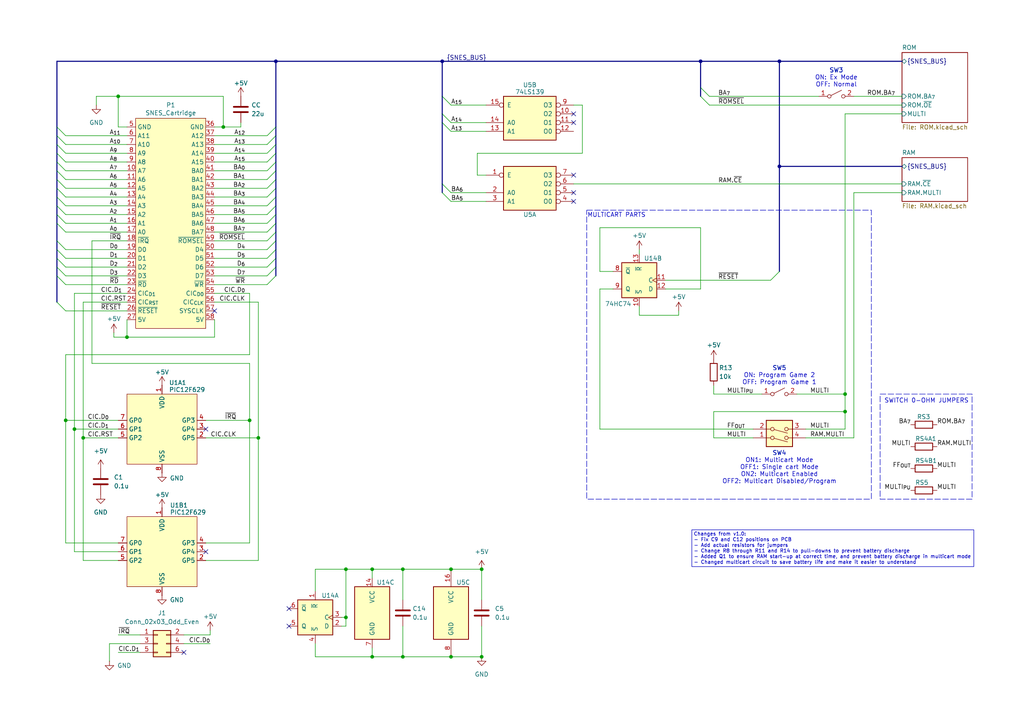
<source format=kicad_sch>
(kicad_sch
	(version 20231120)
	(generator "eeschema")
	(generator_version "8.0")
	(uuid "de4cb380-1bb2-43d1-a24a-6fca2623d1f9")
	(paper "A4")
	(title_block
		(title "SNES Advanced Flash Cartridge (HiROM)")
		(date "2024-10-06")
		(rev "1.1")
		(company "https://github.com/MouseBiteLabs")
	)
	(lib_symbols
		(symbol "74xx:74HC74"
			(pin_names
				(offset 1.016)
			)
			(exclude_from_sim no)
			(in_bom yes)
			(on_board yes)
			(property "Reference" "U"
				(at -7.62 8.89 0)
				(effects
					(font
						(size 1.27 1.27)
					)
				)
			)
			(property "Value" "74HC74"
				(at -7.62 -8.89 0)
				(effects
					(font
						(size 1.27 1.27)
					)
				)
			)
			(property "Footprint" ""
				(at 0 0 0)
				(effects
					(font
						(size 1.27 1.27)
					)
					(hide yes)
				)
			)
			(property "Datasheet" "74xx/74hc_hct74.pdf"
				(at 0 0 0)
				(effects
					(font
						(size 1.27 1.27)
					)
					(hide yes)
				)
			)
			(property "Description" "Dual D Flip-flop, Set & Reset"
				(at 0 0 0)
				(effects
					(font
						(size 1.27 1.27)
					)
					(hide yes)
				)
			)
			(property "ki_locked" ""
				(at 0 0 0)
				(effects
					(font
						(size 1.27 1.27)
					)
				)
			)
			(property "ki_keywords" "TTL DFF"
				(at 0 0 0)
				(effects
					(font
						(size 1.27 1.27)
					)
					(hide yes)
				)
			)
			(property "ki_fp_filters" "DIP*W7.62mm*"
				(at 0 0 0)
				(effects
					(font
						(size 1.27 1.27)
					)
					(hide yes)
				)
			)
			(symbol "74HC74_1_0"
				(pin input line
					(at 0 -7.62 90)
					(length 2.54)
					(name "~{R}"
						(effects
							(font
								(size 1.27 1.27)
							)
						)
					)
					(number "1"
						(effects
							(font
								(size 1.27 1.27)
							)
						)
					)
				)
				(pin input line
					(at -7.62 2.54 0)
					(length 2.54)
					(name "D"
						(effects
							(font
								(size 1.27 1.27)
							)
						)
					)
					(number "2"
						(effects
							(font
								(size 1.27 1.27)
							)
						)
					)
				)
				(pin input clock
					(at -7.62 0 0)
					(length 2.54)
					(name "C"
						(effects
							(font
								(size 1.27 1.27)
							)
						)
					)
					(number "3"
						(effects
							(font
								(size 1.27 1.27)
							)
						)
					)
				)
				(pin input line
					(at 0 7.62 270)
					(length 2.54)
					(name "~{S}"
						(effects
							(font
								(size 1.27 1.27)
							)
						)
					)
					(number "4"
						(effects
							(font
								(size 1.27 1.27)
							)
						)
					)
				)
				(pin output line
					(at 7.62 2.54 180)
					(length 2.54)
					(name "Q"
						(effects
							(font
								(size 1.27 1.27)
							)
						)
					)
					(number "5"
						(effects
							(font
								(size 1.27 1.27)
							)
						)
					)
				)
				(pin output line
					(at 7.62 -2.54 180)
					(length 2.54)
					(name "~{Q}"
						(effects
							(font
								(size 1.27 1.27)
							)
						)
					)
					(number "6"
						(effects
							(font
								(size 1.27 1.27)
							)
						)
					)
				)
			)
			(symbol "74HC74_1_1"
				(rectangle
					(start -5.08 5.08)
					(end 5.08 -5.08)
					(stroke
						(width 0.254)
						(type default)
					)
					(fill
						(type background)
					)
				)
			)
			(symbol "74HC74_2_0"
				(pin input line
					(at 0 7.62 270)
					(length 2.54)
					(name "~{S}"
						(effects
							(font
								(size 1.27 1.27)
							)
						)
					)
					(number "10"
						(effects
							(font
								(size 1.27 1.27)
							)
						)
					)
				)
				(pin input clock
					(at -7.62 0 0)
					(length 2.54)
					(name "C"
						(effects
							(font
								(size 1.27 1.27)
							)
						)
					)
					(number "11"
						(effects
							(font
								(size 1.27 1.27)
							)
						)
					)
				)
				(pin input line
					(at -7.62 2.54 0)
					(length 2.54)
					(name "D"
						(effects
							(font
								(size 1.27 1.27)
							)
						)
					)
					(number "12"
						(effects
							(font
								(size 1.27 1.27)
							)
						)
					)
				)
				(pin input line
					(at 0 -7.62 90)
					(length 2.54)
					(name "~{R}"
						(effects
							(font
								(size 1.27 1.27)
							)
						)
					)
					(number "13"
						(effects
							(font
								(size 1.27 1.27)
							)
						)
					)
				)
				(pin output line
					(at 7.62 -2.54 180)
					(length 2.54)
					(name "~{Q}"
						(effects
							(font
								(size 1.27 1.27)
							)
						)
					)
					(number "8"
						(effects
							(font
								(size 1.27 1.27)
							)
						)
					)
				)
				(pin output line
					(at 7.62 2.54 180)
					(length 2.54)
					(name "Q"
						(effects
							(font
								(size 1.27 1.27)
							)
						)
					)
					(number "9"
						(effects
							(font
								(size 1.27 1.27)
							)
						)
					)
				)
			)
			(symbol "74HC74_2_1"
				(rectangle
					(start -5.08 5.08)
					(end 5.08 -5.08)
					(stroke
						(width 0.254)
						(type default)
					)
					(fill
						(type background)
					)
				)
			)
			(symbol "74HC74_3_0"
				(pin power_in line
					(at 0 10.16 270)
					(length 2.54)
					(name "VCC"
						(effects
							(font
								(size 1.27 1.27)
							)
						)
					)
					(number "14"
						(effects
							(font
								(size 1.27 1.27)
							)
						)
					)
				)
				(pin power_in line
					(at 0 -10.16 90)
					(length 2.54)
					(name "GND"
						(effects
							(font
								(size 1.27 1.27)
							)
						)
					)
					(number "7"
						(effects
							(font
								(size 1.27 1.27)
							)
						)
					)
				)
			)
			(symbol "74HC74_3_1"
				(rectangle
					(start -5.08 7.62)
					(end 5.08 -7.62)
					(stroke
						(width 0.254)
						(type default)
					)
					(fill
						(type background)
					)
				)
			)
		)
		(symbol "Bucketmouse:74LS139"
			(pin_names
				(offset 1.016)
			)
			(exclude_from_sim no)
			(in_bom yes)
			(on_board yes)
			(property "Reference" "U"
				(at -7.62 8.89 0)
				(effects
					(font
						(size 1.27 1.27)
					)
				)
			)
			(property "Value" "74LS139"
				(at -7.62 -8.89 0)
				(effects
					(font
						(size 1.27 1.27)
					)
				)
			)
			(property "Footprint" ""
				(at 0 0 0)
				(effects
					(font
						(size 1.27 1.27)
					)
					(hide yes)
				)
			)
			(property "Datasheet" "http://www.ti.com/lit/ds/symlink/sn74ls139a.pdf"
				(at 0 0 0)
				(effects
					(font
						(size 1.27 1.27)
					)
					(hide yes)
				)
			)
			(property "Description" "Dual Decoder 1 of 4, Active low outputs"
				(at 0 0 0)
				(effects
					(font
						(size 1.27 1.27)
					)
					(hide yes)
				)
			)
			(property "ki_locked" ""
				(at 0 0 0)
				(effects
					(font
						(size 1.27 1.27)
					)
				)
			)
			(property "ki_keywords" "TTL DECOD4"
				(at 0 0 0)
				(effects
					(font
						(size 1.27 1.27)
					)
					(hide yes)
				)
			)
			(property "ki_fp_filters" "DIP?16*"
				(at 0 0 0)
				(effects
					(font
						(size 1.27 1.27)
					)
					(hide yes)
				)
			)
			(symbol "74LS139_1_0"
				(pin input inverted
					(at -12.7 -5.08 0)
					(length 5.08)
					(name "E"
						(effects
							(font
								(size 1.27 1.27)
							)
						)
					)
					(number "1"
						(effects
							(font
								(size 1.27 1.27)
							)
						)
					)
				)
				(pin input line
					(at -12.7 0 0)
					(length 5.08)
					(name "A0"
						(effects
							(font
								(size 1.27 1.27)
							)
						)
					)
					(number "2"
						(effects
							(font
								(size 1.27 1.27)
							)
						)
					)
				)
				(pin input line
					(at -12.7 2.54 0)
					(length 5.08)
					(name "A1"
						(effects
							(font
								(size 1.27 1.27)
							)
						)
					)
					(number "3"
						(effects
							(font
								(size 1.27 1.27)
							)
						)
					)
				)
				(pin output inverted
					(at 12.7 2.54 180)
					(length 5.08)
					(name "O0"
						(effects
							(font
								(size 1.27 1.27)
							)
						)
					)
					(number "4"
						(effects
							(font
								(size 1.27 1.27)
							)
						)
					)
				)
				(pin output inverted
					(at 12.7 0 180)
					(length 5.08)
					(name "O1"
						(effects
							(font
								(size 1.27 1.27)
							)
						)
					)
					(number "5"
						(effects
							(font
								(size 1.27 1.27)
							)
						)
					)
				)
				(pin output inverted
					(at 12.7 -2.54 180)
					(length 5.08)
					(name "O2"
						(effects
							(font
								(size 1.27 1.27)
							)
						)
					)
					(number "6"
						(effects
							(font
								(size 1.27 1.27)
							)
						)
					)
				)
				(pin output inverted
					(at 12.7 -5.08 180)
					(length 5.08)
					(name "O3"
						(effects
							(font
								(size 1.27 1.27)
							)
						)
					)
					(number "7"
						(effects
							(font
								(size 1.27 1.27)
							)
						)
					)
				)
			)
			(symbol "74LS139_1_1"
				(rectangle
					(start -7.62 5.08)
					(end 7.62 -7.62)
					(stroke
						(width 0.254)
						(type default)
					)
					(fill
						(type background)
					)
				)
			)
			(symbol "74LS139_2_0"
				(pin output inverted
					(at 12.7 -2.54 180)
					(length 5.08)
					(name "O2"
						(effects
							(font
								(size 1.27 1.27)
							)
						)
					)
					(number "10"
						(effects
							(font
								(size 1.27 1.27)
							)
						)
					)
				)
				(pin output inverted
					(at 12.7 0 180)
					(length 5.08)
					(name "O1"
						(effects
							(font
								(size 1.27 1.27)
							)
						)
					)
					(number "11"
						(effects
							(font
								(size 1.27 1.27)
							)
						)
					)
				)
				(pin output inverted
					(at 12.7 2.54 180)
					(length 5.08)
					(name "O0"
						(effects
							(font
								(size 1.27 1.27)
							)
						)
					)
					(number "12"
						(effects
							(font
								(size 1.27 1.27)
							)
						)
					)
				)
				(pin input line
					(at -12.7 2.54 0)
					(length 5.08)
					(name "A1"
						(effects
							(font
								(size 1.27 1.27)
							)
						)
					)
					(number "13"
						(effects
							(font
								(size 1.27 1.27)
							)
						)
					)
				)
				(pin input line
					(at -12.7 0 0)
					(length 5.08)
					(name "A0"
						(effects
							(font
								(size 1.27 1.27)
							)
						)
					)
					(number "14"
						(effects
							(font
								(size 1.27 1.27)
							)
						)
					)
				)
				(pin input inverted
					(at -12.7 -5.08 0)
					(length 5.08)
					(name "E"
						(effects
							(font
								(size 1.27 1.27)
							)
						)
					)
					(number "15"
						(effects
							(font
								(size 1.27 1.27)
							)
						)
					)
				)
				(pin output inverted
					(at 12.7 -5.08 180)
					(length 5.08)
					(name "O3"
						(effects
							(font
								(size 1.27 1.27)
							)
						)
					)
					(number "9"
						(effects
							(font
								(size 1.27 1.27)
							)
						)
					)
				)
			)
			(symbol "74LS139_2_1"
				(rectangle
					(start -7.62 5.08)
					(end 7.62 -7.62)
					(stroke
						(width 0.254)
						(type default)
					)
					(fill
						(type background)
					)
				)
			)
			(symbol "74LS139_3_0"
				(pin power_in line
					(at 0 12.7 270)
					(length 5.08)
					(name "VCC"
						(effects
							(font
								(size 1.27 1.27)
							)
						)
					)
					(number "16"
						(effects
							(font
								(size 1.27 1.27)
							)
						)
					)
				)
				(pin power_in line
					(at 0 -12.7 90)
					(length 5.08)
					(name "GND"
						(effects
							(font
								(size 1.27 1.27)
							)
						)
					)
					(number "8"
						(effects
							(font
								(size 1.27 1.27)
							)
						)
					)
				)
			)
			(symbol "74LS139_3_1"
				(rectangle
					(start -5.08 7.62)
					(end 5.08 -7.62)
					(stroke
						(width 0.254)
						(type default)
					)
					(fill
						(type background)
					)
				)
			)
		)
		(symbol "Bucketmouse:PIC12F629"
			(exclude_from_sim no)
			(in_bom yes)
			(on_board yes)
			(property "Reference" "U"
				(at 1.27 13.97 0)
				(effects
					(font
						(size 1.27 1.27)
					)
					(justify left)
				)
			)
			(property "Value" "PIC12F629"
				(at 1.27 11.43 0)
				(effects
					(font
						(size 1.27 1.27)
					)
					(justify left)
				)
			)
			(property "Footprint" ""
				(at 1.27 -12.065 0)
				(effects
					(font
						(size 1.27 1.27)
						(italic yes)
					)
					(justify left)
					(hide yes)
				)
			)
			(property "Datasheet" ""
				(at 1.27 -14.605 0)
				(effects
					(font
						(size 1.27 1.27)
					)
					(justify left)
					(hide yes)
				)
			)
			(property "Description" ""
				(at 1.016 -27.686 0)
				(effects
					(font
						(size 1.27 1.27)
					)
					(hide yes)
				)
			)
			(property "ki_keywords" "FLASH-Based 8-Bit CMOS Microcontroller"
				(at 0 0 0)
				(effects
					(font
						(size 1.27 1.27)
					)
					(hide yes)
				)
			)
			(property "ki_fp_filters" "DIP*W7.62mm*"
				(at 0 0 0)
				(effects
					(font
						(size 1.27 1.27)
					)
					(hide yes)
				)
			)
			(symbol "PIC12F629_1_1"
				(rectangle
					(start -10.16 10.16)
					(end 10.16 -10.16)
					(stroke
						(width 0)
						(type default)
					)
					(fill
						(type background)
					)
				)
				(pin power_in line
					(at 0 12.7 270)
					(length 2.54)
					(name "VDD"
						(effects
							(font
								(size 1.27 1.27)
							)
						)
					)
					(number "1"
						(effects
							(font
								(size 1.27 1.27)
							)
						)
					)
				)
				(pin bidirectional line
					(at 12.7 -2.54 180)
					(length 2.54)
					(name "GP5"
						(effects
							(font
								(size 1.27 1.27)
							)
						)
					)
					(number "2"
						(effects
							(font
								(size 1.27 1.27)
							)
						)
					)
				)
				(pin bidirectional line
					(at 12.7 0 180)
					(length 2.54)
					(name "GP4"
						(effects
							(font
								(size 1.27 1.27)
							)
						)
					)
					(number "3"
						(effects
							(font
								(size 1.27 1.27)
							)
						)
					)
				)
				(pin input line
					(at 12.7 2.54 180)
					(length 2.54)
					(name "GP3"
						(effects
							(font
								(size 1.27 1.27)
							)
						)
					)
					(number "4"
						(effects
							(font
								(size 1.27 1.27)
							)
						)
					)
				)
				(pin bidirectional line
					(at -12.7 -2.54 0)
					(length 2.54)
					(name "GP2"
						(effects
							(font
								(size 1.27 1.27)
							)
						)
					)
					(number "5"
						(effects
							(font
								(size 1.27 1.27)
							)
						)
					)
				)
				(pin bidirectional line
					(at -12.7 0 0)
					(length 2.54)
					(name "GP1"
						(effects
							(font
								(size 1.27 1.27)
							)
						)
					)
					(number "6"
						(effects
							(font
								(size 1.27 1.27)
							)
						)
					)
				)
				(pin bidirectional line
					(at -12.7 2.54 0)
					(length 2.54)
					(name "GP0"
						(effects
							(font
								(size 1.27 1.27)
							)
						)
					)
					(number "7"
						(effects
							(font
								(size 1.27 1.27)
							)
						)
					)
				)
				(pin power_in line
					(at 0 -12.7 90)
					(length 2.54)
					(name "VSS"
						(effects
							(font
								(size 1.27 1.27)
							)
						)
					)
					(number "8"
						(effects
							(font
								(size 1.27 1.27)
							)
						)
					)
				)
			)
		)
		(symbol "Bucketmouse:SNES_Cart_Edge_Standard"
			(exclude_from_sim no)
			(in_bom yes)
			(on_board yes)
			(property "Reference" "U"
				(at 0 34.29 0)
				(effects
					(font
						(size 1.27 1.27)
					)
				)
			)
			(property "Value" "SNES_Cartridge"
				(at 0 32.004 0)
				(effects
					(font
						(size 1.27 1.27)
					)
				)
			)
			(property "Footprint" ""
				(at 0 -7.62 0)
				(effects
					(font
						(size 1.27 1.27)
					)
					(hide yes)
				)
			)
			(property "Datasheet" ""
				(at 0 -7.62 0)
				(effects
					(font
						(size 1.27 1.27)
					)
					(hide yes)
				)
			)
			(property "Description" ""
				(at 0 -7.62 0)
				(effects
					(font
						(size 1.27 1.27)
					)
					(hide yes)
				)
			)
			(symbol "SNES_Cart_Edge_Standard_1_1"
				(polyline
					(pts
						(xy -10.16 30.48) (xy 10.16 30.48) (xy 10.16 -30.48) (xy -10.16 -30.48) (xy -10.16 30.48) (xy -10.16 30.48)
					)
					(stroke
						(width 0)
						(type default)
					)
					(fill
						(type background)
					)
				)
				(pin output line
					(at -12.7 15.24 0)
					(length 2.54)
					(name "A7"
						(effects
							(font
								(size 1.27 1.27)
							)
						)
					)
					(number "10"
						(effects
							(font
								(size 1.27 1.27)
							)
						)
					)
				)
				(pin output line
					(at -12.7 12.7 0)
					(length 2.54)
					(name "A6"
						(effects
							(font
								(size 1.27 1.27)
							)
						)
					)
					(number "11"
						(effects
							(font
								(size 1.27 1.27)
							)
						)
					)
				)
				(pin output line
					(at -12.7 10.16 0)
					(length 2.54)
					(name "A5"
						(effects
							(font
								(size 1.27 1.27)
							)
						)
					)
					(number "12"
						(effects
							(font
								(size 1.27 1.27)
							)
						)
					)
				)
				(pin output line
					(at -12.7 7.62 0)
					(length 2.54)
					(name "A4"
						(effects
							(font
								(size 1.27 1.27)
							)
						)
					)
					(number "13"
						(effects
							(font
								(size 1.27 1.27)
							)
						)
					)
				)
				(pin output line
					(at -12.7 5.08 0)
					(length 2.54)
					(name "A3"
						(effects
							(font
								(size 1.27 1.27)
							)
						)
					)
					(number "14"
						(effects
							(font
								(size 1.27 1.27)
							)
						)
					)
				)
				(pin output line
					(at -12.7 2.54 0)
					(length 2.54)
					(name "A2"
						(effects
							(font
								(size 1.27 1.27)
							)
						)
					)
					(number "15"
						(effects
							(font
								(size 1.27 1.27)
							)
						)
					)
				)
				(pin output line
					(at -12.7 0 0)
					(length 2.54)
					(name "A1"
						(effects
							(font
								(size 1.27 1.27)
							)
						)
					)
					(number "16"
						(effects
							(font
								(size 1.27 1.27)
							)
						)
					)
				)
				(pin output line
					(at -12.7 -2.54 0)
					(length 2.54)
					(name "A0"
						(effects
							(font
								(size 1.27 1.27)
							)
						)
					)
					(number "17"
						(effects
							(font
								(size 1.27 1.27)
							)
						)
					)
				)
				(pin passive line
					(at -12.7 -5.08 0)
					(length 2.54)
					(name "~{IRQ}"
						(effects
							(font
								(size 1.27 1.27)
							)
						)
					)
					(number "18"
						(effects
							(font
								(size 1.27 1.27)
							)
						)
					)
				)
				(pin bidirectional line
					(at -12.7 -7.62 0)
					(length 2.54)
					(name "D0"
						(effects
							(font
								(size 1.27 1.27)
							)
						)
					)
					(number "19"
						(effects
							(font
								(size 1.27 1.27)
							)
						)
					)
				)
				(pin bidirectional line
					(at -12.7 -10.16 0)
					(length 2.54)
					(name "D1"
						(effects
							(font
								(size 1.27 1.27)
							)
						)
					)
					(number "20"
						(effects
							(font
								(size 1.27 1.27)
							)
						)
					)
				)
				(pin bidirectional line
					(at -12.7 -12.7 0)
					(length 2.54)
					(name "D2"
						(effects
							(font
								(size 1.27 1.27)
							)
						)
					)
					(number "21"
						(effects
							(font
								(size 1.27 1.27)
							)
						)
					)
				)
				(pin bidirectional line
					(at -12.7 -15.24 0)
					(length 2.54)
					(name "D3"
						(effects
							(font
								(size 1.27 1.27)
							)
						)
					)
					(number "22"
						(effects
							(font
								(size 1.27 1.27)
							)
						)
					)
				)
				(pin output line
					(at -12.7 -17.78 0)
					(length 2.54)
					(name "~{RD}"
						(effects
							(font
								(size 1.27 1.27)
							)
						)
					)
					(number "23"
						(effects
							(font
								(size 1.27 1.27)
							)
						)
					)
				)
				(pin bidirectional line
					(at -12.7 -20.32 0)
					(length 2.54)
					(name "CIC_{D1}"
						(effects
							(font
								(size 1.27 1.27)
							)
						)
					)
					(number "24"
						(effects
							(font
								(size 1.27 1.27)
							)
						)
					)
				)
				(pin output line
					(at -12.7 -22.86 0)
					(length 2.54)
					(name "CIC_{RST}"
						(effects
							(font
								(size 1.27 1.27)
							)
						)
					)
					(number "25"
						(effects
							(font
								(size 1.27 1.27)
							)
						)
					)
				)
				(pin output line
					(at -12.7 -25.4 0)
					(length 2.54)
					(name "~{RESET}"
						(effects
							(font
								(size 1.27 1.27)
							)
						)
					)
					(number "26"
						(effects
							(font
								(size 1.27 1.27)
							)
						)
					)
				)
				(pin power_out line
					(at -12.7 -27.94 0)
					(length 2.54)
					(name "5V"
						(effects
							(font
								(size 1.27 1.27)
							)
						)
					)
					(number "27"
						(effects
							(font
								(size 1.27 1.27)
							)
						)
					)
				)
				(pin power_out line
					(at 12.7 27.94 180)
					(length 2.54)
					(name "GND"
						(effects
							(font
								(size 1.27 1.27)
							)
						)
					)
					(number "36"
						(effects
							(font
								(size 1.27 1.27)
							)
						)
					)
				)
				(pin output line
					(at 12.7 25.4 180)
					(length 2.54)
					(name "A12"
						(effects
							(font
								(size 1.27 1.27)
							)
						)
					)
					(number "37"
						(effects
							(font
								(size 1.27 1.27)
							)
						)
					)
				)
				(pin output line
					(at 12.7 22.86 180)
					(length 2.54)
					(name "A13"
						(effects
							(font
								(size 1.27 1.27)
							)
						)
					)
					(number "38"
						(effects
							(font
								(size 1.27 1.27)
							)
						)
					)
				)
				(pin output line
					(at 12.7 20.32 180)
					(length 2.54)
					(name "A14"
						(effects
							(font
								(size 1.27 1.27)
							)
						)
					)
					(number "39"
						(effects
							(font
								(size 1.27 1.27)
							)
						)
					)
				)
				(pin output line
					(at 12.7 17.78 180)
					(length 2.54)
					(name "A15"
						(effects
							(font
								(size 1.27 1.27)
							)
						)
					)
					(number "40"
						(effects
							(font
								(size 1.27 1.27)
							)
						)
					)
				)
				(pin output line
					(at 12.7 15.24 180)
					(length 2.54)
					(name "BA0"
						(effects
							(font
								(size 1.27 1.27)
							)
						)
					)
					(number "41"
						(effects
							(font
								(size 1.27 1.27)
							)
						)
					)
				)
				(pin output line
					(at 12.7 12.7 180)
					(length 2.54)
					(name "BA1"
						(effects
							(font
								(size 1.27 1.27)
							)
						)
					)
					(number "42"
						(effects
							(font
								(size 1.27 1.27)
							)
						)
					)
				)
				(pin output line
					(at 12.7 10.16 180)
					(length 2.54)
					(name "BA2"
						(effects
							(font
								(size 1.27 1.27)
							)
						)
					)
					(number "43"
						(effects
							(font
								(size 1.27 1.27)
							)
						)
					)
				)
				(pin output line
					(at 12.7 7.62 180)
					(length 2.54)
					(name "BA3"
						(effects
							(font
								(size 1.27 1.27)
							)
						)
					)
					(number "44"
						(effects
							(font
								(size 1.27 1.27)
							)
						)
					)
				)
				(pin output line
					(at 12.7 5.08 180)
					(length 2.54)
					(name "BA4"
						(effects
							(font
								(size 1.27 1.27)
							)
						)
					)
					(number "45"
						(effects
							(font
								(size 1.27 1.27)
							)
						)
					)
				)
				(pin output line
					(at 12.7 2.54 180)
					(length 2.54)
					(name "BA5"
						(effects
							(font
								(size 1.27 1.27)
							)
						)
					)
					(number "46"
						(effects
							(font
								(size 1.27 1.27)
							)
						)
					)
				)
				(pin output line
					(at 12.7 0 180)
					(length 2.54)
					(name "BA6"
						(effects
							(font
								(size 1.27 1.27)
							)
						)
					)
					(number "47"
						(effects
							(font
								(size 1.27 1.27)
							)
						)
					)
				)
				(pin output line
					(at 12.7 -2.54 180)
					(length 2.54)
					(name "BA7"
						(effects
							(font
								(size 1.27 1.27)
							)
						)
					)
					(number "48"
						(effects
							(font
								(size 1.27 1.27)
							)
						)
					)
				)
				(pin output line
					(at 12.7 -5.08 180)
					(length 2.54)
					(name "~{ROMSEL}"
						(effects
							(font
								(size 1.27 1.27)
							)
						)
					)
					(number "49"
						(effects
							(font
								(size 1.27 1.27)
							)
						)
					)
				)
				(pin power_out line
					(at -12.7 27.94 0)
					(length 2.54)
					(name "GND"
						(effects
							(font
								(size 1.27 1.27)
							)
						)
					)
					(number "5"
						(effects
							(font
								(size 1.27 1.27)
							)
						)
					)
				)
				(pin bidirectional line
					(at 12.7 -7.62 180)
					(length 2.54)
					(name "D4"
						(effects
							(font
								(size 1.27 1.27)
							)
						)
					)
					(number "50"
						(effects
							(font
								(size 1.27 1.27)
							)
						)
					)
				)
				(pin bidirectional line
					(at 12.7 -10.16 180)
					(length 2.54)
					(name "D5"
						(effects
							(font
								(size 1.27 1.27)
							)
						)
					)
					(number "51"
						(effects
							(font
								(size 1.27 1.27)
							)
						)
					)
				)
				(pin bidirectional line
					(at 12.7 -12.7 180)
					(length 2.54)
					(name "D6"
						(effects
							(font
								(size 1.27 1.27)
							)
						)
					)
					(number "52"
						(effects
							(font
								(size 1.27 1.27)
							)
						)
					)
				)
				(pin bidirectional line
					(at 12.7 -15.24 180)
					(length 2.54)
					(name "D7"
						(effects
							(font
								(size 1.27 1.27)
							)
						)
					)
					(number "53"
						(effects
							(font
								(size 1.27 1.27)
							)
						)
					)
				)
				(pin output line
					(at 12.7 -17.78 180)
					(length 2.54)
					(name "~{WR}"
						(effects
							(font
								(size 1.27 1.27)
							)
						)
					)
					(number "54"
						(effects
							(font
								(size 1.27 1.27)
							)
						)
					)
				)
				(pin bidirectional line
					(at 12.7 -20.32 180)
					(length 2.54)
					(name "CIC_{D0}"
						(effects
							(font
								(size 1.27 1.27)
							)
						)
					)
					(number "55"
						(effects
							(font
								(size 1.27 1.27)
							)
						)
					)
				)
				(pin output line
					(at 12.7 -22.86 180)
					(length 2.54)
					(name "CIC_{CLK}"
						(effects
							(font
								(size 1.27 1.27)
							)
						)
					)
					(number "56"
						(effects
							(font
								(size 1.27 1.27)
							)
						)
					)
				)
				(pin passive line
					(at 12.7 -25.4 180)
					(length 2.54)
					(name "SYSCLK"
						(effects
							(font
								(size 1.27 1.27)
							)
						)
					)
					(number "57"
						(effects
							(font
								(size 1.27 1.27)
							)
						)
					)
				)
				(pin power_out line
					(at 12.7 -27.94 180)
					(length 2.54)
					(name "5V"
						(effects
							(font
								(size 1.27 1.27)
							)
						)
					)
					(number "58"
						(effects
							(font
								(size 1.27 1.27)
							)
						)
					)
				)
				(pin output line
					(at -12.7 25.4 0)
					(length 2.54)
					(name "A11"
						(effects
							(font
								(size 1.27 1.27)
							)
						)
					)
					(number "6"
						(effects
							(font
								(size 1.27 1.27)
							)
						)
					)
				)
				(pin output line
					(at -12.7 22.86 0)
					(length 2.54)
					(name "A10"
						(effects
							(font
								(size 1.27 1.27)
							)
						)
					)
					(number "7"
						(effects
							(font
								(size 1.27 1.27)
							)
						)
					)
				)
				(pin output line
					(at -12.7 20.32 0)
					(length 2.54)
					(name "A9"
						(effects
							(font
								(size 1.27 1.27)
							)
						)
					)
					(number "8"
						(effects
							(font
								(size 1.27 1.27)
							)
						)
					)
				)
				(pin output line
					(at -12.7 17.78 0)
					(length 2.54)
					(name "A8"
						(effects
							(font
								(size 1.27 1.27)
							)
						)
					)
					(number "9"
						(effects
							(font
								(size 1.27 1.27)
							)
						)
					)
				)
			)
		)
		(symbol "Connector_Generic:Conn_02x03_Odd_Even"
			(pin_names
				(offset 1.016) hide)
			(exclude_from_sim no)
			(in_bom yes)
			(on_board yes)
			(property "Reference" "J"
				(at 1.27 5.08 0)
				(effects
					(font
						(size 1.27 1.27)
					)
				)
			)
			(property "Value" "Conn_02x03_Odd_Even"
				(at 1.27 -5.08 0)
				(effects
					(font
						(size 1.27 1.27)
					)
				)
			)
			(property "Footprint" ""
				(at 0 0 0)
				(effects
					(font
						(size 1.27 1.27)
					)
					(hide yes)
				)
			)
			(property "Datasheet" "~"
				(at 0 0 0)
				(effects
					(font
						(size 1.27 1.27)
					)
					(hide yes)
				)
			)
			(property "Description" "Generic connector, double row, 02x03, odd/even pin numbering scheme (row 1 odd numbers, row 2 even numbers), script generated (kicad-library-utils/schlib/autogen/connector/)"
				(at 0 0 0)
				(effects
					(font
						(size 1.27 1.27)
					)
					(hide yes)
				)
			)
			(property "ki_keywords" "connector"
				(at 0 0 0)
				(effects
					(font
						(size 1.27 1.27)
					)
					(hide yes)
				)
			)
			(property "ki_fp_filters" "Connector*:*_2x??_*"
				(at 0 0 0)
				(effects
					(font
						(size 1.27 1.27)
					)
					(hide yes)
				)
			)
			(symbol "Conn_02x03_Odd_Even_1_1"
				(rectangle
					(start -1.27 -2.413)
					(end 0 -2.667)
					(stroke
						(width 0.1524)
						(type default)
					)
					(fill
						(type none)
					)
				)
				(rectangle
					(start -1.27 0.127)
					(end 0 -0.127)
					(stroke
						(width 0.1524)
						(type default)
					)
					(fill
						(type none)
					)
				)
				(rectangle
					(start -1.27 2.667)
					(end 0 2.413)
					(stroke
						(width 0.1524)
						(type default)
					)
					(fill
						(type none)
					)
				)
				(rectangle
					(start -1.27 3.81)
					(end 3.81 -3.81)
					(stroke
						(width 0.254)
						(type default)
					)
					(fill
						(type background)
					)
				)
				(rectangle
					(start 3.81 -2.413)
					(end 2.54 -2.667)
					(stroke
						(width 0.1524)
						(type default)
					)
					(fill
						(type none)
					)
				)
				(rectangle
					(start 3.81 0.127)
					(end 2.54 -0.127)
					(stroke
						(width 0.1524)
						(type default)
					)
					(fill
						(type none)
					)
				)
				(rectangle
					(start 3.81 2.667)
					(end 2.54 2.413)
					(stroke
						(width 0.1524)
						(type default)
					)
					(fill
						(type none)
					)
				)
				(pin passive line
					(at -5.08 2.54 0)
					(length 3.81)
					(name "Pin_1"
						(effects
							(font
								(size 1.27 1.27)
							)
						)
					)
					(number "1"
						(effects
							(font
								(size 1.27 1.27)
							)
						)
					)
				)
				(pin passive line
					(at 7.62 2.54 180)
					(length 3.81)
					(name "Pin_2"
						(effects
							(font
								(size 1.27 1.27)
							)
						)
					)
					(number "2"
						(effects
							(font
								(size 1.27 1.27)
							)
						)
					)
				)
				(pin passive line
					(at -5.08 0 0)
					(length 3.81)
					(name "Pin_3"
						(effects
							(font
								(size 1.27 1.27)
							)
						)
					)
					(number "3"
						(effects
							(font
								(size 1.27 1.27)
							)
						)
					)
				)
				(pin passive line
					(at 7.62 0 180)
					(length 3.81)
					(name "Pin_4"
						(effects
							(font
								(size 1.27 1.27)
							)
						)
					)
					(number "4"
						(effects
							(font
								(size 1.27 1.27)
							)
						)
					)
				)
				(pin passive line
					(at -5.08 -2.54 0)
					(length 3.81)
					(name "Pin_5"
						(effects
							(font
								(size 1.27 1.27)
							)
						)
					)
					(number "5"
						(effects
							(font
								(size 1.27 1.27)
							)
						)
					)
				)
				(pin passive line
					(at 7.62 -2.54 180)
					(length 3.81)
					(name "Pin_6"
						(effects
							(font
								(size 1.27 1.27)
							)
						)
					)
					(number "6"
						(effects
							(font
								(size 1.27 1.27)
							)
						)
					)
				)
			)
		)
		(symbol "Device:C"
			(pin_numbers hide)
			(pin_names
				(offset 0.254)
			)
			(exclude_from_sim no)
			(in_bom yes)
			(on_board yes)
			(property "Reference" "C"
				(at 0.635 2.54 0)
				(effects
					(font
						(size 1.27 1.27)
					)
					(justify left)
				)
			)
			(property "Value" "C"
				(at 0.635 -2.54 0)
				(effects
					(font
						(size 1.27 1.27)
					)
					(justify left)
				)
			)
			(property "Footprint" ""
				(at 0.9652 -3.81 0)
				(effects
					(font
						(size 1.27 1.27)
					)
					(hide yes)
				)
			)
			(property "Datasheet" "~"
				(at 0 0 0)
				(effects
					(font
						(size 1.27 1.27)
					)
					(hide yes)
				)
			)
			(property "Description" "Unpolarized capacitor"
				(at 0 0 0)
				(effects
					(font
						(size 1.27 1.27)
					)
					(hide yes)
				)
			)
			(property "ki_keywords" "cap capacitor"
				(at 0 0 0)
				(effects
					(font
						(size 1.27 1.27)
					)
					(hide yes)
				)
			)
			(property "ki_fp_filters" "C_*"
				(at 0 0 0)
				(effects
					(font
						(size 1.27 1.27)
					)
					(hide yes)
				)
			)
			(symbol "C_0_1"
				(polyline
					(pts
						(xy -2.032 -0.762) (xy 2.032 -0.762)
					)
					(stroke
						(width 0.508)
						(type default)
					)
					(fill
						(type none)
					)
				)
				(polyline
					(pts
						(xy -2.032 0.762) (xy 2.032 0.762)
					)
					(stroke
						(width 0.508)
						(type default)
					)
					(fill
						(type none)
					)
				)
			)
			(symbol "C_1_1"
				(pin passive line
					(at 0 3.81 270)
					(length 2.794)
					(name "~"
						(effects
							(font
								(size 1.27 1.27)
							)
						)
					)
					(number "1"
						(effects
							(font
								(size 1.27 1.27)
							)
						)
					)
				)
				(pin passive line
					(at 0 -3.81 90)
					(length 2.794)
					(name "~"
						(effects
							(font
								(size 1.27 1.27)
							)
						)
					)
					(number "2"
						(effects
							(font
								(size 1.27 1.27)
							)
						)
					)
				)
			)
		)
		(symbol "Device:R"
			(pin_numbers hide)
			(pin_names
				(offset 0)
			)
			(exclude_from_sim no)
			(in_bom yes)
			(on_board yes)
			(property "Reference" "R"
				(at 2.032 0 90)
				(effects
					(font
						(size 1.27 1.27)
					)
				)
			)
			(property "Value" "R"
				(at 0 0 90)
				(effects
					(font
						(size 1.27 1.27)
					)
				)
			)
			(property "Footprint" ""
				(at -1.778 0 90)
				(effects
					(font
						(size 1.27 1.27)
					)
					(hide yes)
				)
			)
			(property "Datasheet" "~"
				(at 0 0 0)
				(effects
					(font
						(size 1.27 1.27)
					)
					(hide yes)
				)
			)
			(property "Description" "Resistor"
				(at 0 0 0)
				(effects
					(font
						(size 1.27 1.27)
					)
					(hide yes)
				)
			)
			(property "ki_keywords" "R res resistor"
				(at 0 0 0)
				(effects
					(font
						(size 1.27 1.27)
					)
					(hide yes)
				)
			)
			(property "ki_fp_filters" "R_*"
				(at 0 0 0)
				(effects
					(font
						(size 1.27 1.27)
					)
					(hide yes)
				)
			)
			(symbol "R_0_1"
				(rectangle
					(start -1.016 -2.54)
					(end 1.016 2.54)
					(stroke
						(width 0.254)
						(type default)
					)
					(fill
						(type none)
					)
				)
			)
			(symbol "R_1_1"
				(pin passive line
					(at 0 3.81 270)
					(length 1.27)
					(name "~"
						(effects
							(font
								(size 1.27 1.27)
							)
						)
					)
					(number "1"
						(effects
							(font
								(size 1.27 1.27)
							)
						)
					)
				)
				(pin passive line
					(at 0 -3.81 90)
					(length 1.27)
					(name "~"
						(effects
							(font
								(size 1.27 1.27)
							)
						)
					)
					(number "2"
						(effects
							(font
								(size 1.27 1.27)
							)
						)
					)
				)
			)
		)
		(symbol "Switch:SW_DIP_x02"
			(pin_names
				(offset 0) hide)
			(exclude_from_sim no)
			(in_bom yes)
			(on_board yes)
			(property "Reference" "SW"
				(at 0 6.35 0)
				(effects
					(font
						(size 1.27 1.27)
					)
				)
			)
			(property "Value" "SW_DIP_x02"
				(at 0 -3.81 0)
				(effects
					(font
						(size 1.27 1.27)
					)
				)
			)
			(property "Footprint" ""
				(at 0 0 0)
				(effects
					(font
						(size 1.27 1.27)
					)
					(hide yes)
				)
			)
			(property "Datasheet" "~"
				(at 0 0 0)
				(effects
					(font
						(size 1.27 1.27)
					)
					(hide yes)
				)
			)
			(property "Description" "2x DIP Switch, Single Pole Single Throw (SPST) switch, small symbol"
				(at 0 0 0)
				(effects
					(font
						(size 1.27 1.27)
					)
					(hide yes)
				)
			)
			(property "ki_keywords" "dip switch"
				(at 0 0 0)
				(effects
					(font
						(size 1.27 1.27)
					)
					(hide yes)
				)
			)
			(property "ki_fp_filters" "SW?DIP?x2*"
				(at 0 0 0)
				(effects
					(font
						(size 1.27 1.27)
					)
					(hide yes)
				)
			)
			(symbol "SW_DIP_x02_0_0"
				(circle
					(center -2.032 0)
					(radius 0.508)
					(stroke
						(width 0)
						(type default)
					)
					(fill
						(type none)
					)
				)
				(circle
					(center -2.032 2.54)
					(radius 0.508)
					(stroke
						(width 0)
						(type default)
					)
					(fill
						(type none)
					)
				)
				(polyline
					(pts
						(xy -1.524 0.127) (xy 2.3622 1.1684)
					)
					(stroke
						(width 0)
						(type default)
					)
					(fill
						(type none)
					)
				)
				(polyline
					(pts
						(xy -1.524 2.667) (xy 2.3622 3.7084)
					)
					(stroke
						(width 0)
						(type default)
					)
					(fill
						(type none)
					)
				)
				(circle
					(center 2.032 0)
					(radius 0.508)
					(stroke
						(width 0)
						(type default)
					)
					(fill
						(type none)
					)
				)
				(circle
					(center 2.032 2.54)
					(radius 0.508)
					(stroke
						(width 0)
						(type default)
					)
					(fill
						(type none)
					)
				)
			)
			(symbol "SW_DIP_x02_0_1"
				(rectangle
					(start -3.81 5.08)
					(end 3.81 -2.54)
					(stroke
						(width 0.254)
						(type default)
					)
					(fill
						(type background)
					)
				)
			)
			(symbol "SW_DIP_x02_1_1"
				(pin passive line
					(at -7.62 2.54 0)
					(length 5.08)
					(name "~"
						(effects
							(font
								(size 1.27 1.27)
							)
						)
					)
					(number "1"
						(effects
							(font
								(size 1.27 1.27)
							)
						)
					)
				)
				(pin passive line
					(at -7.62 0 0)
					(length 5.08)
					(name "~"
						(effects
							(font
								(size 1.27 1.27)
							)
						)
					)
					(number "2"
						(effects
							(font
								(size 1.27 1.27)
							)
						)
					)
				)
				(pin passive line
					(at 7.62 0 180)
					(length 5.08)
					(name "~"
						(effects
							(font
								(size 1.27 1.27)
							)
						)
					)
					(number "3"
						(effects
							(font
								(size 1.27 1.27)
							)
						)
					)
				)
				(pin passive line
					(at 7.62 2.54 180)
					(length 5.08)
					(name "~"
						(effects
							(font
								(size 1.27 1.27)
							)
						)
					)
					(number "4"
						(effects
							(font
								(size 1.27 1.27)
							)
						)
					)
				)
			)
		)
		(symbol "Switch:SW_SPST"
			(pin_names
				(offset 0) hide)
			(exclude_from_sim no)
			(in_bom yes)
			(on_board yes)
			(property "Reference" "SW"
				(at 0 3.175 0)
				(effects
					(font
						(size 1.27 1.27)
					)
				)
			)
			(property "Value" "SW_SPST"
				(at 0 -2.54 0)
				(effects
					(font
						(size 1.27 1.27)
					)
				)
			)
			(property "Footprint" ""
				(at 0 0 0)
				(effects
					(font
						(size 1.27 1.27)
					)
					(hide yes)
				)
			)
			(property "Datasheet" "~"
				(at 0 0 0)
				(effects
					(font
						(size 1.27 1.27)
					)
					(hide yes)
				)
			)
			(property "Description" "Single Pole Single Throw (SPST) switch"
				(at 0 0 0)
				(effects
					(font
						(size 1.27 1.27)
					)
					(hide yes)
				)
			)
			(property "ki_keywords" "switch lever"
				(at 0 0 0)
				(effects
					(font
						(size 1.27 1.27)
					)
					(hide yes)
				)
			)
			(symbol "SW_SPST_0_0"
				(circle
					(center -2.032 0)
					(radius 0.508)
					(stroke
						(width 0)
						(type default)
					)
					(fill
						(type none)
					)
				)
				(polyline
					(pts
						(xy -1.524 0.254) (xy 1.524 1.778)
					)
					(stroke
						(width 0)
						(type default)
					)
					(fill
						(type none)
					)
				)
				(circle
					(center 2.032 0)
					(radius 0.508)
					(stroke
						(width 0)
						(type default)
					)
					(fill
						(type none)
					)
				)
			)
			(symbol "SW_SPST_1_1"
				(pin passive line
					(at -5.08 0 0)
					(length 2.54)
					(name "A"
						(effects
							(font
								(size 1.27 1.27)
							)
						)
					)
					(number "1"
						(effects
							(font
								(size 1.27 1.27)
							)
						)
					)
				)
				(pin passive line
					(at 5.08 0 180)
					(length 2.54)
					(name "B"
						(effects
							(font
								(size 1.27 1.27)
							)
						)
					)
					(number "2"
						(effects
							(font
								(size 1.27 1.27)
							)
						)
					)
				)
			)
		)
		(symbol "power:+5V"
			(power)
			(pin_numbers hide)
			(pin_names
				(offset 0) hide)
			(exclude_from_sim no)
			(in_bom yes)
			(on_board yes)
			(property "Reference" "#PWR"
				(at 0 -3.81 0)
				(effects
					(font
						(size 1.27 1.27)
					)
					(hide yes)
				)
			)
			(property "Value" "+5V"
				(at 0 3.556 0)
				(effects
					(font
						(size 1.27 1.27)
					)
				)
			)
			(property "Footprint" ""
				(at 0 0 0)
				(effects
					(font
						(size 1.27 1.27)
					)
					(hide yes)
				)
			)
			(property "Datasheet" ""
				(at 0 0 0)
				(effects
					(font
						(size 1.27 1.27)
					)
					(hide yes)
				)
			)
			(property "Description" "Power symbol creates a global label with name \"+5V\""
				(at 0 0 0)
				(effects
					(font
						(size 1.27 1.27)
					)
					(hide yes)
				)
			)
			(property "ki_keywords" "global power"
				(at 0 0 0)
				(effects
					(font
						(size 1.27 1.27)
					)
					(hide yes)
				)
			)
			(symbol "+5V_0_1"
				(polyline
					(pts
						(xy -0.762 1.27) (xy 0 2.54)
					)
					(stroke
						(width 0)
						(type default)
					)
					(fill
						(type none)
					)
				)
				(polyline
					(pts
						(xy 0 0) (xy 0 2.54)
					)
					(stroke
						(width 0)
						(type default)
					)
					(fill
						(type none)
					)
				)
				(polyline
					(pts
						(xy 0 2.54) (xy 0.762 1.27)
					)
					(stroke
						(width 0)
						(type default)
					)
					(fill
						(type none)
					)
				)
			)
			(symbol "+5V_1_1"
				(pin power_in line
					(at 0 0 90)
					(length 0)
					(name "~"
						(effects
							(font
								(size 1.27 1.27)
							)
						)
					)
					(number "1"
						(effects
							(font
								(size 1.27 1.27)
							)
						)
					)
				)
			)
		)
		(symbol "power:GND"
			(power)
			(pin_numbers hide)
			(pin_names
				(offset 0) hide)
			(exclude_from_sim no)
			(in_bom yes)
			(on_board yes)
			(property "Reference" "#PWR"
				(at 0 -6.35 0)
				(effects
					(font
						(size 1.27 1.27)
					)
					(hide yes)
				)
			)
			(property "Value" "GND"
				(at 0 -3.81 0)
				(effects
					(font
						(size 1.27 1.27)
					)
				)
			)
			(property "Footprint" ""
				(at 0 0 0)
				(effects
					(font
						(size 1.27 1.27)
					)
					(hide yes)
				)
			)
			(property "Datasheet" ""
				(at 0 0 0)
				(effects
					(font
						(size 1.27 1.27)
					)
					(hide yes)
				)
			)
			(property "Description" "Power symbol creates a global label with name \"GND\" , ground"
				(at 0 0 0)
				(effects
					(font
						(size 1.27 1.27)
					)
					(hide yes)
				)
			)
			(property "ki_keywords" "global power"
				(at 0 0 0)
				(effects
					(font
						(size 1.27 1.27)
					)
					(hide yes)
				)
			)
			(symbol "GND_0_1"
				(polyline
					(pts
						(xy 0 0) (xy 0 -1.27) (xy 1.27 -1.27) (xy 0 -2.54) (xy -1.27 -1.27) (xy 0 -1.27)
					)
					(stroke
						(width 0)
						(type default)
					)
					(fill
						(type none)
					)
				)
			)
			(symbol "GND_1_1"
				(pin power_in line
					(at 0 0 270)
					(length 0)
					(name "~"
						(effects
							(font
								(size 1.27 1.27)
							)
						)
					)
					(number "1"
						(effects
							(font
								(size 1.27 1.27)
							)
						)
					)
				)
			)
		)
	)
	(bus_alias "SNES_BUS"
		(members "A_{0}" "A_{1}" "A_{2}" "A_{3}" "A_{4}" "A_{5}" "A_{6}" "A_{7}"
			"A_{8}" "A_{9}" "A_{10}" "A_{11}" "A_{12}" "A_{13}" "A_{14}" "D_{0}" "D_{1}"
			"D_{2}" "D_{3}" "D_{4}" "D_{5}" "D_{6}" "D_{7}" "~{RESET}" "~{WR}" "~{RD}"
			"A_{15}" "BA_{0}" "BA_{1}" "BA_{2}" "BA_{3}" "BA_{4}" "BA_{5}" "BA_{6}"
			"~{ROMSEL}" "BA_{7}"
		)
	)
	(junction
		(at 226.06 48.26)
		(diameter 0)
		(color 0 0 0 0)
		(uuid "0b88f003-9887-402a-8e87-a5feaa4ae603")
	)
	(junction
		(at 130.81 165.1)
		(diameter 0)
		(color 0 0 0 0)
		(uuid "123403ce-cd69-4114-82ea-2b2280b60b7f")
	)
	(junction
		(at 72.39 121.92)
		(diameter 0)
		(color 0 0 0 0)
		(uuid "18877e09-97c9-4c9f-bc19-f4db1e3d6abd")
	)
	(junction
		(at 36.83 97.79)
		(diameter 0)
		(color 0 0 0 0)
		(uuid "20bbac4c-1b73-41a7-8caf-b7f745c7a812")
	)
	(junction
		(at 74.93 127)
		(diameter 0)
		(color 0 0 0 0)
		(uuid "2b8e149a-4c9b-4843-a746-04f7cc28938e")
	)
	(junction
		(at 100.33 179.07)
		(diameter 0)
		(color 0 0 0 0)
		(uuid "32920721-b8e5-4422-abdd-5db721bc386d")
	)
	(junction
		(at 21.59 124.46)
		(diameter 0)
		(color 0 0 0 0)
		(uuid "39f112ca-9fc9-4d38-b277-454150e26e2f")
	)
	(junction
		(at 139.7 165.1)
		(diameter 0)
		(color 0 0 0 0)
		(uuid "427bacd2-2628-4be6-8f75-ad20f41b5c32")
	)
	(junction
		(at 245.11 119.38)
		(diameter 0)
		(color 0 0 0 0)
		(uuid "48f91222-c0ab-4d9a-896b-04b05c916f8e")
	)
	(junction
		(at 226.06 17.78)
		(diameter 0)
		(color 0 0 0 0)
		(uuid "513c0b2d-da82-446c-b430-366e4d8d8bbd")
	)
	(junction
		(at 19.05 121.92)
		(diameter 0)
		(color 0 0 0 0)
		(uuid "60a820d4-abc1-4723-9f77-571457b80b27")
	)
	(junction
		(at 24.13 127)
		(diameter 0)
		(color 0 0 0 0)
		(uuid "681189ed-8b0c-4579-b301-bbe19c08803f")
	)
	(junction
		(at 100.33 165.1)
		(diameter 0)
		(color 0 0 0 0)
		(uuid "764016a4-1196-4b2e-81c9-b86649d23287")
	)
	(junction
		(at 139.7 190.5)
		(diameter 0)
		(color 0 0 0 0)
		(uuid "78354c46-b690-4df3-b963-b1184652236d")
	)
	(junction
		(at 80.01 17.78)
		(diameter 0)
		(color 0 0 0 0)
		(uuid "7f7f40b0-4750-4c4f-9931-e342952bd13a")
	)
	(junction
		(at 128.27 17.78)
		(diameter 0)
		(color 0 0 0 0)
		(uuid "8a1ce0a8-c2b7-4b25-ab66-02f6dc9074c4")
	)
	(junction
		(at 116.84 190.5)
		(diameter 0)
		(color 0 0 0 0)
		(uuid "a887c407-745a-4b4f-aaa7-c25c1058d2d8")
	)
	(junction
		(at 64.77 36.83)
		(diameter 0)
		(color 0 0 0 0)
		(uuid "b373d1b5-bb5a-4b7f-bf22-170dce9979e6")
	)
	(junction
		(at 245.11 114.3)
		(diameter 0)
		(color 0 0 0 0)
		(uuid "b7366672-c3b7-43dc-8cbc-aeb01d0075a0")
	)
	(junction
		(at 116.84 165.1)
		(diameter 0)
		(color 0 0 0 0)
		(uuid "b997db57-32ca-415f-8bba-393d2ebd78f6")
	)
	(junction
		(at 203.2 17.78)
		(diameter 0)
		(color 0 0 0 0)
		(uuid "cbd42831-1341-460d-a002-3687fd8d60a0")
	)
	(junction
		(at 130.81 190.5)
		(diameter 0)
		(color 0 0 0 0)
		(uuid "cf930500-a8b5-4de3-8be6-6f751f239bf2")
	)
	(junction
		(at 34.29 27.94)
		(diameter 0)
		(color 0 0 0 0)
		(uuid "dbf51805-eb5f-4341-9676-e55fa241caf2")
	)
	(junction
		(at 107.95 165.1)
		(diameter 0)
		(color 0 0 0 0)
		(uuid "eb5b9131-3a92-4ae0-b02a-bfffcf823196")
	)
	(junction
		(at 107.95 190.5)
		(diameter 0)
		(color 0 0 0 0)
		(uuid "f090b388-4768-42bd-b825-390d4820b50c")
	)
	(no_connect
		(at 62.23 90.17)
		(uuid "1fe89d9a-ea70-4b50-964c-1a548d0359ca")
	)
	(no_connect
		(at 166.37 33.02)
		(uuid "29987609-6ed1-43e6-99c8-edd60c38e668")
	)
	(no_connect
		(at 53.34 189.23)
		(uuid "31c1d7b3-7002-489e-a4fe-77b2785d795b")
	)
	(no_connect
		(at 166.37 35.56)
		(uuid "3bca88e3-b9f6-4377-9680-60e357579edc")
	)
	(no_connect
		(at 166.37 58.42)
		(uuid "43a656ae-addb-47a6-b593-307b455b61a1")
	)
	(no_connect
		(at 166.37 50.8)
		(uuid "43e64c02-4ff8-4fb9-b2b0-927e5ad682ef")
	)
	(no_connect
		(at 59.69 160.02)
		(uuid "992995d2-b58a-4e29-b15a-249425239b03")
	)
	(no_connect
		(at 83.82 181.61)
		(uuid "a026657e-f44b-4aef-950b-2b2a31f096e0")
	)
	(no_connect
		(at 59.69 124.46)
		(uuid "c5e17f2b-2a15-4a90-8f91-39952633090a")
	)
	(no_connect
		(at 83.82 176.53)
		(uuid "cf48e3a1-6102-4e54-97e8-53fe920c9e4d")
	)
	(no_connect
		(at 166.37 55.88)
		(uuid "e135518f-4697-41e7-9184-7d65c9a13761")
	)
	(bus_entry
		(at 128.27 35.56)
		(size 2.54 2.54)
		(stroke
			(width 0)
			(type default)
		)
		(uuid "0e47e05b-7da5-4ca8-a908-7c98143c14ba")
	)
	(bus_entry
		(at 128.27 55.88)
		(size 2.54 2.54)
		(stroke
			(width 0)
			(type default)
		)
		(uuid "1827218b-6d2e-4d88-a675-95eb3d0273df")
	)
	(bus_entry
		(at 77.47 62.23)
		(size 2.54 -2.54)
		(stroke
			(width 0)
			(type default)
		)
		(uuid "193b32ef-feee-4ca7-b62a-6c69d2402426")
	)
	(bus_entry
		(at 19.05 80.01)
		(size -2.54 -2.54)
		(stroke
			(width 0)
			(type default)
		)
		(uuid "19519d50-6223-45dd-a06b-1c6ae6d88cfb")
	)
	(bus_entry
		(at 77.47 39.37)
		(size 2.54 -2.54)
		(stroke
			(width 0)
			(type default)
		)
		(uuid "1d26bd50-29c5-4345-8d35-d57a2ddc9e89")
	)
	(bus_entry
		(at 77.47 41.91)
		(size 2.54 -2.54)
		(stroke
			(width 0)
			(type default)
		)
		(uuid "243d92d8-bf09-496d-bf6f-0561d75c4e5a")
	)
	(bus_entry
		(at 19.05 77.47)
		(size -2.54 -2.54)
		(stroke
			(width 0)
			(type default)
		)
		(uuid "279c9511-3c38-46c7-96f1-865242af4626")
	)
	(bus_entry
		(at 226.06 78.74)
		(size -2.54 2.54)
		(stroke
			(width 0)
			(type default)
		)
		(uuid "2eca8e49-28d2-4877-abd8-80ac998512f2")
	)
	(bus_entry
		(at 77.47 54.61)
		(size 2.54 -2.54)
		(stroke
			(width 0)
			(type default)
		)
		(uuid "3d904149-9f56-4c2a-add9-f049796c30c1")
	)
	(bus_entry
		(at 19.05 57.15)
		(size -2.54 -2.54)
		(stroke
			(width 0)
			(type default)
		)
		(uuid "3f2d039d-e64b-4309-ba83-54e40d6406e2")
	)
	(bus_entry
		(at 19.05 52.07)
		(size -2.54 -2.54)
		(stroke
			(width 0)
			(type default)
		)
		(uuid "412956f2-7a12-4534-8afa-23fe27085734")
	)
	(bus_entry
		(at 77.47 59.69)
		(size 2.54 -2.54)
		(stroke
			(width 0)
			(type default)
		)
		(uuid "4aba32d9-af79-4ad1-9df1-1b68449dde0a")
	)
	(bus_entry
		(at 77.47 46.99)
		(size 2.54 -2.54)
		(stroke
			(width 0)
			(type default)
		)
		(uuid "4b44bf58-d421-4598-bd61-11f35a12c1ec")
	)
	(bus_entry
		(at 203.2 27.94)
		(size 2.54 2.54)
		(stroke
			(width 0)
			(type default)
		)
		(uuid "55ef4caa-1ddf-4e69-bcf3-ee3d694a2624")
	)
	(bus_entry
		(at 19.05 59.69)
		(size -2.54 -2.54)
		(stroke
			(width 0)
			(type default)
		)
		(uuid "581e0709-85e4-4c36-a31e-048ad5e687ec")
	)
	(bus_entry
		(at 128.27 53.34)
		(size 2.54 2.54)
		(stroke
			(width 0)
			(type default)
		)
		(uuid "58c04690-0aa1-4ab5-892d-a8145f677755")
	)
	(bus_entry
		(at 16.51 36.83)
		(size 2.54 2.54)
		(stroke
			(width 0)
			(type default)
		)
		(uuid "58e499f5-6d0c-4ad9-9edd-a443c93899db")
	)
	(bus_entry
		(at 77.47 77.47)
		(size 2.54 -2.54)
		(stroke
			(width 0)
			(type default)
		)
		(uuid "591f193d-3306-4689-9d13-baa614b6470e")
	)
	(bus_entry
		(at 203.2 25.4)
		(size 2.54 2.54)
		(stroke
			(width 0)
			(type default)
		)
		(uuid "653a446a-b0b7-4aa8-b970-ccf5bfbdc503")
	)
	(bus_entry
		(at 19.05 54.61)
		(size -2.54 -2.54)
		(stroke
			(width 0)
			(type default)
		)
		(uuid "6d339388-0635-4799-a0f0-eee7658be645")
	)
	(bus_entry
		(at 19.05 62.23)
		(size -2.54 -2.54)
		(stroke
			(width 0)
			(type default)
		)
		(uuid "8bfc1582-6ff6-49c3-a353-784352461d40")
	)
	(bus_entry
		(at 19.05 49.53)
		(size -2.54 -2.54)
		(stroke
			(width 0)
			(type default)
		)
		(uuid "8ddba43d-a719-464b-99f5-8ce55f4ecef8")
	)
	(bus_entry
		(at 19.05 72.39)
		(size -2.54 -2.54)
		(stroke
			(width 0)
			(type default)
		)
		(uuid "91c46867-cdcb-4cda-a27f-004a1b86dcf0")
	)
	(bus_entry
		(at 80.01 67.31)
		(size -2.54 2.54)
		(stroke
			(width 0)
			(type default)
		)
		(uuid "97e88d31-90dc-4495-9606-67bf30c395e5")
	)
	(bus_entry
		(at 77.47 64.77)
		(size 2.54 -2.54)
		(stroke
			(width 0)
			(type default)
		)
		(uuid "982007cf-5a70-4c4c-b0a5-83bc8aac65fe")
	)
	(bus_entry
		(at 19.05 41.91)
		(size -2.54 -2.54)
		(stroke
			(width 0)
			(type default)
		)
		(uuid "9b977687-fd38-4001-998a-6955ee46da39")
	)
	(bus_entry
		(at 77.47 52.07)
		(size 2.54 -2.54)
		(stroke
			(width 0)
			(type default)
		)
		(uuid "9c324730-ad0f-4ce3-8b74-2a1a48cff8a8")
	)
	(bus_entry
		(at 77.47 57.15)
		(size 2.54 -2.54)
		(stroke
			(width 0)
			(type default)
		)
		(uuid "a1be9bb8-25d1-45c1-b9c9-826314936a9a")
	)
	(bus_entry
		(at 80.01 64.77)
		(size -2.54 2.54)
		(stroke
			(width 0)
			(type default)
		)
		(uuid "aa2e1255-7325-4e50-8d67-1e4eea4b2565")
	)
	(bus_entry
		(at 77.47 49.53)
		(size 2.54 -2.54)
		(stroke
			(width 0)
			(type default)
		)
		(uuid "af3c7ce5-70be-45a0-8630-ae6078a0afa2")
	)
	(bus_entry
		(at 77.47 44.45)
		(size 2.54 -2.54)
		(stroke
			(width 0)
			(type default)
		)
		(uuid "bc82640f-1104-495c-a009-f554819fcad9")
	)
	(bus_entry
		(at 19.05 44.45)
		(size -2.54 -2.54)
		(stroke
			(width 0)
			(type default)
		)
		(uuid "bc9a3dc8-de3e-4fca-b7e6-542ae30617e9")
	)
	(bus_entry
		(at 77.47 80.01)
		(size 2.54 -2.54)
		(stroke
			(width 0)
			(type default)
		)
		(uuid "beb97e4c-1d4b-40be-bf5c-ef2762318601")
	)
	(bus_entry
		(at 77.47 82.55)
		(size 2.54 -2.54)
		(stroke
			(width 0)
			(type default)
		)
		(uuid "bf3136e3-e803-4447-9fe0-ecae2e8d58de")
	)
	(bus_entry
		(at 128.27 27.94)
		(size 2.54 2.54)
		(stroke
			(width 0)
			(type default)
		)
		(uuid "c78c770b-1b37-4250-bdba-ea67f86b386c")
	)
	(bus_entry
		(at 77.47 72.39)
		(size 2.54 -2.54)
		(stroke
			(width 0)
			(type default)
		)
		(uuid "cafd5f8d-9376-4688-9328-11ecea5fb12c")
	)
	(bus_entry
		(at 19.05 82.55)
		(size -2.54 -2.54)
		(stroke
			(width 0)
			(type default)
		)
		(uuid "d0ffdbed-ed8c-4b0d-805e-2c65c0037cc3")
	)
	(bus_entry
		(at 77.47 74.93)
		(size 2.54 -2.54)
		(stroke
			(width 0)
			(type default)
		)
		(uuid "d12d7274-93b2-4012-a61b-afc8330f9b20")
	)
	(bus_entry
		(at 19.05 46.99)
		(size -2.54 -2.54)
		(stroke
			(width 0)
			(type default)
		)
		(uuid "e37af5b6-24b0-4fb5-a324-71affb9025b7")
	)
	(bus_entry
		(at 128.27 33.02)
		(size 2.54 2.54)
		(stroke
			(width 0)
			(type default)
		)
		(uuid "e6cd197b-f109-4141-b51a-bf751b110efa")
	)
	(bus_entry
		(at 19.05 67.31)
		(size -2.54 -2.54)
		(stroke
			(width 0)
			(type default)
		)
		(uuid "f1ba5c51-879c-4c62-b031-ad59775022fa")
	)
	(bus_entry
		(at 19.05 74.93)
		(size -2.54 -2.54)
		(stroke
			(width 0)
			(type default)
		)
		(uuid "f2228dc4-4c0a-4b2f-b13a-bd26e0959b68")
	)
	(bus_entry
		(at 19.05 90.17)
		(size -2.54 -2.54)
		(stroke
			(width 0)
			(type default)
		)
		(uuid "f669165f-f7cb-4f7c-9ade-c87d7fe65211")
	)
	(bus_entry
		(at 19.05 64.77)
		(size -2.54 -2.54)
		(stroke
			(width 0)
			(type default)
		)
		(uuid "fe262f00-a393-402e-af79-aa16e75383b2")
	)
	(bus
		(pts
			(xy 128.27 33.02) (xy 128.27 35.56)
		)
		(stroke
			(width 0)
			(type default)
		)
		(uuid "00136680-c8db-4513-8049-90e91601a894")
	)
	(wire
		(pts
			(xy 139.7 190.5) (xy 130.81 190.5)
		)
		(stroke
			(width 0)
			(type default)
		)
		(uuid "00b60a08-83d7-4bd6-a038-fc4b74306441")
	)
	(wire
		(pts
			(xy 36.83 97.79) (xy 62.23 97.79)
		)
		(stroke
			(width 0)
			(type default)
		)
		(uuid "0161f803-7124-4471-ad32-df666fed05d8")
	)
	(bus
		(pts
			(xy 80.01 67.31) (xy 80.01 69.85)
		)
		(stroke
			(width 0)
			(type default)
		)
		(uuid "01d34d5d-3a72-4fea-8753-3a229b2ab676")
	)
	(wire
		(pts
			(xy 247.65 127) (xy 233.68 127)
		)
		(stroke
			(width 0)
			(type default)
		)
		(uuid "01e8e30f-3439-4752-8b2a-767eb66dacd2")
	)
	(wire
		(pts
			(xy 74.93 127) (xy 74.93 162.56)
		)
		(stroke
			(width 0)
			(type default)
		)
		(uuid "055c578c-193a-4f45-bd9f-ae4d7794fa44")
	)
	(wire
		(pts
			(xy 173.99 78.74) (xy 177.8 78.74)
		)
		(stroke
			(width 0)
			(type default)
		)
		(uuid "06f5cd11-219d-4401-8af8-2cb3cfeb5fb2")
	)
	(wire
		(pts
			(xy 116.84 165.1) (xy 130.81 165.1)
		)
		(stroke
			(width 0)
			(type default)
		)
		(uuid "08ccada0-e080-41e2-acd0-0a21b6baa889")
	)
	(bus
		(pts
			(xy 226.06 48.26) (xy 261.62 48.26)
		)
		(stroke
			(width 0)
			(type default)
		)
		(uuid "09328e4f-019b-4abb-b1b6-deb6487b3f37")
	)
	(bus
		(pts
			(xy 16.51 59.69) (xy 16.51 62.23)
		)
		(stroke
			(width 0)
			(type default)
		)
		(uuid "09e5c820-9246-462e-81ef-a38df0afe373")
	)
	(wire
		(pts
			(xy 21.59 85.09) (xy 36.83 85.09)
		)
		(stroke
			(width 0)
			(type default)
		)
		(uuid "0c4fdc8f-cfcb-4d1e-ac4e-781d8126fa29")
	)
	(wire
		(pts
			(xy 36.83 36.83) (xy 34.29 36.83)
		)
		(stroke
			(width 0)
			(type default)
		)
		(uuid "0cc42ce1-b5c8-4601-a2e2-02aff0951c3b")
	)
	(bus
		(pts
			(xy 80.01 44.45) (xy 80.01 46.99)
		)
		(stroke
			(width 0)
			(type default)
		)
		(uuid "0d412434-be5a-48bb-be27-f4010983eeb7")
	)
	(wire
		(pts
			(xy 168.91 30.48) (xy 168.91 44.45)
		)
		(stroke
			(width 0)
			(type default)
		)
		(uuid "0f27f539-a203-4834-aaa1-71abd2c0c061")
	)
	(wire
		(pts
			(xy 19.05 57.15) (xy 36.83 57.15)
		)
		(stroke
			(width 0)
			(type default)
		)
		(uuid "138b5e38-3e11-4a18-9aa3-331f303d3a6e")
	)
	(wire
		(pts
			(xy 21.59 85.09) (xy 21.59 124.46)
		)
		(stroke
			(width 0)
			(type default)
		)
		(uuid "150e8e11-bf98-44ea-b79e-fbeb43d0f402")
	)
	(wire
		(pts
			(xy 100.33 165.1) (xy 107.95 165.1)
		)
		(stroke
			(width 0)
			(type default)
		)
		(uuid "1698e6aa-f851-4b5b-9087-f00f215a8474")
	)
	(wire
		(pts
			(xy 203.2 83.82) (xy 203.2 66.04)
		)
		(stroke
			(width 0)
			(type default)
		)
		(uuid "16a27721-a2c6-47d9-9448-05011477cba1")
	)
	(wire
		(pts
			(xy 185.42 88.9) (xy 185.42 91.44)
		)
		(stroke
			(width 0)
			(type default)
		)
		(uuid "17218625-81f4-4d41-9e28-404847a56890")
	)
	(bus
		(pts
			(xy 16.51 36.83) (xy 16.51 39.37)
		)
		(stroke
			(width 0)
			(type default)
		)
		(uuid "17e6b872-a400-4af8-a33d-63059b40aa28")
	)
	(wire
		(pts
			(xy 207.01 111.76) (xy 207.01 114.3)
		)
		(stroke
			(width 0)
			(type default)
		)
		(uuid "18d25e9a-1fa0-45c2-a48a-c631df6f67ea")
	)
	(wire
		(pts
			(xy 62.23 97.79) (xy 62.23 92.71)
		)
		(stroke
			(width 0)
			(type default)
		)
		(uuid "19c9ad06-e3c3-408f-81f9-2f9a3fd69d65")
	)
	(bus
		(pts
			(xy 16.51 69.85) (xy 16.51 72.39)
		)
		(stroke
			(width 0)
			(type default)
		)
		(uuid "1aa1b3f7-9a6a-4bd1-8ac8-0dd641848ef6")
	)
	(bus
		(pts
			(xy 16.51 46.99) (xy 16.51 49.53)
		)
		(stroke
			(width 0)
			(type default)
		)
		(uuid "1b1c0c55-f067-428e-aad6-aa4f60600d2c")
	)
	(wire
		(pts
			(xy 138.43 44.45) (xy 138.43 50.8)
		)
		(stroke
			(width 0)
			(type default)
		)
		(uuid "1c33fec5-7a7b-42d9-93ca-362872fa3e49")
	)
	(wire
		(pts
			(xy 205.74 30.48) (xy 261.62 30.48)
		)
		(stroke
			(width 0)
			(type default)
		)
		(uuid "1d7e7cb5-2430-4692-ae27-2a9be3eb2a25")
	)
	(bus
		(pts
			(xy 16.51 54.61) (xy 16.51 57.15)
		)
		(stroke
			(width 0)
			(type default)
		)
		(uuid "1e47152d-4eb4-48be-af72-a850dfc17631")
	)
	(bus
		(pts
			(xy 16.51 62.23) (xy 16.51 64.77)
		)
		(stroke
			(width 0)
			(type default)
		)
		(uuid "2102d7e5-6ace-427b-b66c-12ac21cb9466")
	)
	(wire
		(pts
			(xy 245.11 119.38) (xy 207.01 119.38)
		)
		(stroke
			(width 0)
			(type default)
		)
		(uuid "212fe4bd-8c04-48eb-a0ce-9f0868079e0d")
	)
	(wire
		(pts
			(xy 203.2 66.04) (xy 173.99 66.04)
		)
		(stroke
			(width 0)
			(type default)
		)
		(uuid "21ca46b4-a1f5-4e49-bc94-4d4d96984310")
	)
	(wire
		(pts
			(xy 62.23 74.93) (xy 77.47 74.93)
		)
		(stroke
			(width 0)
			(type default)
		)
		(uuid "22bfae25-3301-4c76-ba2d-8fd067324b54")
	)
	(bus
		(pts
			(xy 128.27 27.94) (xy 128.27 33.02)
		)
		(stroke
			(width 0)
			(type default)
		)
		(uuid "22dacfeb-0867-4121-8b65-a4712bd2bbc6")
	)
	(bus
		(pts
			(xy 226.06 48.26) (xy 226.06 78.74)
		)
		(stroke
			(width 0)
			(type default)
		)
		(uuid "2550af72-6814-4c83-aaa9-79b504160be2")
	)
	(wire
		(pts
			(xy 130.81 165.1) (xy 139.7 165.1)
		)
		(stroke
			(width 0)
			(type default)
		)
		(uuid "25af3b78-c9a8-44a8-9062-920b94e56ba3")
	)
	(wire
		(pts
			(xy 19.05 67.31) (xy 36.83 67.31)
		)
		(stroke
			(width 0)
			(type default)
		)
		(uuid "25ff60a3-d607-41b1-8a3b-7f54d5f4d220")
	)
	(wire
		(pts
			(xy 116.84 181.61) (xy 116.84 190.5)
		)
		(stroke
			(width 0)
			(type default)
		)
		(uuid "2662e446-ffb9-4491-ae76-07fd4b04fe6c")
	)
	(wire
		(pts
			(xy 26.67 105.41) (xy 26.67 69.85)
		)
		(stroke
			(width 0)
			(type default)
		)
		(uuid "272941fe-7318-433e-86a0-e1da023f241c")
	)
	(wire
		(pts
			(xy 74.93 87.63) (xy 74.93 127)
		)
		(stroke
			(width 0)
			(type default)
		)
		(uuid "27e2516b-7db0-4b94-92bb-1222d6cf2543")
	)
	(wire
		(pts
			(xy 245.11 119.38) (xy 245.11 124.46)
		)
		(stroke
			(width 0)
			(type default)
		)
		(uuid "27f1a057-879a-41f3-943c-94ba7f80c771")
	)
	(wire
		(pts
			(xy 26.67 69.85) (xy 36.83 69.85)
		)
		(stroke
			(width 0)
			(type default)
		)
		(uuid "2a82e554-0153-406a-b27b-9086eaca2ea0")
	)
	(bus
		(pts
			(xy 80.01 77.47) (xy 80.01 74.93)
		)
		(stroke
			(width 0)
			(type default)
		)
		(uuid "2d65a76b-9c9c-4913-a287-32464e7d0cb5")
	)
	(wire
		(pts
			(xy 233.68 124.46) (xy 245.11 124.46)
		)
		(stroke
			(width 0)
			(type default)
		)
		(uuid "2d850b35-50e0-4270-88ba-201752d2f90c")
	)
	(wire
		(pts
			(xy 40.64 186.69) (xy 31.75 186.69)
		)
		(stroke
			(width 0)
			(type default)
		)
		(uuid "320a8704-e98b-4bb1-b673-c363c42084d2")
	)
	(wire
		(pts
			(xy 64.77 27.94) (xy 34.29 27.94)
		)
		(stroke
			(width 0)
			(type default)
		)
		(uuid "324e1fec-8a10-4968-9713-1431f1f35d66")
	)
	(bus
		(pts
			(xy 80.01 64.77) (xy 80.01 67.31)
		)
		(stroke
			(width 0)
			(type default)
		)
		(uuid "32b76b0f-ff52-48bf-8699-fe57ef6f2517")
	)
	(wire
		(pts
			(xy 19.05 44.45) (xy 36.83 44.45)
		)
		(stroke
			(width 0)
			(type default)
		)
		(uuid "355b3917-326f-4b20-b8a6-ca8ed7c32052")
	)
	(wire
		(pts
			(xy 107.95 187.96) (xy 107.95 190.5)
		)
		(stroke
			(width 0)
			(type default)
		)
		(uuid "35e5a28c-2199-42cd-a589-8054c3a056c1")
	)
	(wire
		(pts
			(xy 72.39 157.48) (xy 59.69 157.48)
		)
		(stroke
			(width 0)
			(type default)
		)
		(uuid "360e938e-5fdf-4185-8d11-91bfc9dc32cb")
	)
	(wire
		(pts
			(xy 21.59 124.46) (xy 34.29 124.46)
		)
		(stroke
			(width 0)
			(type default)
		)
		(uuid "37aa3daa-7029-4ee9-b93b-10fcc87bf061")
	)
	(bus
		(pts
			(xy 80.01 39.37) (xy 80.01 41.91)
		)
		(stroke
			(width 0)
			(type default)
		)
		(uuid "38b3d824-b1d1-4ab5-9439-387317155f93")
	)
	(wire
		(pts
			(xy 173.99 83.82) (xy 177.8 83.82)
		)
		(stroke
			(width 0)
			(type default)
		)
		(uuid "3acbf88f-0199-46c1-ad81-b5ba0604e604")
	)
	(wire
		(pts
			(xy 34.29 160.02) (xy 21.59 160.02)
		)
		(stroke
			(width 0)
			(type default)
		)
		(uuid "3c0660fa-0a94-4bf0-b9d3-2a7468bc6abb")
	)
	(wire
		(pts
			(xy 205.74 27.94) (xy 237.49 27.94)
		)
		(stroke
			(width 0)
			(type default)
		)
		(uuid "3c53d6ea-d831-4139-a77d-35f2597cc4f1")
	)
	(wire
		(pts
			(xy 69.85 36.83) (xy 69.85 35.56)
		)
		(stroke
			(width 0)
			(type default)
		)
		(uuid "3ceb5b07-df9b-47bb-afb4-7df5b7d62905")
	)
	(bus
		(pts
			(xy 16.51 39.37) (xy 16.51 41.91)
		)
		(stroke
			(width 0)
			(type default)
		)
		(uuid "3ffbdc76-fb17-47b7-aea7-a18195a35f4a")
	)
	(wire
		(pts
			(xy 130.81 30.48) (xy 140.97 30.48)
		)
		(stroke
			(width 0)
			(type default)
		)
		(uuid "42525599-dad2-4eb5-9900-a269e87dca9f")
	)
	(wire
		(pts
			(xy 62.23 59.69) (xy 77.47 59.69)
		)
		(stroke
			(width 0)
			(type default)
		)
		(uuid "432e127c-a9b3-49b2-8ecd-3bb2d8a62a23")
	)
	(wire
		(pts
			(xy 34.29 184.15) (xy 40.64 184.15)
		)
		(stroke
			(width 0)
			(type default)
		)
		(uuid "46903047-589e-4616-974d-6f916351754d")
	)
	(wire
		(pts
			(xy 34.29 27.94) (xy 34.29 36.83)
		)
		(stroke
			(width 0)
			(type default)
		)
		(uuid "47e8ab25-288f-41a0-aa3b-40f854ccc60b")
	)
	(wire
		(pts
			(xy 62.23 36.83) (xy 64.77 36.83)
		)
		(stroke
			(width 0)
			(type default)
		)
		(uuid "47e8d865-345f-4362-9089-22e4c0ed87bf")
	)
	(wire
		(pts
			(xy 19.05 39.37) (xy 36.83 39.37)
		)
		(stroke
			(width 0)
			(type default)
		)
		(uuid "47f73c61-efd8-46f5-be64-77124e889f6e")
	)
	(bus
		(pts
			(xy 16.51 17.78) (xy 80.01 17.78)
		)
		(stroke
			(width 0)
			(type default)
		)
		(uuid "496228b3-6611-4d50-b46c-71fc4bfefbd0")
	)
	(wire
		(pts
			(xy 207.01 119.38) (xy 207.01 127)
		)
		(stroke
			(width 0)
			(type default)
		)
		(uuid "4bfdb0e6-15bb-45ff-9aa1-8c0580966a0c")
	)
	(wire
		(pts
			(xy 19.05 90.17) (xy 36.83 90.17)
		)
		(stroke
			(width 0)
			(type default)
		)
		(uuid "4d1b5692-bd44-4984-8908-7e10c7cc79b9")
	)
	(bus
		(pts
			(xy 80.01 72.39) (xy 80.01 69.85)
		)
		(stroke
			(width 0)
			(type default)
		)
		(uuid "4d9f2ac5-170c-410f-94a9-0de08832b8c2")
	)
	(wire
		(pts
			(xy 33.02 97.79) (xy 33.02 96.52)
		)
		(stroke
			(width 0)
			(type default)
		)
		(uuid "50f8d474-3f03-4688-af75-57c3dd9287ec")
	)
	(wire
		(pts
			(xy 62.23 62.23) (xy 77.47 62.23)
		)
		(stroke
			(width 0)
			(type default)
		)
		(uuid "5237e0c4-cbd1-4c74-8693-2c8a25efe7e2")
	)
	(wire
		(pts
			(xy 130.81 35.56) (xy 140.97 35.56)
		)
		(stroke
			(width 0)
			(type default)
		)
		(uuid "52982a47-72ec-46af-81a5-60e6ea008a82")
	)
	(wire
		(pts
			(xy 245.11 33.02) (xy 261.62 33.02)
		)
		(stroke
			(width 0)
			(type default)
		)
		(uuid "53a05b07-a556-412e-abd6-bbfdea5d0500")
	)
	(wire
		(pts
			(xy 261.62 55.88) (xy 247.65 55.88)
		)
		(stroke
			(width 0)
			(type default)
		)
		(uuid "55cbb3b1-9ffe-4939-bd3e-ec3a03b807fc")
	)
	(wire
		(pts
			(xy 62.23 49.53) (xy 77.47 49.53)
		)
		(stroke
			(width 0)
			(type default)
		)
		(uuid "567e77c4-3450-4bb4-91a1-2e9061353607")
	)
	(wire
		(pts
			(xy 19.05 74.93) (xy 36.83 74.93)
		)
		(stroke
			(width 0)
			(type default)
		)
		(uuid "589d856c-6d1d-4d51-9901-e295903d610f")
	)
	(wire
		(pts
			(xy 62.23 44.45) (xy 77.47 44.45)
		)
		(stroke
			(width 0)
			(type default)
		)
		(uuid "5afa1467-711e-4cec-b278-0823fb36fbd5")
	)
	(wire
		(pts
			(xy 62.23 41.91) (xy 77.47 41.91)
		)
		(stroke
			(width 0)
			(type default)
		)
		(uuid "5cb61594-8a4a-494e-83a1-03cc2b4d07e0")
	)
	(wire
		(pts
			(xy 64.77 36.83) (xy 69.85 36.83)
		)
		(stroke
			(width 0)
			(type default)
		)
		(uuid "5ea7b058-5e0e-41b9-a837-94f3c64b345e")
	)
	(bus
		(pts
			(xy 80.01 17.78) (xy 128.27 17.78)
		)
		(stroke
			(width 0)
			(type default)
		)
		(uuid "5fb0ea0a-6444-46f5-886d-61f119a04836")
	)
	(wire
		(pts
			(xy 19.05 121.92) (xy 34.29 121.92)
		)
		(stroke
			(width 0)
			(type default)
		)
		(uuid "62db4982-6d6f-4487-b4d2-a22a854fe8af")
	)
	(bus
		(pts
			(xy 80.01 77.47) (xy 80.01 80.01)
		)
		(stroke
			(width 0)
			(type default)
		)
		(uuid "64539ce1-5182-4d2a-aab0-9ed113519d77")
	)
	(wire
		(pts
			(xy 62.23 72.39) (xy 77.47 72.39)
		)
		(stroke
			(width 0)
			(type default)
		)
		(uuid "651fdc8f-06df-4bb2-b1b0-7cf8e1b45381")
	)
	(wire
		(pts
			(xy 91.44 165.1) (xy 91.44 171.45)
		)
		(stroke
			(width 0)
			(type default)
		)
		(uuid "65bd5b1b-49aa-430f-a0e6-b32d6ec50689")
	)
	(bus
		(pts
			(xy 80.01 17.78) (xy 80.01 36.83)
		)
		(stroke
			(width 0)
			(type default)
		)
		(uuid "65e7cfe7-8001-42f5-bee5-a8a6f62530ba")
	)
	(wire
		(pts
			(xy 185.42 73.66) (xy 185.42 72.39)
		)
		(stroke
			(width 0)
			(type default)
		)
		(uuid "675e6efd-535c-4a9e-a006-7dba9d523495")
	)
	(bus
		(pts
			(xy 203.2 17.78) (xy 203.2 25.4)
		)
		(stroke
			(width 0)
			(type default)
		)
		(uuid "68e05344-0280-4df6-8ea1-1429b2d6c19f")
	)
	(bus
		(pts
			(xy 80.01 62.23) (xy 80.01 64.77)
		)
		(stroke
			(width 0)
			(type default)
		)
		(uuid "6a0b3321-3b17-4b46-b4d0-227b36b84afe")
	)
	(wire
		(pts
			(xy 53.34 184.15) (xy 60.96 184.15)
		)
		(stroke
			(width 0)
			(type default)
		)
		(uuid "6a2a27b4-7d38-4d1f-a6d4-5387f2a1c058")
	)
	(wire
		(pts
			(xy 19.05 46.99) (xy 36.83 46.99)
		)
		(stroke
			(width 0)
			(type default)
		)
		(uuid "6b2ad424-177a-493c-a9df-bac62407d105")
	)
	(bus
		(pts
			(xy 80.01 46.99) (xy 80.01 49.53)
		)
		(stroke
			(width 0)
			(type default)
		)
		(uuid "6c99fe27-89d9-41d4-a324-207e1d9ab0ad")
	)
	(bus
		(pts
			(xy 226.06 17.78) (xy 226.06 48.26)
		)
		(stroke
			(width 0)
			(type default)
		)
		(uuid "6d4eb9ce-55d7-412e-a4f1-b6527ad79f90")
	)
	(wire
		(pts
			(xy 19.05 59.69) (xy 36.83 59.69)
		)
		(stroke
			(width 0)
			(type default)
		)
		(uuid "6db0b3e3-659e-4cdc-966e-d8dc57a27caf")
	)
	(bus
		(pts
			(xy 80.01 41.91) (xy 80.01 44.45)
		)
		(stroke
			(width 0)
			(type default)
		)
		(uuid "6e6430ce-5485-46f4-b056-410bf8dfe08c")
	)
	(wire
		(pts
			(xy 116.84 165.1) (xy 116.84 173.99)
		)
		(stroke
			(width 0)
			(type default)
		)
		(uuid "6f48537e-f7c4-4e1a-969f-22cf57432064")
	)
	(wire
		(pts
			(xy 24.13 127) (xy 24.13 162.56)
		)
		(stroke
			(width 0)
			(type default)
		)
		(uuid "7452fc17-7967-4063-88a9-b7e017e10171")
	)
	(wire
		(pts
			(xy 130.81 58.42) (xy 140.97 58.42)
		)
		(stroke
			(width 0)
			(type default)
		)
		(uuid "75892c1c-cf4b-480d-8d27-a40991c7cbfe")
	)
	(wire
		(pts
			(xy 107.95 165.1) (xy 116.84 165.1)
		)
		(stroke
			(width 0)
			(type default)
		)
		(uuid "75a1b834-1066-4f87-800e-89d820d04eb9")
	)
	(wire
		(pts
			(xy 19.05 62.23) (xy 36.83 62.23)
		)
		(stroke
			(width 0)
			(type default)
		)
		(uuid "77a63335-7cdf-4de7-9b43-7b2b74c43948")
	)
	(wire
		(pts
			(xy 36.83 97.79) (xy 36.83 92.71)
		)
		(stroke
			(width 0)
			(type default)
		)
		(uuid "7b1d007c-c3d9-470b-89ea-c618c2ad8dc0")
	)
	(bus
		(pts
			(xy 128.27 17.78) (xy 128.27 27.94)
		)
		(stroke
			(width 0)
			(type default)
		)
		(uuid "7d623856-253c-4261-9a15-d1fff80d0128")
	)
	(bus
		(pts
			(xy 203.2 25.4) (xy 203.2 27.94)
		)
		(stroke
			(width 0)
			(type default)
		)
		(uuid "7dbfc4f4-295f-474a-8409-3277347515e3")
	)
	(wire
		(pts
			(xy 24.13 87.63) (xy 24.13 127)
		)
		(stroke
			(width 0)
			(type default)
		)
		(uuid "7dccc8e4-2e3a-4ab2-a1e9-9b4d00ef7c29")
	)
	(wire
		(pts
			(xy 24.13 162.56) (xy 34.29 162.56)
		)
		(stroke
			(width 0)
			(type default)
		)
		(uuid "7fe78467-12c0-4662-886b-5110964a487e")
	)
	(wire
		(pts
			(xy 19.05 52.07) (xy 36.83 52.07)
		)
		(stroke
			(width 0)
			(type default)
		)
		(uuid "81a00fd9-ce73-4dd0-bea9-8b3cab0e08dd")
	)
	(wire
		(pts
			(xy 91.44 165.1) (xy 100.33 165.1)
		)
		(stroke
			(width 0)
			(type default)
		)
		(uuid "82396148-b5fd-4e6a-ac9a-d48fa938a6cf")
	)
	(wire
		(pts
			(xy 59.69 121.92) (xy 72.39 121.92)
		)
		(stroke
			(width 0)
			(type default)
		)
		(uuid "82b2ee0b-f8f9-4b7a-8a52-b86488d631c4")
	)
	(bus
		(pts
			(xy 16.51 52.07) (xy 16.51 54.61)
		)
		(stroke
			(width 0)
			(type default)
		)
		(uuid "848ead0c-5297-4d1d-a62c-6d8a2932cbf0")
	)
	(wire
		(pts
			(xy 193.04 81.28) (xy 223.52 81.28)
		)
		(stroke
			(width 0)
			(type default)
		)
		(uuid "85247dcd-6c8e-4f75-ba80-b84cdbba294e")
	)
	(bus
		(pts
			(xy 16.51 72.39) (xy 16.51 74.93)
		)
		(stroke
			(width 0)
			(type default)
		)
		(uuid "8718c54e-fff5-4763-bed2-0abc76fdb783")
	)
	(wire
		(pts
			(xy 53.34 186.69) (xy 60.96 186.69)
		)
		(stroke
			(width 0)
			(type default)
		)
		(uuid "8921746f-eef0-45a9-8c48-616bd49582d5")
	)
	(wire
		(pts
			(xy 74.93 162.56) (xy 59.69 162.56)
		)
		(stroke
			(width 0)
			(type default)
		)
		(uuid "8b48334e-ef5a-4a67-85ac-2a71e579ac1e")
	)
	(wire
		(pts
			(xy 130.81 38.1) (xy 140.97 38.1)
		)
		(stroke
			(width 0)
			(type default)
		)
		(uuid "8c279250-b965-429f-8d84-9f22d7bb8e17")
	)
	(bus
		(pts
			(xy 128.27 53.34) (xy 128.27 55.88)
		)
		(stroke
			(width 0)
			(type default)
		)
		(uuid "8e6d25f9-2895-4f97-8920-a4f04b3bda00")
	)
	(bus
		(pts
			(xy 226.06 17.78) (xy 261.62 17.78)
		)
		(stroke
			(width 0)
			(type default)
		)
		(uuid "8e96d7a5-e71f-4997-aa03-be26a488cbd6")
	)
	(wire
		(pts
			(xy 62.23 67.31) (xy 77.47 67.31)
		)
		(stroke
			(width 0)
			(type default)
		)
		(uuid "8ea5c1da-48f3-4730-b9fb-cd0739aaef8a")
	)
	(wire
		(pts
			(xy 166.37 30.48) (xy 168.91 30.48)
		)
		(stroke
			(width 0)
			(type default)
		)
		(uuid "8ebf0207-c9a8-42ef-bf40-f0582c0c1736")
	)
	(wire
		(pts
			(xy 60.96 184.15) (xy 60.96 182.88)
		)
		(stroke
			(width 0)
			(type default)
		)
		(uuid "8f4c5b0c-49e9-4aee-ab56-8b3153257df0")
	)
	(wire
		(pts
			(xy 91.44 186.69) (xy 91.44 190.5)
		)
		(stroke
			(width 0)
			(type default)
		)
		(uuid "906013b6-427d-461a-8d85-d285290eab9a")
	)
	(wire
		(pts
			(xy 64.77 27.94) (xy 64.77 36.83)
		)
		(stroke
			(width 0)
			(type default)
		)
		(uuid "922678da-9405-4972-a4e0-37e84ae4db38")
	)
	(wire
		(pts
			(xy 245.11 33.02) (xy 245.11 114.3)
		)
		(stroke
			(width 0)
			(type default)
		)
		(uuid "9408e496-67ce-41dd-863a-40dac29e03ed")
	)
	(wire
		(pts
			(xy 19.05 64.77) (xy 36.83 64.77)
		)
		(stroke
			(width 0)
			(type default)
		)
		(uuid "9593a72e-1c6d-460a-aafb-77548e33f9f9")
	)
	(wire
		(pts
			(xy 19.05 49.53) (xy 36.83 49.53)
		)
		(stroke
			(width 0)
			(type default)
		)
		(uuid "961c9636-7587-4d9a-b593-968f34bd478f")
	)
	(bus
		(pts
			(xy 80.01 54.61) (xy 80.01 57.15)
		)
		(stroke
			(width 0)
			(type default)
		)
		(uuid "9670ce92-1ef9-4d74-a5cb-dbb576fc623e")
	)
	(wire
		(pts
			(xy 62.23 64.77) (xy 77.47 64.77)
		)
		(stroke
			(width 0)
			(type default)
		)
		(uuid "978ac045-2292-4867-bff9-9c7c097f674b")
	)
	(wire
		(pts
			(xy 62.23 57.15) (xy 77.47 57.15)
		)
		(stroke
			(width 0)
			(type default)
		)
		(uuid "984fa84a-5c91-4408-b32a-a56f6976a670")
	)
	(bus
		(pts
			(xy 16.51 77.47) (xy 16.51 80.01)
		)
		(stroke
			(width 0)
			(type default)
		)
		(uuid "98bdf42d-9147-4c5a-b84e-8982d6f08b30")
	)
	(wire
		(pts
			(xy 130.81 55.88) (xy 140.97 55.88)
		)
		(stroke
			(width 0)
			(type default)
		)
		(uuid "9a4138b5-416d-4ad0-8bfe-b3eeee526213")
	)
	(wire
		(pts
			(xy 72.39 121.92) (xy 72.39 105.41)
		)
		(stroke
			(width 0)
			(type default)
		)
		(uuid "9a9b5caf-ea9d-4756-8207-c23578665cf4")
	)
	(wire
		(pts
			(xy 19.05 121.92) (xy 19.05 157.48)
		)
		(stroke
			(width 0)
			(type default)
		)
		(uuid "9d1a5125-75e8-4476-a2a9-3f24c3cea3ec")
	)
	(wire
		(pts
			(xy 19.05 54.61) (xy 36.83 54.61)
		)
		(stroke
			(width 0)
			(type default)
		)
		(uuid "9d269e2a-2656-47a8-b9c7-ce3096a704c6")
	)
	(bus
		(pts
			(xy 80.01 74.93) (xy 80.01 72.39)
		)
		(stroke
			(width 0)
			(type default)
		)
		(uuid "9eec9b38-9054-412a-91cd-a2662e325a77")
	)
	(wire
		(pts
			(xy 62.23 46.99) (xy 77.47 46.99)
		)
		(stroke
			(width 0)
			(type default)
		)
		(uuid "a1456997-4d5e-4ecf-9e97-41010040f510")
	)
	(wire
		(pts
			(xy 19.05 72.39) (xy 36.83 72.39)
		)
		(stroke
			(width 0)
			(type default)
		)
		(uuid "a26c2c84-febe-410b-9c31-41640a476d98")
	)
	(wire
		(pts
			(xy 21.59 160.02) (xy 21.59 124.46)
		)
		(stroke
			(width 0)
			(type default)
		)
		(uuid "a3185b4c-fc67-4505-aba6-4d22664ac522")
	)
	(wire
		(pts
			(xy 72.39 105.41) (xy 26.67 105.41)
		)
		(stroke
			(width 0)
			(type default)
		)
		(uuid "a68af4a7-58ee-4f94-8b6a-b7aba28e5870")
	)
	(wire
		(pts
			(xy 62.23 54.61) (xy 77.47 54.61)
		)
		(stroke
			(width 0)
			(type default)
		)
		(uuid "a97a5489-2da8-4ccd-b9a8-3d8d85d6416a")
	)
	(wire
		(pts
			(xy 72.39 85.09) (xy 72.39 102.87)
		)
		(stroke
			(width 0)
			(type default)
		)
		(uuid "a98e7f6d-e538-4ba6-93dd-25a926925a6e")
	)
	(wire
		(pts
			(xy 220.98 114.3) (xy 207.01 114.3)
		)
		(stroke
			(width 0)
			(type default)
		)
		(uuid "aa7479a0-d1f4-4a24-806c-105afa1ce51f")
	)
	(wire
		(pts
			(xy 173.99 83.82) (xy 173.99 124.46)
		)
		(stroke
			(width 0)
			(type default)
		)
		(uuid "ab31169f-974a-4e08-8a16-1ca8eaf9d7a9")
	)
	(wire
		(pts
			(xy 27.94 27.94) (xy 27.94 30.48)
		)
		(stroke
			(width 0)
			(type default)
		)
		(uuid "ae7cbdd9-bded-48e9-896e-b40d945da63c")
	)
	(wire
		(pts
			(xy 62.23 69.85) (xy 77.47 69.85)
		)
		(stroke
			(width 0)
			(type default)
		)
		(uuid "af185869-4f6b-4613-ac6a-4435b1180dfd")
	)
	(wire
		(pts
			(xy 100.33 165.1) (xy 100.33 179.07)
		)
		(stroke
			(width 0)
			(type default)
		)
		(uuid "b16d893c-d229-411e-a19e-87b3d7ab900f")
	)
	(wire
		(pts
			(xy 231.14 114.3) (xy 245.11 114.3)
		)
		(stroke
			(width 0)
			(type default)
		)
		(uuid "b45a9a83-bec2-44e5-9790-883abfe123f8")
	)
	(wire
		(pts
			(xy 116.84 190.5) (xy 130.81 190.5)
		)
		(stroke
			(width 0)
			(type default)
		)
		(uuid "b965f25d-9f79-4022-840b-63222cbd85fb")
	)
	(wire
		(pts
			(xy 207.01 127) (xy 218.44 127)
		)
		(stroke
			(width 0)
			(type default)
		)
		(uuid "b99a0da4-06bc-4a72-a731-b13bb2ceceb0")
	)
	(wire
		(pts
			(xy 247.65 27.94) (xy 261.62 27.94)
		)
		(stroke
			(width 0)
			(type default)
		)
		(uuid "ba5c1b1c-1618-4d86-816a-5666b165bb6e")
	)
	(wire
		(pts
			(xy 33.02 97.79) (xy 36.83 97.79)
		)
		(stroke
			(width 0)
			(type default)
		)
		(uuid "bb1439b6-cc70-4a8f-aa3c-e79938034362")
	)
	(bus
		(pts
			(xy 128.27 35.56) (xy 128.27 53.34)
		)
		(stroke
			(width 0)
			(type default)
		)
		(uuid "bb70f390-eed5-4c8d-9832-6402e91bd3f9")
	)
	(wire
		(pts
			(xy 19.05 82.55) (xy 36.83 82.55)
		)
		(stroke
			(width 0)
			(type default)
		)
		(uuid "bc1ac699-3551-4a52-93a9-f6f229a9a28d")
	)
	(bus
		(pts
			(xy 80.01 49.53) (xy 80.01 52.07)
		)
		(stroke
			(width 0)
			(type default)
		)
		(uuid "bc75f6c3-3928-444a-8a1e-689e3814a782")
	)
	(wire
		(pts
			(xy 193.04 83.82) (xy 203.2 83.82)
		)
		(stroke
			(width 0)
			(type default)
		)
		(uuid "bcaec16f-1e1c-4904-adf9-9f116b3c3b13")
	)
	(wire
		(pts
			(xy 34.29 27.94) (xy 27.94 27.94)
		)
		(stroke
			(width 0)
			(type default)
		)
		(uuid "bf9e01cc-5910-4d29-a897-64518de9686f")
	)
	(bus
		(pts
			(xy 80.01 36.83) (xy 80.01 39.37)
		)
		(stroke
			(width 0)
			(type default)
		)
		(uuid "c06f0158-3485-481f-a7e0-501069d27183")
	)
	(bus
		(pts
			(xy 16.51 74.93) (xy 16.51 77.47)
		)
		(stroke
			(width 0)
			(type default)
		)
		(uuid "c0c4ab67-db9a-48f9-aaee-81bf616bde2e")
	)
	(wire
		(pts
			(xy 34.29 189.23) (xy 40.64 189.23)
		)
		(stroke
			(width 0)
			(type default)
		)
		(uuid "c46dbc03-41e8-42fc-9071-0c01e62fc58e")
	)
	(wire
		(pts
			(xy 91.44 190.5) (xy 107.95 190.5)
		)
		(stroke
			(width 0)
			(type default)
		)
		(uuid "c57e02da-979a-45b6-b002-506f08a4a7b7")
	)
	(wire
		(pts
			(xy 19.05 41.91) (xy 36.83 41.91)
		)
		(stroke
			(width 0)
			(type default)
		)
		(uuid "c629449a-4f30-4943-b5bb-650002789c47")
	)
	(bus
		(pts
			(xy 128.27 17.78) (xy 203.2 17.78)
		)
		(stroke
			(width 0)
			(type default)
		)
		(uuid "c6887781-1e92-44e2-b077-51e577c36f43")
	)
	(wire
		(pts
			(xy 24.13 127) (xy 34.29 127)
		)
		(stroke
			(width 0)
			(type default)
		)
		(uuid "c8236a87-aaf2-49d4-9771-64934ca94a0d")
	)
	(bus
		(pts
			(xy 16.51 17.78) (xy 16.51 36.83)
		)
		(stroke
			(width 0)
			(type default)
		)
		(uuid "c8ede91d-81b5-4094-8d6c-c2b448f8a96b")
	)
	(wire
		(pts
			(xy 100.33 179.07) (xy 99.06 179.07)
		)
		(stroke
			(width 0)
			(type default)
		)
		(uuid "c9f264c0-0c05-40c5-bd62-a0f1a68b527f")
	)
	(wire
		(pts
			(xy 31.75 186.69) (xy 31.75 191.77)
		)
		(stroke
			(width 0)
			(type default)
		)
		(uuid "ca6e836f-2722-4b88-a25d-f97db3039d40")
	)
	(wire
		(pts
			(xy 100.33 181.61) (xy 99.06 181.61)
		)
		(stroke
			(width 0)
			(type default)
		)
		(uuid "cb63ea7e-3035-4316-aa81-01417d480634")
	)
	(wire
		(pts
			(xy 116.84 190.5) (xy 107.95 190.5)
		)
		(stroke
			(width 0)
			(type default)
		)
		(uuid "cdd4c7f9-90ff-4549-9026-567a500c0024")
	)
	(wire
		(pts
			(xy 19.05 80.01) (xy 36.83 80.01)
		)
		(stroke
			(width 0)
			(type default)
		)
		(uuid "cf95b825-c9df-42c5-b741-8b609e1ab23a")
	)
	(wire
		(pts
			(xy 72.39 121.92) (xy 72.39 157.48)
		)
		(stroke
			(width 0)
			(type default)
		)
		(uuid "cfbc7d42-844d-4788-8e82-307f67505ae3")
	)
	(bus
		(pts
			(xy 80.01 59.69) (xy 80.01 62.23)
		)
		(stroke
			(width 0)
			(type default)
		)
		(uuid "d0c0ad40-c2a6-4aa5-a5df-88df9a55b204")
	)
	(bus
		(pts
			(xy 16.51 41.91) (xy 16.51 44.45)
		)
		(stroke
			(width 0)
			(type default)
		)
		(uuid "d4f852e5-803e-4d69-bdcc-de998d70f902")
	)
	(wire
		(pts
			(xy 166.37 53.34) (xy 261.62 53.34)
		)
		(stroke
			(width 0)
			(type default)
		)
		(uuid "d520172c-4bfe-4e3a-9398-332d32a5e4af")
	)
	(wire
		(pts
			(xy 62.23 87.63) (xy 74.93 87.63)
		)
		(stroke
			(width 0)
			(type default)
		)
		(uuid "d7802604-7c3f-41ee-8688-2d429bd5b185")
	)
	(wire
		(pts
			(xy 173.99 66.04) (xy 173.99 78.74)
		)
		(stroke
			(width 0)
			(type default)
		)
		(uuid "d7e5bbf5-b218-4c15-8a9d-74628436bbe5")
	)
	(wire
		(pts
			(xy 185.42 91.44) (xy 196.85 91.44)
		)
		(stroke
			(width 0)
			(type default)
		)
		(uuid "d8ae5072-6823-4499-9c1e-4c936219ba93")
	)
	(bus
		(pts
			(xy 16.51 44.45) (xy 16.51 46.99)
		)
		(stroke
			(width 0)
			(type default)
		)
		(uuid "dcafac99-7845-4aa0-9a04-f470112627ce")
	)
	(wire
		(pts
			(xy 168.91 44.45) (xy 138.43 44.45)
		)
		(stroke
			(width 0)
			(type default)
		)
		(uuid "dd39d09a-78ff-4af5-afec-77970a1c927b")
	)
	(wire
		(pts
			(xy 138.43 50.8) (xy 140.97 50.8)
		)
		(stroke
			(width 0)
			(type default)
		)
		(uuid "dd6806fd-5ee3-4611-a149-c61c51a13793")
	)
	(bus
		(pts
			(xy 80.01 57.15) (xy 80.01 59.69)
		)
		(stroke
			(width 0)
			(type default)
		)
		(uuid "e1ee3528-76af-4f7b-b52c-6e5ec1070293")
	)
	(wire
		(pts
			(xy 19.05 102.87) (xy 72.39 102.87)
		)
		(stroke
			(width 0)
			(type default)
		)
		(uuid "e3902953-597c-4bf8-b94c-78fd314a57fc")
	)
	(wire
		(pts
			(xy 19.05 121.92) (xy 19.05 102.87)
		)
		(stroke
			(width 0)
			(type default)
		)
		(uuid "e5598a2f-5f6e-493b-9f8d-31704af57a35")
	)
	(bus
		(pts
			(xy 16.51 64.77) (xy 16.51 69.85)
		)
		(stroke
			(width 0)
			(type default)
		)
		(uuid "e59c8c2c-6fca-4347-a300-8cacb8bfe663")
	)
	(bus
		(pts
			(xy 203.2 17.78) (xy 226.06 17.78)
		)
		(stroke
			(width 0)
			(type default)
		)
		(uuid "e6842151-7fb2-4315-82a2-4ade183adfbd")
	)
	(wire
		(pts
			(xy 62.23 80.01) (xy 77.47 80.01)
		)
		(stroke
			(width 0)
			(type default)
		)
		(uuid "e97e9e45-ce5c-4f0d-8e52-4ed86afbd16d")
	)
	(wire
		(pts
			(xy 62.23 39.37) (xy 77.47 39.37)
		)
		(stroke
			(width 0)
			(type default)
		)
		(uuid "ed4eb9fd-6162-47d1-adee-185da57237bc")
	)
	(wire
		(pts
			(xy 19.05 157.48) (xy 34.29 157.48)
		)
		(stroke
			(width 0)
			(type default)
		)
		(uuid "ed51c678-0767-4702-b79c-77e8c6c96ad9")
	)
	(wire
		(pts
			(xy 24.13 87.63) (xy 36.83 87.63)
		)
		(stroke
			(width 0)
			(type default)
		)
		(uuid "ef1fd0ea-97fc-4914-a02d-316d74374051")
	)
	(wire
		(pts
			(xy 59.69 127) (xy 74.93 127)
		)
		(stroke
			(width 0)
			(type default)
		)
		(uuid "f03e5270-04b4-4a70-8dbf-eb2bbe78148d")
	)
	(wire
		(pts
			(xy 196.85 91.44) (xy 196.85 90.17)
		)
		(stroke
			(width 0)
			(type default)
		)
		(uuid "f15d06f0-5beb-4368-a69b-3ccd65ae1ca5")
	)
	(bus
		(pts
			(xy 16.51 49.53) (xy 16.51 52.07)
		)
		(stroke
			(width 0)
			(type default)
		)
		(uuid "f226e1a8-c916-4551-baad-9dcb8855465a")
	)
	(bus
		(pts
			(xy 80.01 52.07) (xy 80.01 54.61)
		)
		(stroke
			(width 0)
			(type default)
		)
		(uuid "f3081f72-a8d4-4bbc-af3c-d974c7a3fb88")
	)
	(wire
		(pts
			(xy 19.05 77.47) (xy 36.83 77.47)
		)
		(stroke
			(width 0)
			(type default)
		)
		(uuid "f320fe3d-1fa8-4f01-bcfc-fa421bde950f")
	)
	(bus
		(pts
			(xy 16.51 80.01) (xy 16.51 87.63)
		)
		(stroke
			(width 0)
			(type default)
		)
		(uuid "f3ddf7ed-6b92-4a31-b18c-8b209ec4b583")
	)
	(wire
		(pts
			(xy 139.7 181.61) (xy 139.7 190.5)
		)
		(stroke
			(width 0)
			(type default)
		)
		(uuid "f3f3bc8d-f731-474f-a0e7-8f96113160c4")
	)
	(wire
		(pts
			(xy 247.65 55.88) (xy 247.65 127)
		)
		(stroke
			(width 0)
			(type default)
		)
		(uuid "f4b31d65-0752-4130-86c3-3f89bd6ea8c1")
	)
	(wire
		(pts
			(xy 62.23 52.07) (xy 77.47 52.07)
		)
		(stroke
			(width 0)
			(type default)
		)
		(uuid "f64ffaac-d275-42af-8c2f-ecba7bb99c28")
	)
	(wire
		(pts
			(xy 107.95 165.1) (xy 107.95 167.64)
		)
		(stroke
			(width 0)
			(type default)
		)
		(uuid "f6b290da-c648-44f3-bb94-0bfbe42b6293")
	)
	(wire
		(pts
			(xy 62.23 82.55) (xy 77.47 82.55)
		)
		(stroke
			(width 0)
			(type default)
		)
		(uuid "f6b57481-6ae3-416e-aa61-1fb5099f8437")
	)
	(wire
		(pts
			(xy 62.23 77.47) (xy 77.47 77.47)
		)
		(stroke
			(width 0)
			(type default)
		)
		(uuid "f898d2e7-8da6-4b4d-b44e-8e1bab047bc7")
	)
	(bus
		(pts
			(xy 16.51 57.15) (xy 16.51 59.69)
		)
		(stroke
			(width 0)
			(type default)
		)
		(uuid "f91f772e-385c-472a-a311-4237322fbdbb")
	)
	(wire
		(pts
			(xy 62.23 85.09) (xy 72.39 85.09)
		)
		(stroke
			(width 0)
			(type default)
		)
		(uuid "fa62dd33-b22a-4ae0-9908-54689c562028")
	)
	(wire
		(pts
			(xy 100.33 179.07) (xy 100.33 181.61)
		)
		(stroke
			(width 0)
			(type default)
		)
		(uuid "fae998fd-b0c8-47f3-9cc8-221879478f26")
	)
	(wire
		(pts
			(xy 139.7 165.1) (xy 139.7 173.99)
		)
		(stroke
			(width 0)
			(type default)
		)
		(uuid "fdb70d21-263c-4868-bd20-2870f0b2bb0f")
	)
	(wire
		(pts
			(xy 245.11 114.3) (xy 245.11 119.38)
		)
		(stroke
			(width 0)
			(type default)
		)
		(uuid "fdd95e66-28e5-4e3c-867f-a088aabeccb1")
	)
	(wire
		(pts
			(xy 173.99 124.46) (xy 218.44 124.46)
		)
		(stroke
			(width 0)
			(type default)
		)
		(uuid "ff36d8d1-6348-4968-b635-92723766d23d")
	)
	(rectangle
		(start 170.18 60.96)
		(end 252.73 144.78)
		(stroke
			(width 0)
			(type dash)
		)
		(fill
			(type none)
		)
		(uuid 55024b1c-53e3-4186-877c-705b12cc467a)
	)
	(rectangle
		(start 200.66 153.67)
		(end 282.448 164.338)
		(stroke
			(width 0)
			(type default)
		)
		(fill
			(type none)
		)
		(uuid 8d83110b-fdcb-4d9f-a06e-03877d685a14)
	)
	(rectangle
		(start 255.27 114.3)
		(end 281.94 144.78)
		(stroke
			(width 0)
			(type dash)
		)
		(fill
			(type none)
		)
		(uuid bb933b14-a20f-4a95-a405-c862aa8c21c6)
	)
	(text "SW3\nON: Ex Mode\nOFF: Normal"
		(exclude_from_sim no)
		(at 242.57 22.606 0)
		(effects
			(font
				(size 1.27 1.27)
			)
		)
		(uuid "45af6459-eda3-4024-bf01-a572295a44c3")
	)
	(text "SW4\nON1: Multicart Mode\nOFF1: Single cart Mode\nON2: Multicart Enabled\nOFF2: Multicart Disabled/Program"
		(exclude_from_sim no)
		(at 226.06 135.636 0)
		(effects
			(font
				(size 1.27 1.27)
			)
		)
		(uuid "527e92a4-68ac-4dc4-807a-2631e10c5380")
	)
	(text "SW5\nON: Program Game 2\nOFF: Program Game 1"
		(exclude_from_sim no)
		(at 226.06 108.966 0)
		(effects
			(font
				(size 1.27 1.27)
			)
		)
		(uuid "973754aa-1573-4112-b1c2-7b8674553e14")
	)
	(text "Changes from v1.0:\n- Fix C9 and C12 positions on PCB\n- Add actual resistors for jumpers\n- Change R8 through R11 and R14 to pull-downs to prevent battery discharge\n- Added Q1 to ensure RAM start-up at correct time, and prevent battery discharge in multicart mode\n- Changed multicart circuit to save battery life and make it easier to understand"
		(exclude_from_sim no)
		(at 201.168 163.83 0)
		(effects
			(font
				(size 1.016 1.016)
			)
			(justify left bottom)
		)
		(uuid "a5bcf193-eb4e-4f4b-a21a-4e866a79ff87")
	)
	(text "SWITCH 0-OHM JUMPERS"
		(exclude_from_sim no)
		(at 268.732 116.332 0)
		(effects
			(font
				(size 1.27 1.27)
			)
		)
		(uuid "af5ba279-3cbd-4b21-969b-16a258797c30")
	)
	(text "MULTICART PARTS"
		(exclude_from_sim no)
		(at 178.816 62.484 0)
		(effects
			(font
				(size 1.27 1.27)
			)
		)
		(uuid "bf6c7b23-b6af-46bb-8b17-94e30cc9753d")
	)
	(label "BA_{1}"
		(at 71.12 52.07 180)
		(fields_autoplaced yes)
		(effects
			(font
				(size 1.27 1.27)
			)
			(justify right bottom)
		)
		(uuid "043798a5-941e-43a6-a51e-f583d8ebe574")
	)
	(label "A_{14}"
		(at 130.81 35.56 0)
		(fields_autoplaced yes)
		(effects
			(font
				(size 1.27 1.27)
			)
			(justify left bottom)
		)
		(uuid "0789088e-5c6f-4e28-a017-c4ac5784cf62")
	)
	(label "MULTI_{PU}"
		(at 210.82 114.3 0)
		(fields_autoplaced yes)
		(effects
			(font
				(size 1.27 1.27)
			)
			(justify left bottom)
		)
		(uuid "0bc30ff5-5fc8-42ac-b770-c93a2b76c580")
	)
	(label "ROM.BA_{7}"
		(at 251.46 27.94 0)
		(fields_autoplaced yes)
		(effects
			(font
				(size 1.27 1.27)
			)
			(justify left bottom)
		)
		(uuid "0eb1d528-ae78-47b5-a5b8-b44e0dffa4a9")
	)
	(label "RAM.MULTI"
		(at 271.78 129.54 0)
		(fields_autoplaced yes)
		(effects
			(font
				(size 1.27 1.27)
			)
			(justify left bottom)
		)
		(uuid "13cc6a0e-82cb-421a-8b0d-669af3458170")
	)
	(label "BA_{6}"
		(at 71.12 64.77 180)
		(fields_autoplaced yes)
		(effects
			(font
				(size 1.27 1.27)
			)
			(justify right bottom)
		)
		(uuid "170e500e-28df-4285-a951-14dcea186031")
	)
	(label "MULTI"
		(at 271.78 142.24 0)
		(fields_autoplaced yes)
		(effects
			(font
				(size 1.27 1.27)
			)
			(justify left bottom)
		)
		(uuid "1aa9fe2d-a91b-48ca-9322-d97a9fb1903b")
	)
	(label "BA_{7}"
		(at 71.12 67.31 180)
		(fields_autoplaced yes)
		(effects
			(font
				(size 1.27 1.27)
			)
			(justify right bottom)
		)
		(uuid "1e0aad73-9ef1-44fe-b4df-bfc691d93e89")
	)
	(label "CIC.D_{0}"
		(at 25.4 121.92 0)
		(fields_autoplaced yes)
		(effects
			(font
				(size 1.27 1.27)
			)
			(justify left bottom)
		)
		(uuid "26be2d7c-9a13-4c6a-858b-1eb2061b3550")
	)
	(label "A_{4}"
		(at 31.75 57.15 0)
		(fields_autoplaced yes)
		(effects
			(font
				(size 1.27 1.27)
			)
			(justify left bottom)
		)
		(uuid "3135d358-54d9-479c-b4f6-f9836f5b9ff0")
	)
	(label "CIC.D_{0}"
		(at 71.12 85.09 180)
		(fields_autoplaced yes)
		(effects
			(font
				(size 1.27 1.27)
			)
			(justify right bottom)
		)
		(uuid "352cbdfa-cfd8-448e-94ec-925eea27da58")
	)
	(label "CIC.D_{1}"
		(at 25.4 124.46 0)
		(fields_autoplaced yes)
		(effects
			(font
				(size 1.27 1.27)
			)
			(justify left bottom)
		)
		(uuid "35847501-297a-491d-805e-bc9ed7375ac1")
	)
	(label "A_{5}"
		(at 31.75 54.61 0)
		(fields_autoplaced yes)
		(effects
			(font
				(size 1.27 1.27)
			)
			(justify left bottom)
		)
		(uuid "3706e39d-f57d-4517-a4a8-2852c34b6137")
	)
	(label "~{IRQ}"
		(at 31.75 69.85 0)
		(fields_autoplaced yes)
		(effects
			(font
				(size 1.27 1.27)
			)
			(justify left bottom)
		)
		(uuid "3d983e43-6683-422a-bffe-a67e906fbd6b")
	)
	(label "A_{14}"
		(at 71.12 44.45 180)
		(fields_autoplaced yes)
		(effects
			(font
				(size 1.27 1.27)
			)
			(justify right bottom)
		)
		(uuid "3fde5c71-bde8-43df-bf57-fedf94d4421a")
	)
	(label "BA_{3}"
		(at 71.12 57.15 180)
		(fields_autoplaced yes)
		(effects
			(font
				(size 1.27 1.27)
			)
			(justify right bottom)
		)
		(uuid "42926540-3228-4f76-9722-f3061eaa6d52")
	)
	(label "CIC.CLK"
		(at 68.58 127 180)
		(fields_autoplaced yes)
		(effects
			(font
				(size 1.27 1.27)
			)
			(justify right bottom)
		)
		(uuid "48d02ee8-4383-4f8b-856f-e928ab053a14")
	)
	(label "A_{0}"
		(at 31.75 67.31 0)
		(fields_autoplaced yes)
		(effects
			(font
				(size 1.27 1.27)
			)
			(justify left bottom)
		)
		(uuid "4e692482-f879-4a06-9e40-fa689477d20c")
	)
	(label "D_{4}"
		(at 71.12 72.39 180)
		(fields_autoplaced yes)
		(effects
			(font
				(size 1.27 1.27)
			)
			(justify right bottom)
		)
		(uuid "51aa5e52-d0fa-4051-919f-c5edfd76a86c")
	)
	(label "MULTI"
		(at 264.16 129.54 180)
		(fields_autoplaced yes)
		(effects
			(font
				(size 1.27 1.27)
			)
			(justify right bottom)
		)
		(uuid "5cd2cafb-6e31-486f-b3c6-e25ea456a928")
	)
	(label "A_{13}"
		(at 130.81 38.1 0)
		(fields_autoplaced yes)
		(effects
			(font
				(size 1.27 1.27)
			)
			(justify left bottom)
		)
		(uuid "612c48c4-7802-49c6-a56f-019d07590294")
	)
	(label "RAM.MULTI"
		(at 234.95 127 0)
		(fields_autoplaced yes)
		(effects
			(font
				(size 1.27 1.27)
			)
			(justify left bottom)
		)
		(uuid "6474447e-d0ed-422e-9717-5519749165e0")
	)
	(label "A_{3}"
		(at 31.75 59.69 0)
		(fields_autoplaced yes)
		(effects
			(font
				(size 1.27 1.27)
			)
			(justify left bottom)
		)
		(uuid "6a0737b8-4df3-45b2-ab10-e52cb473019d")
	)
	(label "{SNES_BUS}"
		(at 129.54 17.78 0)
		(fields_autoplaced yes)
		(effects
			(font
				(size 1.27 1.27)
			)
			(justify left bottom)
		)
		(uuid "6a592ff6-654f-4fea-b28c-13ea0e6afc8b")
	)
	(label "~{ROMSEL}"
		(at 71.12 69.85 180)
		(fields_autoplaced yes)
		(effects
			(font
				(size 1.27 1.27)
			)
			(justify right bottom)
		)
		(uuid "6bd1ad2a-d755-4448-b7b3-3bac6d6c8531")
	)
	(label "D_{6}"
		(at 71.12 77.47 180)
		(fields_autoplaced yes)
		(effects
			(font
				(size 1.27 1.27)
			)
			(justify right bottom)
		)
		(uuid "6ece81c9-5b39-457e-9bcd-d0ea0e9fe68a")
	)
	(label "D_{5}"
		(at 71.12 74.93 180)
		(fields_autoplaced yes)
		(effects
			(font
				(size 1.27 1.27)
			)
			(justify right bottom)
		)
		(uuid "73336b73-2746-4bde-b954-09784990d7e0")
	)
	(label "CIC.CLK"
		(at 71.12 87.63 180)
		(fields_autoplaced yes)
		(effects
			(font
				(size 1.27 1.27)
			)
			(justify right bottom)
		)
		(uuid "73c64a17-4423-41f0-a725-d6a259a34bcf")
	)
	(label "CIC.D_{1}"
		(at 34.29 189.23 0)
		(fields_autoplaced yes)
		(effects
			(font
				(size 1.27 1.27)
			)
			(justify left bottom)
		)
		(uuid "73e04fab-930c-4d6d-9724-efab1ff101d1")
	)
	(label "FF_{OUT}"
		(at 264.16 135.89 180)
		(fields_autoplaced yes)
		(effects
			(font
				(size 1.27 1.27)
			)
			(justify right bottom)
		)
		(uuid "7b88d74e-b53e-4400-9630-1452ddeb6e31")
	)
	(label "~{IRQ}"
		(at 68.58 121.92 180)
		(fields_autoplaced yes)
		(effects
			(font
				(size 1.27 1.27)
			)
			(justify right bottom)
		)
		(uuid "7dc54f65-1a43-415b-9f43-2b9d18b56c79")
	)
	(label "~{RD}"
		(at 31.75 82.55 0)
		(fields_autoplaced yes)
		(effects
			(font
				(size 1.27 1.27)
			)
			(justify left bottom)
		)
		(uuid "7e2eb2a8-4dcf-461e-8345-ed59734973a2")
	)
	(label "A_{11}"
		(at 31.75 39.37 0)
		(fields_autoplaced yes)
		(effects
			(font
				(size 1.27 1.27)
			)
			(justify left bottom)
		)
		(uuid "80b61ceb-5820-479f-8543-1dc48f41ba1c")
	)
	(label "BA_{5}"
		(at 71.12 62.23 180)
		(fields_autoplaced yes)
		(effects
			(font
				(size 1.27 1.27)
			)
			(justify right bottom)
		)
		(uuid "8ca42c74-7390-4409-856a-b09acc91f0f3")
	)
	(label "MULTI"
		(at 234.95 114.3 0)
		(fields_autoplaced yes)
		(effects
			(font
				(size 1.27 1.27)
			)
			(justify left bottom)
		)
		(uuid "8ceb8aaa-4f3c-4c4a-a0a9-16c28df653d8")
	)
	(label "BA_{5}"
		(at 130.81 58.42 0)
		(fields_autoplaced yes)
		(effects
			(font
				(size 1.27 1.27)
			)
			(justify left bottom)
		)
		(uuid "916414a0-6dd8-4852-9d0b-c43baae43c94")
	)
	(label "MULTI"
		(at 271.78 135.89 0)
		(fields_autoplaced yes)
		(effects
			(font
				(size 1.27 1.27)
			)
			(justify left bottom)
		)
		(uuid "920bdf7d-31bc-48f0-bc09-3f0ad8e0db5f")
	)
	(label "~{WR}"
		(at 71.12 82.55 180)
		(fields_autoplaced yes)
		(effects
			(font
				(size 1.27 1.27)
			)
			(justify right bottom)
		)
		(uuid "92d4e7e6-acb5-4d36-a83c-3e5bc4328d94")
	)
	(label "A_{10}"
		(at 31.75 41.91 0)
		(fields_autoplaced yes)
		(effects
			(font
				(size 1.27 1.27)
			)
			(justify left bottom)
		)
		(uuid "9cbcacbb-c253-484f-a371-8ee548dc3cf5")
	)
	(label "MULTI"
		(at 234.95 124.46 0)
		(fields_autoplaced yes)
		(effects
			(font
				(size 1.27 1.27)
			)
			(justify left bottom)
		)
		(uuid "9da24cd7-a052-41c0-9d2c-1842a0cd75cc")
	)
	(label "A_{8}"
		(at 31.75 46.99 0)
		(fields_autoplaced yes)
		(effects
			(font
				(size 1.27 1.27)
			)
			(justify left bottom)
		)
		(uuid "9fe1371e-5cb2-4386-89a4-f78a00cbbd16")
	)
	(label "CIC.D_{1}"
		(at 29.21 85.09 0)
		(fields_autoplaced yes)
		(effects
			(font
				(size 1.27 1.27)
			)
			(justify left bottom)
		)
		(uuid "a3f12fb1-55ec-4dc9-91c7-aaf4e84ac33e")
	)
	(label "D_{3}"
		(at 31.75 80.01 0)
		(fields_autoplaced yes)
		(effects
			(font
				(size 1.27 1.27)
			)
			(justify left bottom)
		)
		(uuid "ab0a8ada-f3af-4447-ae8e-737ac954bd78")
	)
	(label "A_{15}"
		(at 71.12 46.99 180)
		(fields_autoplaced yes)
		(effects
			(font
				(size 1.27 1.27)
			)
			(justify right bottom)
		)
		(uuid "ab4c12c0-ee7e-4d5d-ba9b-09c04192b24a")
	)
	(label "RAM.~{CE}"
		(at 208.28 53.34 0)
		(fields_autoplaced yes)
		(effects
			(font
				(size 1.27 1.27)
			)
			(justify left bottom)
		)
		(uuid "af3a98ff-b319-4c58-9fb7-e747edd098b3")
	)
	(label "A_{15}"
		(at 130.81 30.48 0)
		(fields_autoplaced yes)
		(effects
			(font
				(size 1.27 1.27)
			)
			(justify left bottom)
		)
		(uuid "b2a6f864-3e50-4882-a87a-6cdd9abbd4c2")
	)
	(label "CIC.RST"
		(at 29.21 87.63 0)
		(fields_autoplaced yes)
		(effects
			(font
				(size 1.27 1.27)
			)
			(justify left bottom)
		)
		(uuid "b65c9e56-e934-45ab-aca6-e0268251171e")
	)
	(label "A_{6}"
		(at 31.75 52.07 0)
		(fields_autoplaced yes)
		(effects
			(font
				(size 1.27 1.27)
			)
			(justify left bottom)
		)
		(uuid "c98aaaa3-ca67-4738-bc6f-4a8d61c91d26")
	)
	(label "BA_{7}"
		(at 208.28 27.94 0)
		(fields_autoplaced yes)
		(effects
			(font
				(size 1.27 1.27)
			)
			(justify left bottom)
		)
		(uuid "c99b8f12-050a-4b88-8414-6e1306f098b6")
	)
	(label "~{RESET}"
		(at 208.28 81.28 0)
		(fields_autoplaced yes)
		(effects
			(font
				(size 1.27 1.27)
			)
			(justify left bottom)
		)
		(uuid "cb4b84aa-e72a-43dc-b3aa-db6e80a0945d")
	)
	(label "D_{2}"
		(at 31.75 77.47 0)
		(fields_autoplaced yes)
		(effects
			(font
				(size 1.27 1.27)
			)
			(justify left bottom)
		)
		(uuid "cc9a2f03-6a00-4490-9940-1e7b1b0bbb1b")
	)
	(label "CIC.D_{0}"
		(at 60.96 186.69 180)
		(fields_autoplaced yes)
		(effects
			(font
				(size 1.27 1.27)
			)
			(justify right bottom)
		)
		(uuid "cf911fb6-7ed1-47df-b5a0-395d342c7643")
	)
	(label "ROM.BA_{7}"
		(at 271.78 123.19 0)
		(fields_autoplaced yes)
		(effects
			(font
				(size 1.27 1.27)
			)
			(justify left bottom)
		)
		(uuid "d3956940-2422-4ad5-8f3e-45c86d7a53da")
	)
	(label "D_{1}"
		(at 31.75 74.93 0)
		(fields_autoplaced yes)
		(effects
			(font
				(size 1.27 1.27)
			)
			(justify left bottom)
		)
		(uuid "d4948104-7f90-43f6-9973-35a3f3ee0a0d")
	)
	(label "MULTI_{PU}"
		(at 264.16 142.24 180)
		(fields_autoplaced yes)
		(effects
			(font
				(size 1.27 1.27)
			)
			(justify right bottom)
		)
		(uuid "d4ad6c8d-cf51-44b5-8572-a20d5f36bfcb")
	)
	(label "A_{7}"
		(at 31.75 49.53 0)
		(fields_autoplaced yes)
		(effects
			(font
				(size 1.27 1.27)
			)
			(justify left bottom)
		)
		(uuid "d897189c-6b1b-4da9-8a07-f17b10e87449")
	)
	(label "MULTI"
		(at 210.82 127 0)
		(fields_autoplaced yes)
		(effects
			(font
				(size 1.27 1.27)
			)
			(justify left bottom)
		)
		(uuid "d90e8eda-e963-4fbe-88a7-6a3579ad5a9e")
	)
	(label "BA_{0}"
		(at 71.12 49.53 180)
		(fields_autoplaced yes)
		(effects
			(font
				(size 1.27 1.27)
			)
			(justify right bottom)
		)
		(uuid "dc0193fb-e5c4-4f00-868c-3840836d82b3")
	)
	(label "A_{13}"
		(at 71.12 41.91 180)
		(fields_autoplaced yes)
		(effects
			(font
				(size 1.27 1.27)
			)
			(justify right bottom)
		)
		(uuid "dc35123a-46d0-4b6f-b461-1fc7c14e421a")
	)
	(label "BA_{4}"
		(at 71.12 59.69 180)
		(fields_autoplaced yes)
		(effects
			(font
				(size 1.27 1.27)
			)
			(justify right bottom)
		)
		(uuid "dc8b51eb-1f25-4ba7-afe8-27a4a8d0e3fb")
	)
	(label "~{ROMSEL}"
		(at 208.28 30.48 0)
		(fields_autoplaced yes)
		(effects
			(font
				(size 1.27 1.27)
			)
			(justify left bottom)
		)
		(uuid "dcfaaaa7-edaa-426c-bbdc-caaa08d84dc0")
	)
	(label "A_{2}"
		(at 31.75 62.23 0)
		(fields_autoplaced yes)
		(effects
			(font
				(size 1.27 1.27)
			)
			(justify left bottom)
		)
		(uuid "e2512757-47c3-4d6b-aa95-683585bcc2a0")
	)
	(label "BA_{6}"
		(at 130.81 55.88 0)
		(fields_autoplaced yes)
		(effects
			(font
				(size 1.27 1.27)
			)
			(justify left bottom)
		)
		(uuid "e2a7edb2-aa02-4269-9401-558574d2309e")
	)
	(label "BA_{2}"
		(at 71.12 54.61 180)
		(fields_autoplaced yes)
		(effects
			(font
				(size 1.27 1.27)
			)
			(justify right bottom)
		)
		(uuid "e4b9b65a-4d74-4c65-b400-5def81f3f6ce")
	)
	(label "BA_{7}"
		(at 264.16 123.19 180)
		(fields_autoplaced yes)
		(effects
			(font
				(size 1.27 1.27)
			)
			(justify right bottom)
		)
		(uuid "e932703c-3447-4646-b59e-6f0db1743725")
	)
	(label "A_{1}"
		(at 31.75 64.77 0)
		(fields_autoplaced yes)
		(effects
			(font
				(size 1.27 1.27)
			)
			(justify left bottom)
		)
		(uuid "eb7e3add-c17c-4bde-9bd2-2f6bcf6d3a50")
	)
	(label "~{IRQ}"
		(at 34.29 184.15 0)
		(fields_autoplaced yes)
		(effects
			(font
				(size 1.27 1.27)
			)
			(justify left bottom)
		)
		(uuid "ed129b99-0adb-460d-8ce3-4a8b01a3817b")
	)
	(label "A_{12}"
		(at 71.12 39.37 180)
		(fields_autoplaced yes)
		(effects
			(font
				(size 1.27 1.27)
			)
			(justify right bottom)
		)
		(uuid "ef3b74c7-5128-4b01-bfa0-918e9ce56fb1")
	)
	(label "A_{9}"
		(at 31.75 44.45 0)
		(fields_autoplaced yes)
		(effects
			(font
				(size 1.27 1.27)
			)
			(justify left bottom)
		)
		(uuid "f01bec19-cf33-4d3f-8c14-25534484ec34")
	)
	(label "D_{7}"
		(at 71.12 80.01 180)
		(fields_autoplaced yes)
		(effects
			(font
				(size 1.27 1.27)
			)
			(justify right bottom)
		)
		(uuid "f9977d05-345d-4351-81f1-3a7576eaeffc")
	)
	(label "FF_{OUT}"
		(at 210.82 124.46 0)
		(fields_autoplaced yes)
		(effects
			(font
				(size 1.27 1.27)
			)
			(justify left bottom)
		)
		(uuid "fc4c01b4-7525-46da-a833-850c8c563df5")
	)
	(label "D_{0}"
		(at 31.75 72.39 0)
		(fields_autoplaced yes)
		(effects
			(font
				(size 1.27 1.27)
			)
			(justify left bottom)
		)
		(uuid "fda08323-a4c9-4941-821f-b4767b20217b")
	)
	(label "CIC.RST"
		(at 25.4 127 0)
		(fields_autoplaced yes)
		(effects
			(font
				(size 1.27 1.27)
			)
			(justify left bottom)
		)
		(uuid "fe9464fe-e064-4257-912b-df890d0a34ba")
	)
	(label "~{RESET}"
		(at 29.21 90.17 0)
		(fields_autoplaced yes)
		(effects
			(font
				(size 1.27 1.27)
			)
			(justify left bottom)
		)
		(uuid "ff44e289-f6bf-4872-99b9-945d4b524890")
	)
	(symbol
		(lib_id "power:+5V")
		(at 139.7 165.1 0)
		(unit 1)
		(exclude_from_sim no)
		(in_bom yes)
		(on_board yes)
		(dnp no)
		(fields_autoplaced yes)
		(uuid "05241953-133d-4c95-87f8-b9e733a897fc")
		(property "Reference" "#PWR023"
			(at 139.7 168.91 0)
			(effects
				(font
					(size 1.27 1.27)
				)
				(hide yes)
			)
		)
		(property "Value" "+5V"
			(at 139.7 160.02 0)
			(effects
				(font
					(size 1.27 1.27)
				)
			)
		)
		(property "Footprint" ""
			(at 139.7 165.1 0)
			(effects
				(font
					(size 1.27 1.27)
				)
				(hide yes)
			)
		)
		(property "Datasheet" ""
			(at 139.7 165.1 0)
			(effects
				(font
					(size 1.27 1.27)
				)
				(hide yes)
			)
		)
		(property "Description" "Power symbol creates a global label with name \"+5V\""
			(at 139.7 165.1 0)
			(effects
				(font
					(size 1.27 1.27)
				)
				(hide yes)
			)
		)
		(pin "1"
			(uuid "da686b9f-32fc-42f5-999e-1b89bd078442")
		)
		(instances
			(project "SNES_HiROM_Flash_1-1"
				(path "/de4cb380-1bb2-43d1-a24a-6fca2623d1f9"
					(reference "#PWR023")
					(unit 1)
				)
			)
		)
	)
	(symbol
		(lib_id "power:GND")
		(at 139.7 190.5 0)
		(unit 1)
		(exclude_from_sim no)
		(in_bom yes)
		(on_board yes)
		(dnp no)
		(fields_autoplaced yes)
		(uuid "058fb14d-72bc-42a1-98cd-9687c38a3cdd")
		(property "Reference" "#PWR068"
			(at 139.7 196.85 0)
			(effects
				(font
					(size 1.27 1.27)
				)
				(hide yes)
			)
		)
		(property "Value" "GND"
			(at 139.7 195.58 0)
			(effects
				(font
					(size 1.27 1.27)
				)
			)
		)
		(property "Footprint" ""
			(at 139.7 190.5 0)
			(effects
				(font
					(size 1.27 1.27)
				)
				(hide yes)
			)
		)
		(property "Datasheet" ""
			(at 139.7 190.5 0)
			(effects
				(font
					(size 1.27 1.27)
				)
				(hide yes)
			)
		)
		(property "Description" "Power symbol creates a global label with name \"GND\" , ground"
			(at 139.7 190.5 0)
			(effects
				(font
					(size 1.27 1.27)
				)
				(hide yes)
			)
		)
		(pin "1"
			(uuid "4bcaa248-aeed-40ef-a98a-10d26c738ba5")
		)
		(instances
			(project "SNES_HiROM_Flash_1-1"
				(path "/de4cb380-1bb2-43d1-a24a-6fca2623d1f9"
					(reference "#PWR068")
					(unit 1)
				)
			)
		)
	)
	(symbol
		(lib_id "Bucketmouse:SNES_Cart_Edge_Standard")
		(at 49.53 64.77 0)
		(unit 1)
		(exclude_from_sim no)
		(in_bom yes)
		(on_board yes)
		(dnp no)
		(uuid "0fd91f48-d564-453c-800d-fba14e13799f")
		(property "Reference" "P1"
			(at 49.53 30.48 0)
			(effects
				(font
					(size 1.27 1.27)
				)
			)
		)
		(property "Value" "SNES_Cartridge"
			(at 49.53 32.766 0)
			(effects
				(font
					(size 1.27 1.27)
				)
			)
		)
		(property "Footprint" "Bucketmouse:Cart_Edge_SNES_Standard"
			(at 49.53 72.39 0)
			(effects
				(font
					(size 1.27 1.27)
				)
				(hide yes)
			)
		)
		(property "Datasheet" ""
			(at 49.53 72.39 0)
			(effects
				(font
					(size 1.27 1.27)
				)
				(hide yes)
			)
		)
		(property "Description" ""
			(at 49.53 72.39 0)
			(effects
				(font
					(size 1.27 1.27)
				)
				(hide yes)
			)
		)
		(pin "37"
			(uuid "fb4ee1a9-1780-4f49-a423-c86a45573997")
		)
		(pin "39"
			(uuid "87538eca-0077-4cf8-8d95-fce8c6cc6ab0")
		)
		(pin "8"
			(uuid "a4a92b96-82f6-4fec-8c17-a9acdb23eda9")
		)
		(pin "43"
			(uuid "04b96c3c-8e97-4fea-ab1a-72adb9bdbaa8")
		)
		(pin "13"
			(uuid "923268e3-f910-45ce-9c08-81ad015d23b3")
		)
		(pin "40"
			(uuid "02faf4ac-318d-47f1-8e9e-8fc18ee0c5c1")
		)
		(pin "25"
			(uuid "35e49cf5-2d66-4b2a-a871-3986101d197a")
		)
		(pin "50"
			(uuid "11d05b31-cd69-4ca8-ae15-8b575b5459f2")
		)
		(pin "9"
			(uuid "73e1c9bd-87a1-458e-859f-b28af0b87810")
		)
		(pin "53"
			(uuid "51bde79d-8e52-48ab-97ee-75f586462310")
		)
		(pin "5"
			(uuid "7bc3ec31-6791-489c-820e-ab9d78ca7e2d")
		)
		(pin "57"
			(uuid "bcfac1d9-33ee-46a7-b496-6a02c023eb6f")
		)
		(pin "23"
			(uuid "27565f0b-af41-4ccf-8587-d4cdd970f744")
		)
		(pin "17"
			(uuid "d0e8d77a-9cb3-449b-b3aa-55f1139afd76")
		)
		(pin "21"
			(uuid "cee4b02e-bd6f-4518-b65b-eb2d20932aa4")
		)
		(pin "27"
			(uuid "584c7d08-69d4-4dde-8b06-9773502c038b")
		)
		(pin "20"
			(uuid "6831058c-fd0f-4042-83d7-7ce50795416c")
		)
		(pin "36"
			(uuid "a3b29449-6122-499d-9d24-50f9c1715a57")
		)
		(pin "41"
			(uuid "00db82d0-596d-4e39-b2a2-886f0d83e17f")
		)
		(pin "44"
			(uuid "bf3fe264-5208-4f2f-942e-a8e1c88cf9f0")
		)
		(pin "18"
			(uuid "03bab9a2-3105-4838-93b9-754b5db30ba3")
		)
		(pin "46"
			(uuid "a8382493-1302-446b-8f57-403554adbe2d")
		)
		(pin "54"
			(uuid "8c872ce6-1060-4def-b914-68a82c7f3819")
		)
		(pin "58"
			(uuid "ba44f582-bbc3-44ea-a36a-5446306f6899")
		)
		(pin "16"
			(uuid "321d7049-c936-4bd6-b71c-990f9e3b922e")
		)
		(pin "26"
			(uuid "7815620f-05ea-4a5e-9040-3ba2a96be1e4")
		)
		(pin "12"
			(uuid "140c32bf-6c35-4798-9752-e14834c86359")
		)
		(pin "14"
			(uuid "35cfff09-235b-4fd5-8e5b-7cb808e2f48d")
		)
		(pin "22"
			(uuid "bce21c46-82a6-43bf-a1f6-2fab6ffb3932")
		)
		(pin "7"
			(uuid "fb28e789-523a-426f-b7c0-16136cd8e360")
		)
		(pin "10"
			(uuid "c8b6958e-1a6c-4cc5-b7bd-81a6acbfe196")
		)
		(pin "24"
			(uuid "debb7c9f-55a7-45a8-b0a5-66cdcc2a1dfc")
		)
		(pin "48"
			(uuid "5614b2ff-dbdd-40e2-9c2d-fc768e3ae22d")
		)
		(pin "56"
			(uuid "1eea2ffc-6f71-4f64-880e-cc5ae7d2d1ab")
		)
		(pin "19"
			(uuid "243bfdec-2420-4bca-8f07-42b385b3911d")
		)
		(pin "42"
			(uuid "229aaa3b-4b51-416a-bcb7-5c1773fe78f2")
		)
		(pin "47"
			(uuid "7279620d-2072-4f61-b375-eb2e8cc23b33")
		)
		(pin "49"
			(uuid "ecce61d5-f41b-4b36-b0e4-4970ce44aa66")
		)
		(pin "11"
			(uuid "f783339e-6639-41e5-8272-a461fe7d0bae")
		)
		(pin "38"
			(uuid "1f405c8f-d042-4628-bf59-e70a60778dfa")
		)
		(pin "55"
			(uuid "661e133c-2408-4421-84ec-067f09f70a44")
		)
		(pin "15"
			(uuid "4cbfd25a-253d-4b68-9829-caf3e91b17be")
		)
		(pin "45"
			(uuid "6e2fe5c9-dd65-4115-ba52-8ea98c9781a3")
		)
		(pin "6"
			(uuid "f6fb157b-020b-472f-95c2-a9bf278f726d")
		)
		(pin "52"
			(uuid "6a63a559-6c0a-441c-b497-f8d6575052af")
		)
		(pin "51"
			(uuid "d51df08d-db8e-4356-ab94-211d426f6a0f")
		)
		(instances
			(project "SNES_HiROM_Flash_1-1"
				(path "/de4cb380-1bb2-43d1-a24a-6fca2623d1f9"
					(reference "P1")
					(unit 1)
				)
			)
		)
	)
	(symbol
		(lib_id "Device:R")
		(at 267.97 135.89 90)
		(mirror x)
		(unit 1)
		(exclude_from_sim no)
		(in_bom yes)
		(on_board yes)
		(dnp no)
		(uuid "17cb8816-2559-4d79-bc2f-7d36fd2a5543")
		(property "Reference" "RS4B1"
			(at 265.43 133.604 90)
			(effects
				(font
					(size 1.27 1.27)
				)
				(justify right)
			)
		)
		(property "Value" "0"
			(at 269.24 134.366 0)
			(effects
				(font
					(size 1.27 1.27)
				)
				(justify right)
				(hide yes)
			)
		)
		(property "Footprint" "Bucketmouse:R_0603_1608Metric_NoSilk"
			(at 267.97 134.112 90)
			(effects
				(font
					(size 1.27 1.27)
				)
				(hide yes)
			)
		)
		(property "Datasheet" "~"
			(at 267.97 135.89 0)
			(effects
				(font
					(size 1.27 1.27)
				)
				(hide yes)
			)
		)
		(property "Description" "Resistor"
			(at 267.97 135.89 0)
			(effects
				(font
					(size 1.27 1.27)
				)
				(hide yes)
			)
		)
		(pin "1"
			(uuid "22bb721f-cfd9-47ef-b06c-353d004eeb7d")
		)
		(pin "2"
			(uuid "9e1e0c06-0ea3-4e35-8617-6cd45324933d")
		)
		(instances
			(project "SNES_HiROM_Flash_1-1"
				(path "/de4cb380-1bb2-43d1-a24a-6fca2623d1f9"
					(reference "RS4B1")
					(unit 1)
				)
			)
		)
	)
	(symbol
		(lib_id "Switch:SW_DIP_x02")
		(at 226.06 124.46 0)
		(mirror x)
		(unit 1)
		(exclude_from_sim no)
		(in_bom yes)
		(on_board yes)
		(dnp no)
		(uuid "1b44e171-77aa-4c43-bd1d-a29c1f3d80c0")
		(property "Reference" "SW4"
			(at 226.06 131.318 0)
			(effects
				(font
					(size 1.27 1.27)
				)
			)
		)
		(property "Value" "SW_DIP_x02"
			(at 226.06 132.08 0)
			(effects
				(font
					(size 1.27 1.27)
				)
				(hide yes)
			)
		)
		(property "Footprint" "Bucketmouse:SPSTx2_SMT_0603"
			(at 226.06 124.46 0)
			(effects
				(font
					(size 1.27 1.27)
				)
				(hide yes)
			)
		)
		(property "Datasheet" "~"
			(at 226.06 124.46 0)
			(effects
				(font
					(size 1.27 1.27)
				)
				(hide yes)
			)
		)
		(property "Description" "2x DIP Switch, Single Pole Single Throw (SPST) switch, small symbol"
			(at 226.06 124.46 0)
			(effects
				(font
					(size 1.27 1.27)
				)
				(hide yes)
			)
		)
		(pin "3"
			(uuid "c2be2c88-cdc0-4b08-b43c-94f28ba800d2")
		)
		(pin "4"
			(uuid "c747120e-562a-4727-b2f6-7429356ebb12")
		)
		(pin "1"
			(uuid "cfd84244-e711-4926-93fe-a860c9d43bf8")
		)
		(pin "2"
			(uuid "7199b11c-e760-4934-977f-3736c0124473")
		)
		(instances
			(project "SNES_HiROM_Flash_1-1"
				(path "/de4cb380-1bb2-43d1-a24a-6fca2623d1f9"
					(reference "SW4")
					(unit 1)
				)
			)
		)
	)
	(symbol
		(lib_id "Bucketmouse:PIC12F629")
		(at 46.99 124.46 0)
		(unit 1)
		(exclude_from_sim no)
		(in_bom yes)
		(on_board yes)
		(dnp no)
		(uuid "1b85be67-ef34-4c21-80ce-6a4f0bbdb438")
		(property "Reference" "U1A1"
			(at 49.022 110.998 0)
			(effects
				(font
					(size 1.27 1.27)
				)
				(justify left)
			)
		)
		(property "Value" "PIC12F629"
			(at 49.022 113.03 0)
			(effects
				(font
					(size 1.27 1.27)
				)
				(justify left)
			)
		)
		(property "Footprint" "Bucketmouse:SOIC-8W_5.3x5.3mm_P1.27mm"
			(at 48.26 136.525 0)
			(effects
				(font
					(size 1.27 1.27)
					(italic yes)
				)
				(justify left)
				(hide yes)
			)
		)
		(property "Datasheet" "https://ww1.microchip.com/downloads/en/DeviceDoc/41190G.pdf"
			(at 48.26 139.065 0)
			(effects
				(font
					(size 1.27 1.27)
				)
				(justify left)
				(hide yes)
			)
		)
		(property "Description" "1024W Flash, 64B SRAM, 128B EEPROM, PDIP-8"
			(at 48.006 152.146 0)
			(effects
				(font
					(size 1.27 1.27)
				)
				(hide yes)
			)
		)
		(pin "2"
			(uuid "820d36a8-8d07-458f-ae05-0c377cfc4268")
		)
		(pin "8"
			(uuid "f290fb9b-dd2f-449b-b6af-cec7fdd1fc0a")
		)
		(pin "3"
			(uuid "68309f99-9f6f-44b1-ba55-cc758acd4300")
		)
		(pin "1"
			(uuid "f5d9b0b9-f44e-4681-a502-fa2151a49231")
		)
		(pin "7"
			(uuid "b58022be-956c-427d-87eb-57d7f9aeaa03")
		)
		(pin "6"
			(uuid "f7030019-5e79-48c4-ac8c-27116563a918")
		)
		(pin "4"
			(uuid "0f5bb5cd-cb87-44f2-9c93-524bf71a5da6")
		)
		(pin "5"
			(uuid "a134f557-e283-4e32-8a9d-0a98b09e7839")
		)
		(instances
			(project "SNES_HiROM_Flash_1-1"
				(path "/de4cb380-1bb2-43d1-a24a-6fca2623d1f9"
					(reference "U1A1")
					(unit 1)
				)
			)
		)
	)
	(symbol
		(lib_id "power:+5V")
		(at 207.01 104.14 0)
		(mirror y)
		(unit 1)
		(exclude_from_sim no)
		(in_bom yes)
		(on_board yes)
		(dnp no)
		(uuid "1cc8166d-b88e-4872-a8e4-ae1ff78ac939")
		(property "Reference" "#PWR067"
			(at 207.01 107.95 0)
			(effects
				(font
					(size 1.27 1.27)
				)
				(hide yes)
			)
		)
		(property "Value" "+5V"
			(at 207.01 100.076 0)
			(effects
				(font
					(size 1.27 1.27)
				)
			)
		)
		(property "Footprint" ""
			(at 207.01 104.14 0)
			(effects
				(font
					(size 1.27 1.27)
				)
				(hide yes)
			)
		)
		(property "Datasheet" ""
			(at 207.01 104.14 0)
			(effects
				(font
					(size 1.27 1.27)
				)
				(hide yes)
			)
		)
		(property "Description" "Power symbol creates a global label with name \"+5V\""
			(at 207.01 104.14 0)
			(effects
				(font
					(size 1.27 1.27)
				)
				(hide yes)
			)
		)
		(pin "1"
			(uuid "408323e6-0d15-40b5-a4b6-ab92813e8cb7")
		)
		(instances
			(project "SNES_HiROM_Flash_1-1"
				(path "/de4cb380-1bb2-43d1-a24a-6fca2623d1f9"
					(reference "#PWR067")
					(unit 1)
				)
			)
		)
	)
	(symbol
		(lib_id "Device:C")
		(at 116.84 177.8 0)
		(unit 1)
		(exclude_from_sim no)
		(in_bom yes)
		(on_board yes)
		(dnp no)
		(uuid "1ea92ddc-36b2-4439-9d0a-ea63ca9cf416")
		(property "Reference" "C14"
			(at 119.634 176.53 0)
			(effects
				(font
					(size 1.27 1.27)
				)
				(justify left)
			)
		)
		(property "Value" "0.1u"
			(at 119.634 179.07 0)
			(effects
				(font
					(size 1.27 1.27)
				)
				(justify left)
			)
		)
		(property "Footprint" "Bucketmouse:C_0603_1608Metric_Boxed"
			(at 117.8052 181.61 0)
			(effects
				(font
					(size 1.27 1.27)
				)
				(hide yes)
			)
		)
		(property "Datasheet" "~"
			(at 116.84 177.8 0)
			(effects
				(font
					(size 1.27 1.27)
				)
				(hide yes)
			)
		)
		(property "Description" "Unpolarized capacitor"
			(at 116.84 177.8 0)
			(effects
				(font
					(size 1.27 1.27)
				)
				(hide yes)
			)
		)
		(pin "2"
			(uuid "6eaf4a54-2d66-461b-9ba6-a0a1650dfc75")
		)
		(pin "1"
			(uuid "f3221d13-9b09-4e47-8865-2d85ad84f290")
		)
		(instances
			(project "SNES_HiROM_Flash_1-1"
				(path "/de4cb380-1bb2-43d1-a24a-6fca2623d1f9"
					(reference "C14")
					(unit 1)
				)
			)
		)
	)
	(symbol
		(lib_id "74xx:74HC74")
		(at 91.44 179.07 180)
		(unit 1)
		(exclude_from_sim no)
		(in_bom yes)
		(on_board yes)
		(dnp no)
		(uuid "1f3e8b58-a805-4e01-be5b-04cfa4a89684")
		(property "Reference" "U14"
			(at 98.298 172.72 0)
			(effects
				(font
					(size 1.27 1.27)
				)
				(justify left)
			)
		)
		(property "Value" "74HC74"
			(at 89.2459 186.69 0)
			(effects
				(font
					(size 1.27 1.27)
				)
				(justify left)
				(hide yes)
			)
		)
		(property "Footprint" "Bucketmouse:TSSOP-14_4.4x5mm_P0.65mm"
			(at 91.44 179.07 0)
			(effects
				(font
					(size 1.27 1.27)
				)
				(hide yes)
			)
		)
		(property "Datasheet" "74xx/74hc_hct74.pdf"
			(at 91.44 179.07 0)
			(effects
				(font
					(size 1.27 1.27)
				)
				(hide yes)
			)
		)
		(property "Description" "Dual D Flip-flop, Set & Reset"
			(at 91.44 179.07 0)
			(effects
				(font
					(size 1.27 1.27)
				)
				(hide yes)
			)
		)
		(pin "14"
			(uuid "63605308-3686-4758-86d0-c6c78b149a7a")
		)
		(pin "10"
			(uuid "f8125faf-c301-440b-b943-c9c7a787e2ad")
		)
		(pin "9"
			(uuid "b13a35f8-3178-4140-8e68-5eb111d16e64")
		)
		(pin "2"
			(uuid "ef173210-d2c4-49f7-bdc1-3b36a8796ece")
		)
		(pin "7"
			(uuid "76f4ee2b-3d52-4d5e-9b07-c15e4d620fb4")
		)
		(pin "12"
			(uuid "ebb7ebd7-bfd3-417a-b2bd-fb20d5a832c8")
		)
		(pin "6"
			(uuid "9f59521a-c6d5-4c3f-94d8-6f45f2a59f56")
		)
		(pin "5"
			(uuid "90aac884-99e1-4fea-b17f-bd940bb6ffa9")
		)
		(pin "8"
			(uuid "f0fd13b5-c818-49f3-9e73-4773cbd84435")
		)
		(pin "1"
			(uuid "408a2bb1-e7f2-48ca-875d-ea9a0cbb54f5")
		)
		(pin "4"
			(uuid "effca395-63c8-41b4-9266-bc650640d9be")
		)
		(pin "11"
			(uuid "144f8e43-83f8-4de0-a028-a70c1ca64e7a")
		)
		(pin "13"
			(uuid "0215425e-1f9c-4fd9-ad1d-dd53a193bcdf")
		)
		(pin "3"
			(uuid "103a2cb6-7d06-47e8-bf3e-ed181edec8d8")
		)
		(instances
			(project "SNES_HiROM_Flash_1-1"
				(path "/de4cb380-1bb2-43d1-a24a-6fca2623d1f9"
					(reference "U14")
					(unit 1)
				)
			)
		)
	)
	(symbol
		(lib_id "74xx:74HC74")
		(at 185.42 81.28 180)
		(unit 2)
		(exclude_from_sim no)
		(in_bom yes)
		(on_board yes)
		(dnp no)
		(uuid "2313f9a9-c4e4-4e20-acfc-da4166e98e6d")
		(property "Reference" "U14"
			(at 192.024 74.93 0)
			(effects
				(font
					(size 1.27 1.27)
				)
				(justify left)
			)
		)
		(property "Value" "74HC74"
			(at 183.134 88.138 0)
			(effects
				(font
					(size 1.27 1.27)
				)
				(justify left)
			)
		)
		(property "Footprint" "Bucketmouse:TSSOP-14_4.4x5mm_P0.65mm"
			(at 185.42 81.28 0)
			(effects
				(font
					(size 1.27 1.27)
				)
				(hide yes)
			)
		)
		(property "Datasheet" "74xx/74hc_hct74.pdf"
			(at 185.42 81.28 0)
			(effects
				(font
					(size 1.27 1.27)
				)
				(hide yes)
			)
		)
		(property "Description" "Dual D Flip-flop, Set & Reset"
			(at 185.42 81.28 0)
			(effects
				(font
					(size 1.27 1.27)
				)
				(hide yes)
			)
		)
		(pin "14"
			(uuid "63605308-3686-4758-86d0-c6c78b149a7b")
		)
		(pin "10"
			(uuid "f8125faf-c301-440b-b943-c9c7a787e2ae")
		)
		(pin "9"
			(uuid "b13a35f8-3178-4140-8e68-5eb111d16e65")
		)
		(pin "2"
			(uuid "ef173210-d2c4-49f7-bdc1-3b36a8796ecf")
		)
		(pin "7"
			(uuid "76f4ee2b-3d52-4d5e-9b07-c15e4d620fb5")
		)
		(pin "12"
			(uuid "ebb7ebd7-bfd3-417a-b2bd-fb20d5a832c9")
		)
		(pin "6"
			(uuid "9f59521a-c6d5-4c3f-94d8-6f45f2a59f57")
		)
		(pin "5"
			(uuid "90aac884-99e1-4fea-b17f-bd940bb6ffaa")
		)
		(pin "8"
			(uuid "f0fd13b5-c818-49f3-9e73-4773cbd84436")
		)
		(pin "1"
			(uuid "408a2bb1-e7f2-48ca-875d-ea9a0cbb54f6")
		)
		(pin "4"
			(uuid "effca395-63c8-41b4-9266-bc650640d9bf")
		)
		(pin "11"
			(uuid "144f8e43-83f8-4de0-a028-a70c1ca64e7b")
		)
		(pin "13"
			(uuid "0215425e-1f9c-4fd9-ad1d-dd53a193bce0")
		)
		(pin "3"
			(uuid "103a2cb6-7d06-47e8-bf3e-ed181edec8d9")
		)
		(instances
			(project "SNES_HiROM_Flash_1-1"
				(path "/de4cb380-1bb2-43d1-a24a-6fca2623d1f9"
					(reference "U14")
					(unit 2)
				)
			)
		)
	)
	(symbol
		(lib_id "power:GND")
		(at 29.21 143.51 0)
		(unit 1)
		(exclude_from_sim no)
		(in_bom yes)
		(on_board yes)
		(dnp no)
		(fields_autoplaced yes)
		(uuid "2d0e3041-a41f-47f6-887d-c97bbc75c9d0")
		(property "Reference" "#PWR015"
			(at 29.21 149.86 0)
			(effects
				(font
					(size 1.27 1.27)
				)
				(hide yes)
			)
		)
		(property "Value" "GND"
			(at 29.21 148.59 0)
			(effects
				(font
					(size 1.27 1.27)
				)
			)
		)
		(property "Footprint" ""
			(at 29.21 143.51 0)
			(effects
				(font
					(size 1.27 1.27)
				)
				(hide yes)
			)
		)
		(property "Datasheet" ""
			(at 29.21 143.51 0)
			(effects
				(font
					(size 1.27 1.27)
				)
				(hide yes)
			)
		)
		(property "Description" "Power symbol creates a global label with name \"GND\" , ground"
			(at 29.21 143.51 0)
			(effects
				(font
					(size 1.27 1.27)
				)
				(hide yes)
			)
		)
		(pin "1"
			(uuid "68279932-8219-4c4e-b949-8e309d65fb17")
		)
		(instances
			(project "SNES_HiROM_Flash_1-1"
				(path "/de4cb380-1bb2-43d1-a24a-6fca2623d1f9"
					(reference "#PWR015")
					(unit 1)
				)
			)
		)
	)
	(symbol
		(lib_id "74xx:74HC74")
		(at 107.95 177.8 0)
		(unit 3)
		(exclude_from_sim no)
		(in_bom yes)
		(on_board yes)
		(dnp no)
		(uuid "32e9e9c2-d7ae-4449-b3dc-512ab28a35bb")
		(property "Reference" "U14"
			(at 109.22 168.91 0)
			(effects
				(font
					(size 1.27 1.27)
				)
				(justify left)
			)
		)
		(property "Value" "74HC74"
			(at 114.3 179.0699 0)
			(effects
				(font
					(size 1.27 1.27)
				)
				(justify left)
				(hide yes)
			)
		)
		(property "Footprint" "Bucketmouse:TSSOP-14_4.4x5mm_P0.65mm"
			(at 107.95 177.8 0)
			(effects
				(font
					(size 1.27 1.27)
				)
				(hide yes)
			)
		)
		(property "Datasheet" "74xx/74hc_hct74.pdf"
			(at 107.95 177.8 0)
			(effects
				(font
					(size 1.27 1.27)
				)
				(hide yes)
			)
		)
		(property "Description" "Dual D Flip-flop, Set & Reset"
			(at 107.95 177.8 0)
			(effects
				(font
					(size 1.27 1.27)
				)
				(hide yes)
			)
		)
		(pin "14"
			(uuid "63605308-3686-4758-86d0-c6c78b149a7c")
		)
		(pin "10"
			(uuid "f8125faf-c301-440b-b943-c9c7a787e2af")
		)
		(pin "9"
			(uuid "b13a35f8-3178-4140-8e68-5eb111d16e66")
		)
		(pin "2"
			(uuid "ef173210-d2c4-49f7-bdc1-3b36a8796ed0")
		)
		(pin "7"
			(uuid "76f4ee2b-3d52-4d5e-9b07-c15e4d620fb6")
		)
		(pin "12"
			(uuid "ebb7ebd7-bfd3-417a-b2bd-fb20d5a832ca")
		)
		(pin "6"
			(uuid "9f59521a-c6d5-4c3f-94d8-6f45f2a59f58")
		)
		(pin "5"
			(uuid "90aac884-99e1-4fea-b17f-bd940bb6ffab")
		)
		(pin "8"
			(uuid "f0fd13b5-c818-49f3-9e73-4773cbd84437")
		)
		(pin "1"
			(uuid "408a2bb1-e7f2-48ca-875d-ea9a0cbb54f7")
		)
		(pin "4"
			(uuid "effca395-63c8-41b4-9266-bc650640d9c0")
		)
		(pin "11"
			(uuid "144f8e43-83f8-4de0-a028-a70c1ca64e7c")
		)
		(pin "13"
			(uuid "0215425e-1f9c-4fd9-ad1d-dd53a193bce1")
		)
		(pin "3"
			(uuid "103a2cb6-7d06-47e8-bf3e-ed181edec8da")
		)
		(instances
			(project "SNES_HiROM_Flash_1-1"
				(path "/de4cb380-1bb2-43d1-a24a-6fca2623d1f9"
					(reference "U14")
					(unit 3)
				)
			)
		)
	)
	(symbol
		(lib_id "power:GND")
		(at 27.94 30.48 0)
		(unit 1)
		(exclude_from_sim no)
		(in_bom yes)
		(on_board yes)
		(dnp no)
		(fields_autoplaced yes)
		(uuid "4f14067e-d2e3-438b-9166-2933fc5b98e3")
		(property "Reference" "#PWR029"
			(at 27.94 36.83 0)
			(effects
				(font
					(size 1.27 1.27)
				)
				(hide yes)
			)
		)
		(property "Value" "GND"
			(at 27.94 35.56 0)
			(effects
				(font
					(size 1.27 1.27)
				)
			)
		)
		(property "Footprint" ""
			(at 27.94 30.48 0)
			(effects
				(font
					(size 1.27 1.27)
				)
				(hide yes)
			)
		)
		(property "Datasheet" ""
			(at 27.94 30.48 0)
			(effects
				(font
					(size 1.27 1.27)
				)
				(hide yes)
			)
		)
		(property "Description" "Power symbol creates a global label with name \"GND\" , ground"
			(at 27.94 30.48 0)
			(effects
				(font
					(size 1.27 1.27)
				)
				(hide yes)
			)
		)
		(pin "1"
			(uuid "5af67cb0-24af-4ead-9eb2-8429208e2f5a")
		)
		(instances
			(project "SNES_HiROM_Flash_1-1"
				(path "/de4cb380-1bb2-43d1-a24a-6fca2623d1f9"
					(reference "#PWR029")
					(unit 1)
				)
			)
		)
	)
	(symbol
		(lib_id "power:GND")
		(at 46.99 172.72 0)
		(unit 1)
		(exclude_from_sim no)
		(in_bom yes)
		(on_board yes)
		(dnp no)
		(uuid "58c15fe5-a1e6-4378-89cb-f2f892e261c0")
		(property "Reference" "#PWR020"
			(at 46.99 179.07 0)
			(effects
				(font
					(size 1.27 1.27)
				)
				(hide yes)
			)
		)
		(property "Value" "GND"
			(at 51.308 173.99 0)
			(effects
				(font
					(size 1.27 1.27)
				)
			)
		)
		(property "Footprint" ""
			(at 46.99 172.72 0)
			(effects
				(font
					(size 1.27 1.27)
				)
				(hide yes)
			)
		)
		(property "Datasheet" ""
			(at 46.99 172.72 0)
			(effects
				(font
					(size 1.27 1.27)
				)
				(hide yes)
			)
		)
		(property "Description" "Power symbol creates a global label with name \"GND\" , ground"
			(at 46.99 172.72 0)
			(effects
				(font
					(size 1.27 1.27)
				)
				(hide yes)
			)
		)
		(pin "1"
			(uuid "e0e4e348-a1c3-456a-8668-cd9715ac1c30")
		)
		(instances
			(project "SNES_HiROM_Flash_1-1"
				(path "/de4cb380-1bb2-43d1-a24a-6fca2623d1f9"
					(reference "#PWR020")
					(unit 1)
				)
			)
		)
	)
	(symbol
		(lib_id "power:GND")
		(at 46.99 137.16 0)
		(unit 1)
		(exclude_from_sim no)
		(in_bom yes)
		(on_board yes)
		(dnp no)
		(uuid "6999f96d-c2af-42c2-8eab-453f18c11477")
		(property "Reference" "#PWR019"
			(at 46.99 143.51 0)
			(effects
				(font
					(size 1.27 1.27)
				)
				(hide yes)
			)
		)
		(property "Value" "GND"
			(at 51.308 138.684 0)
			(effects
				(font
					(size 1.27 1.27)
				)
			)
		)
		(property "Footprint" ""
			(at 46.99 137.16 0)
			(effects
				(font
					(size 1.27 1.27)
				)
				(hide yes)
			)
		)
		(property "Datasheet" ""
			(at 46.99 137.16 0)
			(effects
				(font
					(size 1.27 1.27)
				)
				(hide yes)
			)
		)
		(property "Description" "Power symbol creates a global label with name \"GND\" , ground"
			(at 46.99 137.16 0)
			(effects
				(font
					(size 1.27 1.27)
				)
				(hide yes)
			)
		)
		(pin "1"
			(uuid "07b11d10-7de7-480c-a2e1-2e24da4ff8c2")
		)
		(instances
			(project "SNES_HiROM_Flash_1-1"
				(path "/de4cb380-1bb2-43d1-a24a-6fca2623d1f9"
					(reference "#PWR019")
					(unit 1)
				)
			)
		)
	)
	(symbol
		(lib_id "power:GND")
		(at 31.75 191.77 0)
		(unit 1)
		(exclude_from_sim no)
		(in_bom yes)
		(on_board yes)
		(dnp no)
		(uuid "7fafc4b4-dbeb-42e9-b9ef-798157fede5c")
		(property "Reference" "#PWR024"
			(at 31.75 198.12 0)
			(effects
				(font
					(size 1.27 1.27)
				)
				(hide yes)
			)
		)
		(property "Value" "GND"
			(at 36.068 193.04 0)
			(effects
				(font
					(size 1.27 1.27)
				)
			)
		)
		(property "Footprint" ""
			(at 31.75 191.77 0)
			(effects
				(font
					(size 1.27 1.27)
				)
				(hide yes)
			)
		)
		(property "Datasheet" ""
			(at 31.75 191.77 0)
			(effects
				(font
					(size 1.27 1.27)
				)
				(hide yes)
			)
		)
		(property "Description" "Power symbol creates a global label with name \"GND\" , ground"
			(at 31.75 191.77 0)
			(effects
				(font
					(size 1.27 1.27)
				)
				(hide yes)
			)
		)
		(pin "1"
			(uuid "19f05507-63e0-4e27-9367-87e3503cd2db")
		)
		(instances
			(project "SNES_HiROM_Flash_1-1"
				(path "/de4cb380-1bb2-43d1-a24a-6fca2623d1f9"
					(reference "#PWR024")
					(unit 1)
				)
			)
		)
	)
	(symbol
		(lib_id "power:+5V")
		(at 46.99 147.32 0)
		(unit 1)
		(exclude_from_sim no)
		(in_bom yes)
		(on_board yes)
		(dnp no)
		(uuid "822af717-c7b9-4fa3-921d-af755d105d69")
		(property "Reference" "#PWR021"
			(at 46.99 151.13 0)
			(effects
				(font
					(size 1.27 1.27)
				)
				(hide yes)
			)
		)
		(property "Value" "+5V"
			(at 46.99 143.51 0)
			(effects
				(font
					(size 1.27 1.27)
				)
			)
		)
		(property "Footprint" ""
			(at 46.99 147.32 0)
			(effects
				(font
					(size 1.27 1.27)
				)
				(hide yes)
			)
		)
		(property "Datasheet" ""
			(at 46.99 147.32 0)
			(effects
				(font
					(size 1.27 1.27)
				)
				(hide yes)
			)
		)
		(property "Description" "Power symbol creates a global label with name \"+5V\""
			(at 46.99 147.32 0)
			(effects
				(font
					(size 1.27 1.27)
				)
				(hide yes)
			)
		)
		(pin "1"
			(uuid "81aea1a6-83bf-44d2-a6ac-b37ecd0b115f")
		)
		(instances
			(project "SNES_HiROM_Flash_1-1"
				(path "/de4cb380-1bb2-43d1-a24a-6fca2623d1f9"
					(reference "#PWR021")
					(unit 1)
				)
			)
		)
	)
	(symbol
		(lib_id "Bucketmouse:PIC12F629")
		(at 46.99 160.02 0)
		(unit 1)
		(exclude_from_sim no)
		(in_bom yes)
		(on_board yes)
		(dnp no)
		(uuid "8324d296-e594-4211-b83f-e9d769fb3992")
		(property "Reference" "U1B1"
			(at 49.276 146.558 0)
			(effects
				(font
					(size 1.27 1.27)
				)
				(justify left)
			)
		)
		(property "Value" "PIC12F629"
			(at 49.276 148.59 0)
			(effects
				(font
					(size 1.27 1.27)
				)
				(justify left)
			)
		)
		(property "Footprint" "Bucketmouse:DIP-8_W7.62mm"
			(at 48.26 172.085 0)
			(effects
				(font
					(size 1.27 1.27)
					(italic yes)
				)
				(justify left)
				(hide yes)
			)
		)
		(property "Datasheet" "https://ww1.microchip.com/downloads/en/DeviceDoc/41190G.pdf"
			(at 48.26 174.625 0)
			(effects
				(font
					(size 1.27 1.27)
				)
				(justify left)
				(hide yes)
			)
		)
		(property "Description" "1024W Flash, 64B SRAM, 128B EEPROM, PDIP-8"
			(at 48.006 187.706 0)
			(effects
				(font
					(size 1.27 1.27)
				)
				(hide yes)
			)
		)
		(pin "2"
			(uuid "99e8901f-e45b-4e51-941c-e2f435acb7ce")
		)
		(pin "8"
			(uuid "bca45651-d69e-417e-89ac-26f1411e0eee")
		)
		(pin "3"
			(uuid "2f6ac9d4-8781-40a8-998d-372a051c799f")
		)
		(pin "1"
			(uuid "9d85da73-bb57-4a4e-b7b0-c643d43e7fe3")
		)
		(pin "7"
			(uuid "c8689364-e683-4a32-96de-24e8df264f16")
		)
		(pin "6"
			(uuid "a0006ca6-1cc2-4ce4-8ee6-385096cde977")
		)
		(pin "4"
			(uuid "9c0771f6-08c5-4f86-872e-23c2d6a31f90")
		)
		(pin "5"
			(uuid "74916261-7f42-423e-83e0-5ff9cf238b65")
		)
		(instances
			(project "SNES_HiROM_Flash_1-1"
				(path "/de4cb380-1bb2-43d1-a24a-6fca2623d1f9"
					(reference "U1B1")
					(unit 1)
				)
			)
		)
	)
	(symbol
		(lib_id "power:+5V")
		(at 69.85 27.94 0)
		(unit 1)
		(exclude_from_sim no)
		(in_bom yes)
		(on_board yes)
		(dnp no)
		(uuid "86667e9d-d5ef-4dcb-bb99-bfc0feae697f")
		(property "Reference" "#PWR026"
			(at 69.85 31.75 0)
			(effects
				(font
					(size 1.27 1.27)
				)
				(hide yes)
			)
		)
		(property "Value" "+5V"
			(at 69.85 24.13 0)
			(effects
				(font
					(size 1.27 1.27)
				)
			)
		)
		(property "Footprint" ""
			(at 69.85 27.94 0)
			(effects
				(font
					(size 1.27 1.27)
				)
				(hide yes)
			)
		)
		(property "Datasheet" ""
			(at 69.85 27.94 0)
			(effects
				(font
					(size 1.27 1.27)
				)
				(hide yes)
			)
		)
		(property "Description" "Power symbol creates a global label with name \"+5V\""
			(at 69.85 27.94 0)
			(effects
				(font
					(size 1.27 1.27)
				)
				(hide yes)
			)
		)
		(pin "1"
			(uuid "ab598e08-5870-4662-a1be-48188b902c54")
		)
		(instances
			(project "SNES_HiROM_Flash_1-1"
				(path "/de4cb380-1bb2-43d1-a24a-6fca2623d1f9"
					(reference "#PWR026")
					(unit 1)
				)
			)
		)
	)
	(symbol
		(lib_id "power:+5V")
		(at 196.85 90.17 0)
		(mirror y)
		(unit 1)
		(exclude_from_sim no)
		(in_bom yes)
		(on_board yes)
		(dnp no)
		(uuid "963ee0d7-e12c-4bb3-a2bf-568871776ff4")
		(property "Reference" "#PWR053"
			(at 196.85 93.98 0)
			(effects
				(font
					(size 1.27 1.27)
				)
				(hide yes)
			)
		)
		(property "Value" "+5V"
			(at 196.85 86.106 0)
			(effects
				(font
					(size 1.27 1.27)
				)
			)
		)
		(property "Footprint" ""
			(at 196.85 90.17 0)
			(effects
				(font
					(size 1.27 1.27)
				)
				(hide yes)
			)
		)
		(property "Datasheet" ""
			(at 196.85 90.17 0)
			(effects
				(font
					(size 1.27 1.27)
				)
				(hide yes)
			)
		)
		(property "Description" "Power symbol creates a global label with name \"+5V\""
			(at 196.85 90.17 0)
			(effects
				(font
					(size 1.27 1.27)
				)
				(hide yes)
			)
		)
		(pin "1"
			(uuid "5598db63-0dcd-4219-8e18-33e568966c33")
		)
		(instances
			(project "SNES_HiROM_Flash_1-1"
				(path "/de4cb380-1bb2-43d1-a24a-6fca2623d1f9"
					(reference "#PWR053")
					(unit 1)
				)
			)
		)
	)
	(symbol
		(lib_id "Bucketmouse:74LS139")
		(at 130.81 177.8 0)
		(unit 3)
		(exclude_from_sim no)
		(in_bom yes)
		(on_board yes)
		(dnp no)
		(uuid "9dadde6e-5d9b-4401-8199-e0796a138157")
		(property "Reference" "U5"
			(at 134.366 168.91 0)
			(effects
				(font
					(size 1.27 1.27)
				)
			)
		)
		(property "Value" "74LS139"
			(at 123.19 186.69 0)
			(effects
				(font
					(size 1.27 1.27)
				)
				(hide yes)
			)
		)
		(property "Footprint" "Bucketmouse:TSSOP-16_4.4x5mm_P0.65mm"
			(at 130.81 177.8 0)
			(effects
				(font
					(size 1.27 1.27)
				)
				(hide yes)
			)
		)
		(property "Datasheet" "http://www.ti.com/lit/ds/symlink/sn74ls139a.pdf"
			(at 130.81 177.8 0)
			(effects
				(font
					(size 1.27 1.27)
				)
				(hide yes)
			)
		)
		(property "Description" "Dual Decoder 1 of 4, Active low outputs"
			(at 130.81 177.8 0)
			(effects
				(font
					(size 1.27 1.27)
				)
				(hide yes)
			)
		)
		(pin "15"
			(uuid "b4d17c90-2fae-4c30-9909-ec0ef231746d")
		)
		(pin "3"
			(uuid "321e6557-1dd8-4446-9491-601be0b516fa")
		)
		(pin "5"
			(uuid "f9559c52-6d5f-4177-9bd3-dc66a3605627")
		)
		(pin "7"
			(uuid "6ad42d41-5fea-4fef-a742-c289a745ebde")
		)
		(pin "4"
			(uuid "ab662c0b-aebd-4f28-86b0-c6a718f939b7")
		)
		(pin "11"
			(uuid "4d74005b-e429-4775-a113-7bfd43d9825a")
		)
		(pin "6"
			(uuid "05fb0219-6fa0-44a0-93a3-e61d9bb64e91")
		)
		(pin "12"
			(uuid "31c0a793-369a-4cdf-b1a9-d9e4a265acef")
		)
		(pin "2"
			(uuid "13bcbedb-6d6f-479e-9ca1-b5ae78149368")
		)
		(pin "1"
			(uuid "bcb9ab78-f9fe-4b09-9872-86488510c7d4")
		)
		(pin "9"
			(uuid "e741572f-b1c8-47ff-af86-b466ff0e5bf5")
		)
		(pin "16"
			(uuid "445a416d-2ec1-4105-9b43-1e39f1d41490")
		)
		(pin "10"
			(uuid "79283c61-84d3-410d-89fb-50fc1ce6061c")
		)
		(pin "8"
			(uuid "fb204c7a-d9ab-4eed-91fc-d38e5f637df2")
		)
		(pin "13"
			(uuid "28e317d1-ceb4-4a41-9e49-0ddbf8b44b7e")
		)
		(pin "14"
			(uuid "88db5aa5-618b-4136-9dc4-dddd972c3910")
		)
		(instances
			(project "SNES_HiROM_Flash_1-1"
				(path "/de4cb380-1bb2-43d1-a24a-6fca2623d1f9"
					(reference "U5")
					(unit 3)
				)
			)
		)
	)
	(symbol
		(lib_id "Bucketmouse:74LS139")
		(at 153.67 35.56 0)
		(mirror x)
		(unit 2)
		(exclude_from_sim no)
		(in_bom yes)
		(on_board yes)
		(dnp no)
		(uuid "b4854d3f-4de9-4e31-beb6-404013d850bf")
		(property "Reference" "U5"
			(at 153.67 24.638 0)
			(effects
				(font
					(size 1.27 1.27)
				)
			)
		)
		(property "Value" "74LS139"
			(at 153.67 26.67 0)
			(effects
				(font
					(size 1.27 1.27)
				)
			)
		)
		(property "Footprint" "Bucketmouse:TSSOP-16_4.4x5mm_P0.65mm"
			(at 153.67 35.56 0)
			(effects
				(font
					(size 1.27 1.27)
				)
				(hide yes)
			)
		)
		(property "Datasheet" "http://www.ti.com/lit/ds/symlink/sn74ls139a.pdf"
			(at 153.67 35.56 0)
			(effects
				(font
					(size 1.27 1.27)
				)
				(hide yes)
			)
		)
		(property "Description" "Dual Decoder 1 of 4, Active low outputs"
			(at 153.67 35.56 0)
			(effects
				(font
					(size 1.27 1.27)
				)
				(hide yes)
			)
		)
		(pin "15"
			(uuid "b4d17c90-2fae-4c30-9909-ec0ef231746e")
		)
		(pin "3"
			(uuid "321e6557-1dd8-4446-9491-601be0b516fb")
		)
		(pin "5"
			(uuid "f9559c52-6d5f-4177-9bd3-dc66a3605628")
		)
		(pin "7"
			(uuid "6ad42d41-5fea-4fef-a742-c289a745ebdf")
		)
		(pin "4"
			(uuid "ab662c0b-aebd-4f28-86b0-c6a718f939b8")
		)
		(pin "11"
			(uuid "4d74005b-e429-4775-a113-7bfd43d9825b")
		)
		(pin "6"
			(uuid "05fb0219-6fa0-44a0-93a3-e61d9bb64e92")
		)
		(pin "12"
			(uuid "31c0a793-369a-4cdf-b1a9-d9e4a265acf0")
		)
		(pin "2"
			(uuid "13bcbedb-6d6f-479e-9ca1-b5ae78149369")
		)
		(pin "1"
			(uuid "bcb9ab78-f9fe-4b09-9872-86488510c7d5")
		)
		(pin "9"
			(uuid "e741572f-b1c8-47ff-af86-b466ff0e5bf6")
		)
		(pin "16"
			(uuid "445a416d-2ec1-4105-9b43-1e39f1d41491")
		)
		(pin "10"
			(uuid "79283c61-84d3-410d-89fb-50fc1ce6061d")
		)
		(pin "8"
			(uuid "fb204c7a-d9ab-4eed-91fc-d38e5f637df3")
		)
		(pin "13"
			(uuid "28e317d1-ceb4-4a41-9e49-0ddbf8b44b7f")
		)
		(pin "14"
			(uuid "88db5aa5-618b-4136-9dc4-dddd972c3911")
		)
		(instances
			(project "SNES_HiROM_Flash_1-1"
				(path "/de4cb380-1bb2-43d1-a24a-6fca2623d1f9"
					(reference "U5")
					(unit 2)
				)
			)
		)
	)
	(symbol
		(lib_id "Bucketmouse:74LS139")
		(at 153.67 55.88 0)
		(mirror x)
		(unit 1)
		(exclude_from_sim no)
		(in_bom yes)
		(on_board yes)
		(dnp no)
		(uuid "c1f56f47-7867-487c-8c7d-b2a3f32e7590")
		(property "Reference" "U5"
			(at 153.67 62.23 0)
			(effects
				(font
					(size 1.27 1.27)
				)
			)
		)
		(property "Value" "74LS139"
			(at 146.05 46.99 0)
			(effects
				(font
					(size 1.27 1.27)
				)
				(hide yes)
			)
		)
		(property "Footprint" "Bucketmouse:TSSOP-16_4.4x5mm_P0.65mm"
			(at 153.67 55.88 0)
			(effects
				(font
					(size 1.27 1.27)
				)
				(hide yes)
			)
		)
		(property "Datasheet" "http://www.ti.com/lit/ds/symlink/sn74ls139a.pdf"
			(at 153.67 55.88 0)
			(effects
				(font
					(size 1.27 1.27)
				)
				(hide yes)
			)
		)
		(property "Description" "Dual Decoder 1 of 4, Active low outputs"
			(at 153.67 55.88 0)
			(effects
				(font
					(size 1.27 1.27)
				)
				(hide yes)
			)
		)
		(pin "15"
			(uuid "b4d17c90-2fae-4c30-9909-ec0ef231746f")
		)
		(pin "3"
			(uuid "321e6557-1dd8-4446-9491-601be0b516fc")
		)
		(pin "5"
			(uuid "f9559c52-6d5f-4177-9bd3-dc66a3605629")
		)
		(pin "7"
			(uuid "6ad42d41-5fea-4fef-a742-c289a745ebe0")
		)
		(pin "4"
			(uuid "ab662c0b-aebd-4f28-86b0-c6a718f939b9")
		)
		(pin "11"
			(uuid "4d74005b-e429-4775-a113-7bfd43d9825c")
		)
		(pin "6"
			(uuid "05fb0219-6fa0-44a0-93a3-e61d9bb64e93")
		)
		(pin "12"
			(uuid "31c0a793-369a-4cdf-b1a9-d9e4a265acf1")
		)
		(pin "2"
			(uuid "13bcbedb-6d6f-479e-9ca1-b5ae7814936a")
		)
		(pin "1"
			(uuid "bcb9ab78-f9fe-4b09-9872-86488510c7d6")
		)
		(pin "9"
			(uuid "e741572f-b1c8-47ff-af86-b466ff0e5bf7")
		)
		(pin "16"
			(uuid "445a416d-2ec1-4105-9b43-1e39f1d41492")
		)
		(pin "10"
			(uuid "79283c61-84d3-410d-89fb-50fc1ce6061e")
		)
		(pin "8"
			(uuid "fb204c7a-d9ab-4eed-91fc-d38e5f637df4")
		)
		(pin "13"
			(uuid "28e317d1-ceb4-4a41-9e49-0ddbf8b44b80")
		)
		(pin "14"
			(uuid "88db5aa5-618b-4136-9dc4-dddd972c3912")
		)
		(instances
			(project "SNES_HiROM_Flash_1-1"
				(path "/de4cb380-1bb2-43d1-a24a-6fca2623d1f9"
					(reference "U5")
					(unit 1)
				)
			)
		)
	)
	(symbol
		(lib_id "Switch:SW_SPST")
		(at 226.06 114.3 0)
		(unit 1)
		(exclude_from_sim no)
		(in_bom yes)
		(on_board yes)
		(dnp no)
		(uuid "c4091e18-3ef5-402b-859e-b2c1d32377e5")
		(property "Reference" "SW5"
			(at 224.028 106.68 0)
			(effects
				(font
					(size 1.27 1.27)
				)
				(justify left)
			)
		)
		(property "Value" "SW_SPST"
			(at 227.3299 111.76 90)
			(effects
				(font
					(size 1.27 1.27)
				)
				(justify left)
				(hide yes)
			)
		)
		(property "Footprint" "Bucketmouse:SPST_SMT_0603"
			(at 226.06 114.3 0)
			(effects
				(font
					(size 1.27 1.27)
				)
				(hide yes)
			)
		)
		(property "Datasheet" "~"
			(at 226.06 114.3 0)
			(effects
				(font
					(size 1.27 1.27)
				)
				(hide yes)
			)
		)
		(property "Description" "Single Pole Single Throw (SPST) switch"
			(at 226.06 114.3 0)
			(effects
				(font
					(size 1.27 1.27)
				)
				(hide yes)
			)
		)
		(pin "2"
			(uuid "df1cb48c-a5e9-40dc-a66a-85a7e2eabb70")
		)
		(pin "1"
			(uuid "7cff1047-6bd0-4252-b0d7-be07cd091a4a")
		)
		(instances
			(project "SNES_HiROM_Flash_1-1"
				(path "/de4cb380-1bb2-43d1-a24a-6fca2623d1f9"
					(reference "SW5")
					(unit 1)
				)
			)
		)
	)
	(symbol
		(lib_id "Device:C")
		(at 69.85 31.75 0)
		(unit 1)
		(exclude_from_sim no)
		(in_bom yes)
		(on_board yes)
		(dnp no)
		(uuid "c84c2e67-dbc5-4eff-83ff-b6234e7241f9")
		(property "Reference" "CC"
			(at 72.898 30.48 0)
			(effects
				(font
					(size 1.27 1.27)
				)
				(justify left)
			)
		)
		(property "Value" "22u"
			(at 72.898 33.02 0)
			(effects
				(font
					(size 1.27 1.27)
				)
				(justify left)
			)
		)
		(property "Footprint" "Bucketmouse:C_1206_3216Metric_Boxed"
			(at 70.8152 35.56 0)
			(effects
				(font
					(size 1.27 1.27)
				)
				(hide yes)
			)
		)
		(property "Datasheet" "~"
			(at 69.85 31.75 0)
			(effects
				(font
					(size 1.27 1.27)
				)
				(hide yes)
			)
		)
		(property "Description" "Unpolarized capacitor"
			(at 69.85 31.75 0)
			(effects
				(font
					(size 1.27 1.27)
				)
				(hide yes)
			)
		)
		(pin "2"
			(uuid "8f690722-bde2-47cd-a370-83dc41bbcdaf")
		)
		(pin "1"
			(uuid "29bff48a-3684-49f5-b7ab-8504d4919e43")
		)
		(instances
			(project "SNES_HiROM_Flash_1-1"
				(path "/de4cb380-1bb2-43d1-a24a-6fca2623d1f9"
					(reference "CC")
					(unit 1)
				)
			)
		)
	)
	(symbol
		(lib_id "power:+5V")
		(at 33.02 96.52 0)
		(unit 1)
		(exclude_from_sim no)
		(in_bom yes)
		(on_board yes)
		(dnp no)
		(uuid "c8fcdd58-fef2-4069-b0ef-b86174ad156b")
		(property "Reference" "#PWR028"
			(at 33.02 100.33 0)
			(effects
				(font
					(size 1.27 1.27)
				)
				(hide yes)
			)
		)
		(property "Value" "+5V"
			(at 33.02 92.456 0)
			(effects
				(font
					(size 1.27 1.27)
				)
			)
		)
		(property "Footprint" ""
			(at 33.02 96.52 0)
			(effects
				(font
					(size 1.27 1.27)
				)
				(hide yes)
			)
		)
		(property "Datasheet" ""
			(at 33.02 96.52 0)
			(effects
				(font
					(size 1.27 1.27)
				)
				(hide yes)
			)
		)
		(property "Description" "Power symbol creates a global label with name \"+5V\""
			(at 33.02 96.52 0)
			(effects
				(font
					(size 1.27 1.27)
				)
				(hide yes)
			)
		)
		(pin "1"
			(uuid "828a1ad2-5a61-4e93-9dcb-9cc3cc1a76cf")
		)
		(instances
			(project "SNES_HiROM_Flash_1-1"
				(path "/de4cb380-1bb2-43d1-a24a-6fca2623d1f9"
					(reference "#PWR028")
					(unit 1)
				)
			)
		)
	)
	(symbol
		(lib_id "power:+5V")
		(at 60.96 182.88 0)
		(unit 1)
		(exclude_from_sim no)
		(in_bom yes)
		(on_board yes)
		(dnp no)
		(uuid "cbb187a3-a9a9-44d5-acab-2923929bffeb")
		(property "Reference" "#PWR025"
			(at 60.96 186.69 0)
			(effects
				(font
					(size 1.27 1.27)
				)
				(hide yes)
			)
		)
		(property "Value" "+5V"
			(at 60.96 178.816 0)
			(effects
				(font
					(size 1.27 1.27)
				)
			)
		)
		(property "Footprint" ""
			(at 60.96 182.88 0)
			(effects
				(font
					(size 1.27 1.27)
				)
				(hide yes)
			)
		)
		(property "Datasheet" ""
			(at 60.96 182.88 0)
			(effects
				(font
					(size 1.27 1.27)
				)
				(hide yes)
			)
		)
		(property "Description" "Power symbol creates a global label with name \"+5V\""
			(at 60.96 182.88 0)
			(effects
				(font
					(size 1.27 1.27)
				)
				(hide yes)
			)
		)
		(pin "1"
			(uuid "242aaa79-0bac-4784-bb70-e4cab2a73680")
		)
		(instances
			(project "SNES_HiROM_Flash_1-1"
				(path "/de4cb380-1bb2-43d1-a24a-6fca2623d1f9"
					(reference "#PWR025")
					(unit 1)
				)
			)
		)
	)
	(symbol
		(lib_id "Device:R")
		(at 267.97 142.24 90)
		(mirror x)
		(unit 1)
		(exclude_from_sim no)
		(in_bom yes)
		(on_board yes)
		(dnp no)
		(uuid "ce60aa94-9bbf-4b9a-b329-68c1775ff8ea")
		(property "Reference" "RS5"
			(at 265.43 139.954 90)
			(effects
				(font
					(size 1.27 1.27)
				)
				(justify right)
			)
		)
		(property "Value" "0"
			(at 269.24 140.716 0)
			(effects
				(font
					(size 1.27 1.27)
				)
				(justify right)
				(hide yes)
			)
		)
		(property "Footprint" "Bucketmouse:R_0603_1608Metric_NoSilk"
			(at 267.97 140.462 90)
			(effects
				(font
					(size 1.27 1.27)
				)
				(hide yes)
			)
		)
		(property "Datasheet" "~"
			(at 267.97 142.24 0)
			(effects
				(font
					(size 1.27 1.27)
				)
				(hide yes)
			)
		)
		(property "Description" "Resistor"
			(at 267.97 142.24 0)
			(effects
				(font
					(size 1.27 1.27)
				)
				(hide yes)
			)
		)
		(pin "1"
			(uuid "e2031959-ab8d-48fd-bfea-a0c03d22eb57")
		)
		(pin "2"
			(uuid "07610ed5-2bf1-454a-8d98-b8d7aa01b59e")
		)
		(instances
			(project "SNES_HiROM_Flash_1-1"
				(path "/de4cb380-1bb2-43d1-a24a-6fca2623d1f9"
					(reference "RS5")
					(unit 1)
				)
			)
		)
	)
	(symbol
		(lib_id "Device:R")
		(at 207.01 107.95 0)
		(mirror y)
		(unit 1)
		(exclude_from_sim no)
		(in_bom yes)
		(on_board yes)
		(dnp no)
		(uuid "d3527081-67ad-4d4a-b557-d1574d66569b")
		(property "Reference" "R13"
			(at 208.534 106.68 0)
			(effects
				(font
					(size 1.27 1.27)
				)
				(justify right)
			)
		)
		(property "Value" "10k"
			(at 208.534 109.22 0)
			(effects
				(font
					(size 1.27 1.27)
				)
				(justify right)
			)
		)
		(property "Footprint" "Bucketmouse:R_0603_1608Metric_Boxed"
			(at 208.788 107.95 90)
			(effects
				(font
					(size 1.27 1.27)
				)
				(hide yes)
			)
		)
		(property "Datasheet" "~"
			(at 207.01 107.95 0)
			(effects
				(font
					(size 1.27 1.27)
				)
				(hide yes)
			)
		)
		(property "Description" "Resistor"
			(at 207.01 107.95 0)
			(effects
				(font
					(size 1.27 1.27)
				)
				(hide yes)
			)
		)
		(pin "1"
			(uuid "40c5ecd9-53d1-464c-babe-b6aca4e80740")
		)
		(pin "2"
			(uuid "dc382323-0733-41a4-83d1-e795e6724d5a")
		)
		(instances
			(project "SNES_HiROM_Flash_1-1"
				(path "/de4cb380-1bb2-43d1-a24a-6fca2623d1f9"
					(reference "R13")
					(unit 1)
				)
			)
		)
	)
	(symbol
		(lib_id "Device:R")
		(at 267.97 129.54 90)
		(mirror x)
		(unit 1)
		(exclude_from_sim no)
		(in_bom yes)
		(on_board yes)
		(dnp no)
		(uuid "d4c7a530-3f3a-4a99-9b28-7e75d9f04048")
		(property "Reference" "RS4A1"
			(at 265.43 127.254 90)
			(effects
				(font
					(size 1.27 1.27)
				)
				(justify right)
			)
		)
		(property "Value" "0"
			(at 269.24 128.016 0)
			(effects
				(font
					(size 1.27 1.27)
				)
				(justify right)
				(hide yes)
			)
		)
		(property "Footprint" "Bucketmouse:R_0603_1608Metric_NoSilk"
			(at 267.97 127.762 90)
			(effects
				(font
					(size 1.27 1.27)
				)
				(hide yes)
			)
		)
		(property "Datasheet" "~"
			(at 267.97 129.54 0)
			(effects
				(font
					(size 1.27 1.27)
				)
				(hide yes)
			)
		)
		(property "Description" "Resistor"
			(at 267.97 129.54 0)
			(effects
				(font
					(size 1.27 1.27)
				)
				(hide yes)
			)
		)
		(pin "1"
			(uuid "f3db8999-6408-4478-865e-5f2e50cec0d7")
		)
		(pin "2"
			(uuid "4b65b759-9f54-4af6-83b9-627b4fe4e41a")
		)
		(instances
			(project "SNES_HiROM_Flash_1-1"
				(path "/de4cb380-1bb2-43d1-a24a-6fca2623d1f9"
					(reference "RS4A1")
					(unit 1)
				)
			)
		)
	)
	(symbol
		(lib_id "power:+5V")
		(at 46.99 111.76 0)
		(unit 1)
		(exclude_from_sim no)
		(in_bom yes)
		(on_board yes)
		(dnp no)
		(uuid "d7d96273-9ec1-472e-8bab-96f8bc8a53dc")
		(property "Reference" "#PWR018"
			(at 46.99 115.57 0)
			(effects
				(font
					(size 1.27 1.27)
				)
				(hide yes)
			)
		)
		(property "Value" "+5V"
			(at 46.99 107.95 0)
			(effects
				(font
					(size 1.27 1.27)
				)
			)
		)
		(property "Footprint" ""
			(at 46.99 111.76 0)
			(effects
				(font
					(size 1.27 1.27)
				)
				(hide yes)
			)
		)
		(property "Datasheet" ""
			(at 46.99 111.76 0)
			(effects
				(font
					(size 1.27 1.27)
				)
				(hide yes)
			)
		)
		(property "Description" "Power symbol creates a global label with name \"+5V\""
			(at 46.99 111.76 0)
			(effects
				(font
					(size 1.27 1.27)
				)
				(hide yes)
			)
		)
		(pin "1"
			(uuid "c1f51184-ba92-4522-b147-fb36554522e9")
		)
		(instances
			(project "SNES_HiROM_Flash_1-1"
				(path "/de4cb380-1bb2-43d1-a24a-6fca2623d1f9"
					(reference "#PWR018")
					(unit 1)
				)
			)
		)
	)
	(symbol
		(lib_id "Connector_Generic:Conn_02x03_Odd_Even")
		(at 45.72 186.69 0)
		(unit 1)
		(exclude_from_sim no)
		(in_bom yes)
		(on_board yes)
		(dnp no)
		(fields_autoplaced yes)
		(uuid "d9e6d8ee-b10d-40cd-9a1d-4f7aa1b4af67")
		(property "Reference" "J1"
			(at 46.99 177.8 0)
			(effects
				(font
					(size 1.27 1.27)
				)
			)
		)
		(property "Value" "Conn_02x03_Odd_Even"
			(at 46.99 180.34 0)
			(effects
				(font
					(size 1.27 1.27)
				)
			)
		)
		(property "Footprint" "Connector_PinHeader_2.54mm:PinHeader_2x03_P2.54mm_Vertical"
			(at 45.72 186.69 0)
			(effects
				(font
					(size 1.27 1.27)
				)
				(hide yes)
			)
		)
		(property "Datasheet" "~"
			(at 45.72 186.69 0)
			(effects
				(font
					(size 1.27 1.27)
				)
				(hide yes)
			)
		)
		(property "Description" "Generic connector, double row, 02x03, odd/even pin numbering scheme (row 1 odd numbers, row 2 even numbers), script generated (kicad-library-utils/schlib/autogen/connector/)"
			(at 45.72 186.69 0)
			(effects
				(font
					(size 1.27 1.27)
				)
				(hide yes)
			)
		)
		(pin "4"
			(uuid "de7fb05f-880f-402c-8c47-3225c414439e")
		)
		(pin "6"
			(uuid "0b93bfb4-2319-4881-9f57-65ffbbb660ac")
		)
		(pin "1"
			(uuid "1e34fa61-2db0-495b-a3ff-3a7e7314ce13")
		)
		(pin "3"
			(uuid "29cc664f-9f0b-48bc-b6b2-7b71b6ea6e57")
		)
		(pin "2"
			(uuid "1aaabe3f-8570-4d45-9258-144b184043a8")
		)
		(pin "5"
			(uuid "e90acb72-360c-4a7e-b573-b50aa6a6868c")
		)
		(instances
			(project "SNES_HiROM_Flash_1-1"
				(path "/de4cb380-1bb2-43d1-a24a-6fca2623d1f9"
					(reference "J1")
					(unit 1)
				)
			)
		)
	)
	(symbol
		(lib_id "Switch:SW_SPST")
		(at 242.57 27.94 0)
		(unit 1)
		(exclude_from_sim no)
		(in_bom yes)
		(on_board yes)
		(dnp no)
		(uuid "e9d28a3f-f00e-4e2b-acc9-db2b3f97784c")
		(property "Reference" "SW3"
			(at 240.538 20.32 0)
			(effects
				(font
					(size 1.27 1.27)
				)
				(justify left)
			)
		)
		(property "Value" "SW_SPST"
			(at 243.8399 25.4 90)
			(effects
				(font
					(size 1.27 1.27)
				)
				(justify left)
				(hide yes)
			)
		)
		(property "Footprint" "Bucketmouse:SPST_SMT_0603"
			(at 242.57 27.94 0)
			(effects
				(font
					(size 1.27 1.27)
				)
				(hide yes)
			)
		)
		(property "Datasheet" "~"
			(at 242.57 27.94 0)
			(effects
				(font
					(size 1.27 1.27)
				)
				(hide yes)
			)
		)
		(property "Description" "Single Pole Single Throw (SPST) switch"
			(at 242.57 27.94 0)
			(effects
				(font
					(size 1.27 1.27)
				)
				(hide yes)
			)
		)
		(pin "2"
			(uuid "c293f854-1b70-463a-8cde-fbde65b51c92")
		)
		(pin "1"
			(uuid "0e7fb82d-024d-4f50-99e5-d87d5569a976")
		)
		(instances
			(project "SNES_HiROM_Flash_1-1"
				(path "/de4cb380-1bb2-43d1-a24a-6fca2623d1f9"
					(reference "SW3")
					(unit 1)
				)
			)
		)
	)
	(symbol
		(lib_id "Device:R")
		(at 267.97 123.19 90)
		(mirror x)
		(unit 1)
		(exclude_from_sim no)
		(in_bom yes)
		(on_board yes)
		(dnp no)
		(uuid "ef8f199f-8e2f-4d66-b530-cdef4b789555")
		(property "Reference" "RS3"
			(at 265.938 120.904 90)
			(effects
				(font
					(size 1.27 1.27)
				)
				(justify right)
			)
		)
		(property "Value" "0"
			(at 269.24 121.666 0)
			(effects
				(font
					(size 1.27 1.27)
				)
				(justify right)
				(hide yes)
			)
		)
		(property "Footprint" "Bucketmouse:R_0603_1608Metric_NoSilk"
			(at 267.97 121.412 90)
			(effects
				(font
					(size 1.27 1.27)
				)
				(hide yes)
			)
		)
		(property "Datasheet" "~"
			(at 267.97 123.19 0)
			(effects
				(font
					(size 1.27 1.27)
				)
				(hide yes)
			)
		)
		(property "Description" "Resistor"
			(at 267.97 123.19 0)
			(effects
				(font
					(size 1.27 1.27)
				)
				(hide yes)
			)
		)
		(pin "1"
			(uuid "2be636b3-0f8f-4c97-9688-50628f4e3374")
		)
		(pin "2"
			(uuid "d2c4ad0f-995c-47d6-a99b-4478fdadfc8c")
		)
		(instances
			(project "SNES_HiROM_Flash_1-1"
				(path "/de4cb380-1bb2-43d1-a24a-6fca2623d1f9"
					(reference "RS3")
					(unit 1)
				)
			)
		)
	)
	(symbol
		(lib_id "Device:C")
		(at 139.7 177.8 0)
		(unit 1)
		(exclude_from_sim no)
		(in_bom yes)
		(on_board yes)
		(dnp no)
		(fields_autoplaced yes)
		(uuid "f8834649-8899-4fcc-86f7-e935f2dcf841")
		(property "Reference" "C5"
			(at 143.51 176.5299 0)
			(effects
				(font
					(size 1.27 1.27)
				)
				(justify left)
			)
		)
		(property "Value" "0.1u"
			(at 143.51 179.0699 0)
			(effects
				(font
					(size 1.27 1.27)
				)
				(justify left)
			)
		)
		(property "Footprint" "Bucketmouse:C_0603_1608Metric_Boxed"
			(at 140.6652 181.61 0)
			(effects
				(font
					(size 1.27 1.27)
				)
				(hide yes)
			)
		)
		(property "Datasheet" "~"
			(at 139.7 177.8 0)
			(effects
				(font
					(size 1.27 1.27)
				)
				(hide yes)
			)
		)
		(property "Description" "Unpolarized capacitor"
			(at 139.7 177.8 0)
			(effects
				(font
					(size 1.27 1.27)
				)
				(hide yes)
			)
		)
		(pin "2"
			(uuid "43b72954-652d-4377-a78e-d6b67b60e9e6")
		)
		(pin "1"
			(uuid "2c4bb653-0b62-4a5a-84c8-b227bffc1556")
		)
		(instances
			(project "SNES_HiROM_Flash_1-1"
				(path "/de4cb380-1bb2-43d1-a24a-6fca2623d1f9"
					(reference "C5")
					(unit 1)
				)
			)
		)
	)
	(symbol
		(lib_id "Device:C")
		(at 29.21 139.7 0)
		(unit 1)
		(exclude_from_sim no)
		(in_bom yes)
		(on_board yes)
		(dnp no)
		(fields_autoplaced yes)
		(uuid "f9411cb9-34b2-483e-b3ad-0511416c6667")
		(property "Reference" "C1"
			(at 33.02 138.4299 0)
			(effects
				(font
					(size 1.27 1.27)
				)
				(justify left)
			)
		)
		(property "Value" "0.1u"
			(at 33.02 140.9699 0)
			(effects
				(font
					(size 1.27 1.27)
				)
				(justify left)
			)
		)
		(property "Footprint" "Bucketmouse:C_0603_1608Metric_Boxed"
			(at 30.1752 143.51 0)
			(effects
				(font
					(size 1.27 1.27)
				)
				(hide yes)
			)
		)
		(property "Datasheet" "~"
			(at 29.21 139.7 0)
			(effects
				(font
					(size 1.27 1.27)
				)
				(hide yes)
			)
		)
		(property "Description" "Unpolarized capacitor"
			(at 29.21 139.7 0)
			(effects
				(font
					(size 1.27 1.27)
				)
				(hide yes)
			)
		)
		(pin "2"
			(uuid "7bdc4f7c-32fa-465f-9c2a-64221ee4514d")
		)
		(pin "1"
			(uuid "d58ecaac-e053-431a-bb09-2c7ca37a2686")
		)
		(instances
			(project "SNES_HiROM_Flash_1-1"
				(path "/de4cb380-1bb2-43d1-a24a-6fca2623d1f9"
					(reference "C1")
					(unit 1)
				)
			)
		)
	)
	(symbol
		(lib_id "power:+5V")
		(at 29.21 135.89 0)
		(unit 1)
		(exclude_from_sim no)
		(in_bom yes)
		(on_board yes)
		(dnp no)
		(fields_autoplaced yes)
		(uuid "fab3cdec-4430-4ff0-9973-1458bef5cd0f")
		(property "Reference" "#PWR014"
			(at 29.21 139.7 0)
			(effects
				(font
					(size 1.27 1.27)
				)
				(hide yes)
			)
		)
		(property "Value" "+5V"
			(at 29.21 130.81 0)
			(effects
				(font
					(size 1.27 1.27)
				)
			)
		)
		(property "Footprint" ""
			(at 29.21 135.89 0)
			(effects
				(font
					(size 1.27 1.27)
				)
				(hide yes)
			)
		)
		(property "Datasheet" ""
			(at 29.21 135.89 0)
			(effects
				(font
					(size 1.27 1.27)
				)
				(hide yes)
			)
		)
		(property "Description" "Power symbol creates a global label with name \"+5V\""
			(at 29.21 135.89 0)
			(effects
				(font
					(size 1.27 1.27)
				)
				(hide yes)
			)
		)
		(pin "1"
			(uuid "c62f37eb-c442-4433-b811-f11f6b434cd8")
		)
		(instances
			(project "SNES_HiROM_Flash_1-1"
				(path "/de4cb380-1bb2-43d1-a24a-6fca2623d1f9"
					(reference "#PWR014")
					(unit 1)
				)
			)
		)
	)
	(symbol
		(lib_id "power:+5V")
		(at 185.42 72.39 0)
		(mirror y)
		(unit 1)
		(exclude_from_sim no)
		(in_bom yes)
		(on_board yes)
		(dnp no)
		(uuid "fc6c6a4e-7d2f-4b2a-80ae-b7431ac9c622")
		(property "Reference" "#PWR059"
			(at 185.42 76.2 0)
			(effects
				(font
					(size 1.27 1.27)
				)
				(hide yes)
			)
		)
		(property "Value" "+5V"
			(at 185.42 68.326 0)
			(effects
				(font
					(size 1.27 1.27)
				)
			)
		)
		(property "Footprint" ""
			(at 185.42 72.39 0)
			(effects
				(font
					(size 1.27 1.27)
				)
				(hide yes)
			)
		)
		(property "Datasheet" ""
			(at 185.42 72.39 0)
			(effects
				(font
					(size 1.27 1.27)
				)
				(hide yes)
			)
		)
		(property "Description" "Power symbol creates a global label with name \"+5V\""
			(at 185.42 72.39 0)
			(effects
				(font
					(size 1.27 1.27)
				)
				(hide yes)
			)
		)
		(pin "1"
			(uuid "8a08e723-c8ab-4f47-838c-88cf949e407f")
		)
		(instances
			(project "SNES_HiROM_Flash_1-1"
				(path "/de4cb380-1bb2-43d1-a24a-6fca2623d1f9"
					(reference "#PWR059")
					(unit 1)
				)
			)
		)
	)
	(sheet
		(at 261.62 15.24)
		(size 19.05 20.32)
		(fields_autoplaced yes)
		(stroke
			(width 0.1524)
			(type solid)
		)
		(fill
			(color 0 0 0 0.0000)
		)
		(uuid "42821e93-a9f0-4014-a816-ccac44bb8bc5")
		(property "Sheetname" "ROM"
			(at 261.62 14.5284 0)
			(effects
				(font
					(size 1.27 1.27)
				)
				(justify left bottom)
			)
		)
		(property "Sheetfile" "ROM.kicad_sch"
			(at 261.62 36.1446 0)
			(effects
				(font
					(size 1.27 1.27)
				)
				(justify left top)
			)
		)
		(pin "ROM.~{OE}" input
			(at 261.62 30.48 180)
			(effects
				(font
					(size 1.27 1.27)
				)
				(justify left)
			)
			(uuid "de731e78-b847-4190-b10d-2fdbaac8c010")
		)
		(pin "ROM.BA_{7}" input
			(at 261.62 27.94 180)
			(effects
				(font
					(size 1.27 1.27)
				)
				(justify left)
			)
			(uuid "f04211a2-add3-48f6-a844-136d77d80c29")
		)
		(pin "{SNES_BUS}" bidirectional
			(at 261.62 17.78 180)
			(effects
				(font
					(size 1.27 1.27)
				)
				(justify left)
			)
			(uuid "7a6b89c6-09e8-44fe-996a-e85da9af6803")
		)
		(pin "MULTI" input
			(at 261.62 33.02 180)
			(effects
				(font
					(size 1.27 1.27)
				)
				(justify left)
			)
			(uuid "dd593060-2e82-4060-9a75-3ced4e619f4a")
		)
		(instances
			(project "SNES_HiROM_Flash_1-1"
				(path "/de4cb380-1bb2-43d1-a24a-6fca2623d1f9"
					(page "2")
				)
			)
		)
	)
	(sheet
		(at 261.62 45.72)
		(size 19.05 12.7)
		(fields_autoplaced yes)
		(stroke
			(width 0.1524)
			(type solid)
		)
		(fill
			(color 0 0 0 0.0000)
		)
		(uuid "f06b6d4d-8451-4cd7-9d40-c9246e56f4b7")
		(property "Sheetname" "RAM"
			(at 261.62 45.0084 0)
			(effects
				(font
					(size 1.27 1.27)
				)
				(justify left bottom)
			)
		)
		(property "Sheetfile" "RAM.kicad_sch"
			(at 261.62 59.0046 0)
			(effects
				(font
					(size 1.27 1.27)
				)
				(justify left top)
			)
		)
		(pin "RAM.~{CE}" input
			(at 261.62 53.34 180)
			(effects
				(font
					(size 1.27 1.27)
				)
				(justify left)
			)
			(uuid "42b61b9a-5ac2-49c8-8361-878ab80a62d8")
		)
		(pin "RAM.MULTI" input
			(at 261.62 55.88 180)
			(effects
				(font
					(size 1.27 1.27)
				)
				(justify left)
			)
			(uuid "1bad13de-f703-4078-8bed-c75c01092a81")
		)
		(pin "{SNES_BUS}" bidirectional
			(at 261.62 48.26 180)
			(effects
				(font
					(size 1.27 1.27)
				)
				(justify left)
			)
			(uuid "93c01a22-89bb-4ff0-b49c-c50757d3a1d6")
		)
		(instances
			(project "SNES_HiROM_Flash_1-1"
				(path "/de4cb380-1bb2-43d1-a24a-6fca2623d1f9"
					(page "3")
				)
			)
		)
	)
	(sheet_instances
		(path "/"
			(page "1")
		)
	)
)
</source>
